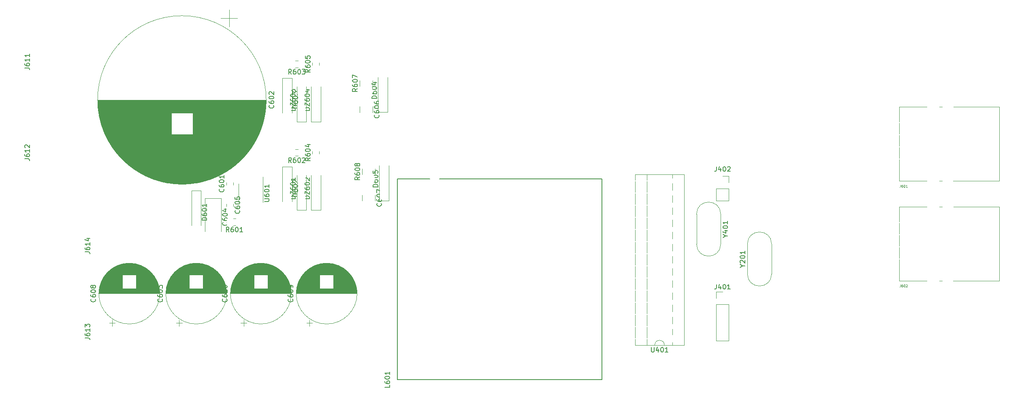
<source format=gbr>
G04 #@! TF.GenerationSoftware,KiCad,Pcbnew,5.1.4*
G04 #@! TF.CreationDate,2019-10-26T00:18:29-03:00*
G04 #@! TF.ProjectId,MCB19,4d434231-392e-46b6-9963-61645f706362,rev?*
G04 #@! TF.SameCoordinates,Original*
G04 #@! TF.FileFunction,Legend,Top*
G04 #@! TF.FilePolarity,Positive*
%FSLAX46Y46*%
G04 Gerber Fmt 4.6, Leading zero omitted, Abs format (unit mm)*
G04 Created by KiCad (PCBNEW 5.1.4) date 2019-10-26 00:18:29*
%MOMM*%
%LPD*%
G04 APERTURE LIST*
%ADD10C,0.150000*%
%ADD11C,0.120000*%
%ADD12C,0.100000*%
%ADD13C,5.000000*%
%ADD14C,1.425000*%
%ADD15C,2.400000*%
%ADD16R,2.400000X2.400000*%
%ADD17C,0.900000*%
%ADD18C,10.600000*%
%ADD19R,1.700000X3.300000*%
%ADD20C,0.600000*%
%ADD21O,3.600000X3.600000*%
%ADD22R,4.500000X2.500000*%
%ADD23O,4.500000X2.500000*%
%ADD24C,1.150000*%
%ADD25C,2.250000*%
%ADD26C,4.000000*%
%ADD27R,4.000000X4.000000*%
%ADD28R,1.700000X1.700000*%
%ADD29O,1.700000X1.700000*%
%ADD30R,2.500000X1.600000*%
%ADD31O,2.500000X1.600000*%
%ADD32C,3.650000*%
%ADD33C,2.500000*%
G04 APERTURE END LIST*
D10*
X128000000Y-129500000D02*
X170800000Y-129500000D01*
X128000000Y-129500000D02*
X128000000Y-87500000D01*
X170800000Y-129500000D02*
X170800000Y-87500000D01*
X128000000Y-87500000D02*
X170800000Y-87500000D01*
D11*
X120140000Y-72397936D02*
X120140000Y-73602064D01*
X122860000Y-72397936D02*
X122860000Y-73602064D01*
X120640000Y-90897936D02*
X120640000Y-92102064D01*
X123360000Y-90897936D02*
X123360000Y-92102064D01*
X67800000Y-117692082D02*
X69050000Y-117692082D01*
X68425000Y-118317082D02*
X68425000Y-117067082D01*
X71683000Y-105139000D02*
X72317000Y-105139000D01*
X71243000Y-105179000D02*
X72757000Y-105179000D01*
X70972000Y-105219000D02*
X73028000Y-105219000D01*
X70759000Y-105259000D02*
X73241000Y-105259000D01*
X70578000Y-105299000D02*
X73422000Y-105299000D01*
X70417000Y-105339000D02*
X73583000Y-105339000D01*
X70272000Y-105379000D02*
X73728000Y-105379000D01*
X70139000Y-105419000D02*
X73861000Y-105419000D01*
X70016000Y-105459000D02*
X73984000Y-105459000D01*
X69900000Y-105499000D02*
X74100000Y-105499000D01*
X69791000Y-105539000D02*
X74209000Y-105539000D01*
X69688000Y-105579000D02*
X74312000Y-105579000D01*
X69590000Y-105619000D02*
X74410000Y-105619000D01*
X69496000Y-105659000D02*
X74504000Y-105659000D01*
X69406000Y-105699000D02*
X74594000Y-105699000D01*
X69319000Y-105739000D02*
X74681000Y-105739000D01*
X69236000Y-105779000D02*
X74764000Y-105779000D01*
X69156000Y-105819000D02*
X74844000Y-105819000D01*
X69079000Y-105859000D02*
X74921000Y-105859000D01*
X69004000Y-105899000D02*
X74996000Y-105899000D01*
X68931000Y-105939000D02*
X75069000Y-105939000D01*
X68860000Y-105979000D02*
X75140000Y-105979000D01*
X68792000Y-106019000D02*
X75208000Y-106019000D01*
X68725000Y-106059000D02*
X75275000Y-106059000D01*
X68661000Y-106099000D02*
X75339000Y-106099000D01*
X68598000Y-106139000D02*
X75402000Y-106139000D01*
X68536000Y-106179000D02*
X75464000Y-106179000D01*
X68476000Y-106219000D02*
X75524000Y-106219000D01*
X68417000Y-106259000D02*
X75583000Y-106259000D01*
X68360000Y-106299000D02*
X75640000Y-106299000D01*
X68304000Y-106339000D02*
X75696000Y-106339000D01*
X68250000Y-106379000D02*
X75750000Y-106379000D01*
X68196000Y-106419000D02*
X75804000Y-106419000D01*
X68144000Y-106459000D02*
X75856000Y-106459000D01*
X68093000Y-106499000D02*
X75907000Y-106499000D01*
X68043000Y-106539000D02*
X75957000Y-106539000D01*
X67993000Y-106579000D02*
X76007000Y-106579000D01*
X67945000Y-106619000D02*
X76055000Y-106619000D01*
X67898000Y-106659000D02*
X76102000Y-106659000D01*
X67852000Y-106699000D02*
X76148000Y-106699000D01*
X67806000Y-106739000D02*
X76194000Y-106739000D01*
X67762000Y-106779000D02*
X76238000Y-106779000D01*
X67718000Y-106819000D02*
X76282000Y-106819000D01*
X67675000Y-106859000D02*
X76325000Y-106859000D01*
X67633000Y-106899000D02*
X76367000Y-106899000D01*
X67592000Y-106939000D02*
X76408000Y-106939000D01*
X67551000Y-106979000D02*
X76449000Y-106979000D01*
X67511000Y-107019000D02*
X76489000Y-107019000D01*
X67472000Y-107059000D02*
X76528000Y-107059000D01*
X67433000Y-107099000D02*
X76567000Y-107099000D01*
X67395000Y-107139000D02*
X76605000Y-107139000D01*
X67358000Y-107179000D02*
X76642000Y-107179000D01*
X67322000Y-107219000D02*
X76678000Y-107219000D01*
X67286000Y-107259000D02*
X76714000Y-107259000D01*
X67250000Y-107299000D02*
X76750000Y-107299000D01*
X67215000Y-107339000D02*
X76785000Y-107339000D01*
X67181000Y-107379000D02*
X76819000Y-107379000D01*
X67148000Y-107419000D02*
X76852000Y-107419000D01*
X67115000Y-107459000D02*
X76885000Y-107459000D01*
X67082000Y-107499000D02*
X76918000Y-107499000D01*
X67050000Y-107539000D02*
X76950000Y-107539000D01*
X73440000Y-107579000D02*
X76982000Y-107579000D01*
X67018000Y-107579000D02*
X70560000Y-107579000D01*
X73440000Y-107619000D02*
X77012000Y-107619000D01*
X66988000Y-107619000D02*
X70560000Y-107619000D01*
X73440000Y-107659000D02*
X77043000Y-107659000D01*
X66957000Y-107659000D02*
X70560000Y-107659000D01*
X73440000Y-107699000D02*
X77073000Y-107699000D01*
X66927000Y-107699000D02*
X70560000Y-107699000D01*
X73440000Y-107739000D02*
X77102000Y-107739000D01*
X66898000Y-107739000D02*
X70560000Y-107739000D01*
X73440000Y-107779000D02*
X77131000Y-107779000D01*
X66869000Y-107779000D02*
X70560000Y-107779000D01*
X73440000Y-107819000D02*
X77160000Y-107819000D01*
X66840000Y-107819000D02*
X70560000Y-107819000D01*
X73440000Y-107859000D02*
X77188000Y-107859000D01*
X66812000Y-107859000D02*
X70560000Y-107859000D01*
X73440000Y-107899000D02*
X77216000Y-107899000D01*
X66784000Y-107899000D02*
X70560000Y-107899000D01*
X73440000Y-107939000D02*
X77243000Y-107939000D01*
X66757000Y-107939000D02*
X70560000Y-107939000D01*
X73440000Y-107979000D02*
X77270000Y-107979000D01*
X66730000Y-107979000D02*
X70560000Y-107979000D01*
X73440000Y-108019000D02*
X77296000Y-108019000D01*
X66704000Y-108019000D02*
X70560000Y-108019000D01*
X73440000Y-108059000D02*
X77322000Y-108059000D01*
X66678000Y-108059000D02*
X70560000Y-108059000D01*
X73440000Y-108099000D02*
X77347000Y-108099000D01*
X66653000Y-108099000D02*
X70560000Y-108099000D01*
X73440000Y-108139000D02*
X77372000Y-108139000D01*
X66628000Y-108139000D02*
X70560000Y-108139000D01*
X73440000Y-108179000D02*
X77397000Y-108179000D01*
X66603000Y-108179000D02*
X70560000Y-108179000D01*
X73440000Y-108219000D02*
X77421000Y-108219000D01*
X66579000Y-108219000D02*
X70560000Y-108219000D01*
X73440000Y-108259000D02*
X77445000Y-108259000D01*
X66555000Y-108259000D02*
X70560000Y-108259000D01*
X73440000Y-108299000D02*
X77468000Y-108299000D01*
X66532000Y-108299000D02*
X70560000Y-108299000D01*
X73440000Y-108339000D02*
X77491000Y-108339000D01*
X66509000Y-108339000D02*
X70560000Y-108339000D01*
X73440000Y-108379000D02*
X77514000Y-108379000D01*
X66486000Y-108379000D02*
X70560000Y-108379000D01*
X73440000Y-108419000D02*
X77536000Y-108419000D01*
X66464000Y-108419000D02*
X70560000Y-108419000D01*
X73440000Y-108459000D02*
X77558000Y-108459000D01*
X66442000Y-108459000D02*
X70560000Y-108459000D01*
X73440000Y-108499000D02*
X77580000Y-108499000D01*
X66420000Y-108499000D02*
X70560000Y-108499000D01*
X73440000Y-108539000D02*
X77601000Y-108539000D01*
X66399000Y-108539000D02*
X70560000Y-108539000D01*
X73440000Y-108579000D02*
X77622000Y-108579000D01*
X66378000Y-108579000D02*
X70560000Y-108579000D01*
X73440000Y-108619000D02*
X77642000Y-108619000D01*
X66358000Y-108619000D02*
X70560000Y-108619000D01*
X73440000Y-108659000D02*
X77662000Y-108659000D01*
X66338000Y-108659000D02*
X70560000Y-108659000D01*
X73440000Y-108699000D02*
X77682000Y-108699000D01*
X66318000Y-108699000D02*
X70560000Y-108699000D01*
X73440000Y-108739000D02*
X77702000Y-108739000D01*
X66298000Y-108739000D02*
X70560000Y-108739000D01*
X73440000Y-108779000D02*
X77721000Y-108779000D01*
X66279000Y-108779000D02*
X70560000Y-108779000D01*
X73440000Y-108819000D02*
X77739000Y-108819000D01*
X66261000Y-108819000D02*
X70560000Y-108819000D01*
X73440000Y-108859000D02*
X77758000Y-108859000D01*
X66242000Y-108859000D02*
X70560000Y-108859000D01*
X73440000Y-108899000D02*
X77776000Y-108899000D01*
X66224000Y-108899000D02*
X70560000Y-108899000D01*
X73440000Y-108939000D02*
X77793000Y-108939000D01*
X66207000Y-108939000D02*
X70560000Y-108939000D01*
X73440000Y-108979000D02*
X77811000Y-108979000D01*
X66189000Y-108979000D02*
X70560000Y-108979000D01*
X73440000Y-109019000D02*
X77828000Y-109019000D01*
X66172000Y-109019000D02*
X70560000Y-109019000D01*
X73440000Y-109059000D02*
X77845000Y-109059000D01*
X66155000Y-109059000D02*
X70560000Y-109059000D01*
X73440000Y-109099000D02*
X77861000Y-109099000D01*
X66139000Y-109099000D02*
X70560000Y-109099000D01*
X73440000Y-109139000D02*
X77877000Y-109139000D01*
X66123000Y-109139000D02*
X70560000Y-109139000D01*
X73440000Y-109179000D02*
X77893000Y-109179000D01*
X66107000Y-109179000D02*
X70560000Y-109179000D01*
X73440000Y-109219000D02*
X77908000Y-109219000D01*
X66092000Y-109219000D02*
X70560000Y-109219000D01*
X73440000Y-109259000D02*
X77924000Y-109259000D01*
X66076000Y-109259000D02*
X70560000Y-109259000D01*
X73440000Y-109299000D02*
X77939000Y-109299000D01*
X66061000Y-109299000D02*
X70560000Y-109299000D01*
X73440000Y-109339000D02*
X77953000Y-109339000D01*
X66047000Y-109339000D02*
X70560000Y-109339000D01*
X73440000Y-109379000D02*
X77967000Y-109379000D01*
X66033000Y-109379000D02*
X70560000Y-109379000D01*
X73440000Y-109419000D02*
X77981000Y-109419000D01*
X66019000Y-109419000D02*
X70560000Y-109419000D01*
X73440000Y-109459000D02*
X77995000Y-109459000D01*
X66005000Y-109459000D02*
X70560000Y-109459000D01*
X73440000Y-109499000D02*
X78008000Y-109499000D01*
X65992000Y-109499000D02*
X70560000Y-109499000D01*
X73440000Y-109539000D02*
X78021000Y-109539000D01*
X65979000Y-109539000D02*
X70560000Y-109539000D01*
X73440000Y-109579000D02*
X78034000Y-109579000D01*
X65966000Y-109579000D02*
X70560000Y-109579000D01*
X73440000Y-109619000D02*
X78047000Y-109619000D01*
X65953000Y-109619000D02*
X70560000Y-109619000D01*
X73440000Y-109659000D02*
X78059000Y-109659000D01*
X65941000Y-109659000D02*
X70560000Y-109659000D01*
X73440000Y-109699000D02*
X78071000Y-109699000D01*
X65929000Y-109699000D02*
X70560000Y-109699000D01*
X73440000Y-109739000D02*
X78083000Y-109739000D01*
X65917000Y-109739000D02*
X70560000Y-109739000D01*
X73440000Y-109779000D02*
X78094000Y-109779000D01*
X65906000Y-109779000D02*
X70560000Y-109779000D01*
X73440000Y-109819000D02*
X78105000Y-109819000D01*
X65895000Y-109819000D02*
X70560000Y-109819000D01*
X73440000Y-109859000D02*
X78116000Y-109859000D01*
X65884000Y-109859000D02*
X70560000Y-109859000D01*
X73440000Y-109899000D02*
X78126000Y-109899000D01*
X65874000Y-109899000D02*
X70560000Y-109899000D01*
X73440000Y-109939000D02*
X78137000Y-109939000D01*
X65863000Y-109939000D02*
X70560000Y-109939000D01*
X73440000Y-109979000D02*
X78146000Y-109979000D01*
X65854000Y-109979000D02*
X70560000Y-109979000D01*
X73440000Y-110019000D02*
X78156000Y-110019000D01*
X65844000Y-110019000D02*
X70560000Y-110019000D01*
X73440000Y-110059000D02*
X78166000Y-110059000D01*
X65834000Y-110059000D02*
X70560000Y-110059000D01*
X73440000Y-110099000D02*
X78175000Y-110099000D01*
X65825000Y-110099000D02*
X70560000Y-110099000D01*
X73440000Y-110139000D02*
X78184000Y-110139000D01*
X65816000Y-110139000D02*
X70560000Y-110139000D01*
X73440000Y-110179000D02*
X78192000Y-110179000D01*
X65808000Y-110179000D02*
X70560000Y-110179000D01*
X73440000Y-110219000D02*
X78201000Y-110219000D01*
X65799000Y-110219000D02*
X70560000Y-110219000D01*
X73440000Y-110259000D02*
X78209000Y-110259000D01*
X65791000Y-110259000D02*
X70560000Y-110259000D01*
X73440000Y-110299000D02*
X78216000Y-110299000D01*
X65784000Y-110299000D02*
X70560000Y-110299000D01*
X73440000Y-110339000D02*
X78224000Y-110339000D01*
X65776000Y-110339000D02*
X70560000Y-110339000D01*
X73440000Y-110379000D02*
X78231000Y-110379000D01*
X65769000Y-110379000D02*
X70560000Y-110379000D01*
X73440000Y-110419000D02*
X78238000Y-110419000D01*
X65762000Y-110419000D02*
X70560000Y-110419000D01*
X65755000Y-110459000D02*
X78245000Y-110459000D01*
X65748000Y-110499000D02*
X78252000Y-110499000D01*
X65742000Y-110539000D02*
X78258000Y-110539000D01*
X65736000Y-110579000D02*
X78264000Y-110579000D01*
X65731000Y-110619000D02*
X78269000Y-110619000D01*
X65725000Y-110659000D02*
X78275000Y-110659000D01*
X65720000Y-110699000D02*
X78280000Y-110699000D01*
X65715000Y-110739000D02*
X78285000Y-110739000D01*
X65710000Y-110779000D02*
X78290000Y-110779000D01*
X65706000Y-110820000D02*
X78294000Y-110820000D01*
X65702000Y-110860000D02*
X78298000Y-110860000D01*
X65698000Y-110900000D02*
X78302000Y-110900000D01*
X65694000Y-110940000D02*
X78306000Y-110940000D01*
X65691000Y-110980000D02*
X78309000Y-110980000D01*
X65688000Y-111020000D02*
X78312000Y-111020000D01*
X65685000Y-111060000D02*
X78315000Y-111060000D01*
X65682000Y-111100000D02*
X78318000Y-111100000D01*
X65680000Y-111140000D02*
X78320000Y-111140000D01*
X65678000Y-111180000D02*
X78322000Y-111180000D01*
X65676000Y-111220000D02*
X78324000Y-111220000D01*
X65674000Y-111260000D02*
X78326000Y-111260000D01*
X65673000Y-111300000D02*
X78327000Y-111300000D01*
X65672000Y-111340000D02*
X78328000Y-111340000D01*
X65671000Y-111380000D02*
X78329000Y-111380000D01*
X65670000Y-111420000D02*
X78330000Y-111420000D01*
X65670000Y-111460000D02*
X78330000Y-111460000D01*
X65670000Y-111500000D02*
X78330000Y-111500000D01*
X78370000Y-111500000D02*
G75*
G03X78370000Y-111500000I-6370000J0D01*
G01*
X123360000Y-86602064D02*
X123360000Y-85397936D01*
X120640000Y-86602064D02*
X120640000Y-85397936D01*
X122860000Y-68102064D02*
X122860000Y-66897936D01*
X120140000Y-68102064D02*
X120140000Y-66897936D01*
X104000000Y-84950000D02*
X104000000Y-92250000D01*
X106000000Y-84950000D02*
X104000000Y-84950000D01*
X106000000Y-92250000D02*
X106000000Y-84950000D01*
X95300000Y-117692082D02*
X96550000Y-117692082D01*
X95925000Y-118317082D02*
X95925000Y-117067082D01*
X99183000Y-105139000D02*
X99817000Y-105139000D01*
X98743000Y-105179000D02*
X100257000Y-105179000D01*
X98472000Y-105219000D02*
X100528000Y-105219000D01*
X98259000Y-105259000D02*
X100741000Y-105259000D01*
X98078000Y-105299000D02*
X100922000Y-105299000D01*
X97917000Y-105339000D02*
X101083000Y-105339000D01*
X97772000Y-105379000D02*
X101228000Y-105379000D01*
X97639000Y-105419000D02*
X101361000Y-105419000D01*
X97516000Y-105459000D02*
X101484000Y-105459000D01*
X97400000Y-105499000D02*
X101600000Y-105499000D01*
X97291000Y-105539000D02*
X101709000Y-105539000D01*
X97188000Y-105579000D02*
X101812000Y-105579000D01*
X97090000Y-105619000D02*
X101910000Y-105619000D01*
X96996000Y-105659000D02*
X102004000Y-105659000D01*
X96906000Y-105699000D02*
X102094000Y-105699000D01*
X96819000Y-105739000D02*
X102181000Y-105739000D01*
X96736000Y-105779000D02*
X102264000Y-105779000D01*
X96656000Y-105819000D02*
X102344000Y-105819000D01*
X96579000Y-105859000D02*
X102421000Y-105859000D01*
X96504000Y-105899000D02*
X102496000Y-105899000D01*
X96431000Y-105939000D02*
X102569000Y-105939000D01*
X96360000Y-105979000D02*
X102640000Y-105979000D01*
X96292000Y-106019000D02*
X102708000Y-106019000D01*
X96225000Y-106059000D02*
X102775000Y-106059000D01*
X96161000Y-106099000D02*
X102839000Y-106099000D01*
X96098000Y-106139000D02*
X102902000Y-106139000D01*
X96036000Y-106179000D02*
X102964000Y-106179000D01*
X95976000Y-106219000D02*
X103024000Y-106219000D01*
X95917000Y-106259000D02*
X103083000Y-106259000D01*
X95860000Y-106299000D02*
X103140000Y-106299000D01*
X95804000Y-106339000D02*
X103196000Y-106339000D01*
X95750000Y-106379000D02*
X103250000Y-106379000D01*
X95696000Y-106419000D02*
X103304000Y-106419000D01*
X95644000Y-106459000D02*
X103356000Y-106459000D01*
X95593000Y-106499000D02*
X103407000Y-106499000D01*
X95543000Y-106539000D02*
X103457000Y-106539000D01*
X95493000Y-106579000D02*
X103507000Y-106579000D01*
X95445000Y-106619000D02*
X103555000Y-106619000D01*
X95398000Y-106659000D02*
X103602000Y-106659000D01*
X95352000Y-106699000D02*
X103648000Y-106699000D01*
X95306000Y-106739000D02*
X103694000Y-106739000D01*
X95262000Y-106779000D02*
X103738000Y-106779000D01*
X95218000Y-106819000D02*
X103782000Y-106819000D01*
X95175000Y-106859000D02*
X103825000Y-106859000D01*
X95133000Y-106899000D02*
X103867000Y-106899000D01*
X95092000Y-106939000D02*
X103908000Y-106939000D01*
X95051000Y-106979000D02*
X103949000Y-106979000D01*
X95011000Y-107019000D02*
X103989000Y-107019000D01*
X94972000Y-107059000D02*
X104028000Y-107059000D01*
X94933000Y-107099000D02*
X104067000Y-107099000D01*
X94895000Y-107139000D02*
X104105000Y-107139000D01*
X94858000Y-107179000D02*
X104142000Y-107179000D01*
X94822000Y-107219000D02*
X104178000Y-107219000D01*
X94786000Y-107259000D02*
X104214000Y-107259000D01*
X94750000Y-107299000D02*
X104250000Y-107299000D01*
X94715000Y-107339000D02*
X104285000Y-107339000D01*
X94681000Y-107379000D02*
X104319000Y-107379000D01*
X94648000Y-107419000D02*
X104352000Y-107419000D01*
X94615000Y-107459000D02*
X104385000Y-107459000D01*
X94582000Y-107499000D02*
X104418000Y-107499000D01*
X94550000Y-107539000D02*
X104450000Y-107539000D01*
X100940000Y-107579000D02*
X104482000Y-107579000D01*
X94518000Y-107579000D02*
X98060000Y-107579000D01*
X100940000Y-107619000D02*
X104512000Y-107619000D01*
X94488000Y-107619000D02*
X98060000Y-107619000D01*
X100940000Y-107659000D02*
X104543000Y-107659000D01*
X94457000Y-107659000D02*
X98060000Y-107659000D01*
X100940000Y-107699000D02*
X104573000Y-107699000D01*
X94427000Y-107699000D02*
X98060000Y-107699000D01*
X100940000Y-107739000D02*
X104602000Y-107739000D01*
X94398000Y-107739000D02*
X98060000Y-107739000D01*
X100940000Y-107779000D02*
X104631000Y-107779000D01*
X94369000Y-107779000D02*
X98060000Y-107779000D01*
X100940000Y-107819000D02*
X104660000Y-107819000D01*
X94340000Y-107819000D02*
X98060000Y-107819000D01*
X100940000Y-107859000D02*
X104688000Y-107859000D01*
X94312000Y-107859000D02*
X98060000Y-107859000D01*
X100940000Y-107899000D02*
X104716000Y-107899000D01*
X94284000Y-107899000D02*
X98060000Y-107899000D01*
X100940000Y-107939000D02*
X104743000Y-107939000D01*
X94257000Y-107939000D02*
X98060000Y-107939000D01*
X100940000Y-107979000D02*
X104770000Y-107979000D01*
X94230000Y-107979000D02*
X98060000Y-107979000D01*
X100940000Y-108019000D02*
X104796000Y-108019000D01*
X94204000Y-108019000D02*
X98060000Y-108019000D01*
X100940000Y-108059000D02*
X104822000Y-108059000D01*
X94178000Y-108059000D02*
X98060000Y-108059000D01*
X100940000Y-108099000D02*
X104847000Y-108099000D01*
X94153000Y-108099000D02*
X98060000Y-108099000D01*
X100940000Y-108139000D02*
X104872000Y-108139000D01*
X94128000Y-108139000D02*
X98060000Y-108139000D01*
X100940000Y-108179000D02*
X104897000Y-108179000D01*
X94103000Y-108179000D02*
X98060000Y-108179000D01*
X100940000Y-108219000D02*
X104921000Y-108219000D01*
X94079000Y-108219000D02*
X98060000Y-108219000D01*
X100940000Y-108259000D02*
X104945000Y-108259000D01*
X94055000Y-108259000D02*
X98060000Y-108259000D01*
X100940000Y-108299000D02*
X104968000Y-108299000D01*
X94032000Y-108299000D02*
X98060000Y-108299000D01*
X100940000Y-108339000D02*
X104991000Y-108339000D01*
X94009000Y-108339000D02*
X98060000Y-108339000D01*
X100940000Y-108379000D02*
X105014000Y-108379000D01*
X93986000Y-108379000D02*
X98060000Y-108379000D01*
X100940000Y-108419000D02*
X105036000Y-108419000D01*
X93964000Y-108419000D02*
X98060000Y-108419000D01*
X100940000Y-108459000D02*
X105058000Y-108459000D01*
X93942000Y-108459000D02*
X98060000Y-108459000D01*
X100940000Y-108499000D02*
X105080000Y-108499000D01*
X93920000Y-108499000D02*
X98060000Y-108499000D01*
X100940000Y-108539000D02*
X105101000Y-108539000D01*
X93899000Y-108539000D02*
X98060000Y-108539000D01*
X100940000Y-108579000D02*
X105122000Y-108579000D01*
X93878000Y-108579000D02*
X98060000Y-108579000D01*
X100940000Y-108619000D02*
X105142000Y-108619000D01*
X93858000Y-108619000D02*
X98060000Y-108619000D01*
X100940000Y-108659000D02*
X105162000Y-108659000D01*
X93838000Y-108659000D02*
X98060000Y-108659000D01*
X100940000Y-108699000D02*
X105182000Y-108699000D01*
X93818000Y-108699000D02*
X98060000Y-108699000D01*
X100940000Y-108739000D02*
X105202000Y-108739000D01*
X93798000Y-108739000D02*
X98060000Y-108739000D01*
X100940000Y-108779000D02*
X105221000Y-108779000D01*
X93779000Y-108779000D02*
X98060000Y-108779000D01*
X100940000Y-108819000D02*
X105239000Y-108819000D01*
X93761000Y-108819000D02*
X98060000Y-108819000D01*
X100940000Y-108859000D02*
X105258000Y-108859000D01*
X93742000Y-108859000D02*
X98060000Y-108859000D01*
X100940000Y-108899000D02*
X105276000Y-108899000D01*
X93724000Y-108899000D02*
X98060000Y-108899000D01*
X100940000Y-108939000D02*
X105293000Y-108939000D01*
X93707000Y-108939000D02*
X98060000Y-108939000D01*
X100940000Y-108979000D02*
X105311000Y-108979000D01*
X93689000Y-108979000D02*
X98060000Y-108979000D01*
X100940000Y-109019000D02*
X105328000Y-109019000D01*
X93672000Y-109019000D02*
X98060000Y-109019000D01*
X100940000Y-109059000D02*
X105345000Y-109059000D01*
X93655000Y-109059000D02*
X98060000Y-109059000D01*
X100940000Y-109099000D02*
X105361000Y-109099000D01*
X93639000Y-109099000D02*
X98060000Y-109099000D01*
X100940000Y-109139000D02*
X105377000Y-109139000D01*
X93623000Y-109139000D02*
X98060000Y-109139000D01*
X100940000Y-109179000D02*
X105393000Y-109179000D01*
X93607000Y-109179000D02*
X98060000Y-109179000D01*
X100940000Y-109219000D02*
X105408000Y-109219000D01*
X93592000Y-109219000D02*
X98060000Y-109219000D01*
X100940000Y-109259000D02*
X105424000Y-109259000D01*
X93576000Y-109259000D02*
X98060000Y-109259000D01*
X100940000Y-109299000D02*
X105439000Y-109299000D01*
X93561000Y-109299000D02*
X98060000Y-109299000D01*
X100940000Y-109339000D02*
X105453000Y-109339000D01*
X93547000Y-109339000D02*
X98060000Y-109339000D01*
X100940000Y-109379000D02*
X105467000Y-109379000D01*
X93533000Y-109379000D02*
X98060000Y-109379000D01*
X100940000Y-109419000D02*
X105481000Y-109419000D01*
X93519000Y-109419000D02*
X98060000Y-109419000D01*
X100940000Y-109459000D02*
X105495000Y-109459000D01*
X93505000Y-109459000D02*
X98060000Y-109459000D01*
X100940000Y-109499000D02*
X105508000Y-109499000D01*
X93492000Y-109499000D02*
X98060000Y-109499000D01*
X100940000Y-109539000D02*
X105521000Y-109539000D01*
X93479000Y-109539000D02*
X98060000Y-109539000D01*
X100940000Y-109579000D02*
X105534000Y-109579000D01*
X93466000Y-109579000D02*
X98060000Y-109579000D01*
X100940000Y-109619000D02*
X105547000Y-109619000D01*
X93453000Y-109619000D02*
X98060000Y-109619000D01*
X100940000Y-109659000D02*
X105559000Y-109659000D01*
X93441000Y-109659000D02*
X98060000Y-109659000D01*
X100940000Y-109699000D02*
X105571000Y-109699000D01*
X93429000Y-109699000D02*
X98060000Y-109699000D01*
X100940000Y-109739000D02*
X105583000Y-109739000D01*
X93417000Y-109739000D02*
X98060000Y-109739000D01*
X100940000Y-109779000D02*
X105594000Y-109779000D01*
X93406000Y-109779000D02*
X98060000Y-109779000D01*
X100940000Y-109819000D02*
X105605000Y-109819000D01*
X93395000Y-109819000D02*
X98060000Y-109819000D01*
X100940000Y-109859000D02*
X105616000Y-109859000D01*
X93384000Y-109859000D02*
X98060000Y-109859000D01*
X100940000Y-109899000D02*
X105626000Y-109899000D01*
X93374000Y-109899000D02*
X98060000Y-109899000D01*
X100940000Y-109939000D02*
X105637000Y-109939000D01*
X93363000Y-109939000D02*
X98060000Y-109939000D01*
X100940000Y-109979000D02*
X105646000Y-109979000D01*
X93354000Y-109979000D02*
X98060000Y-109979000D01*
X100940000Y-110019000D02*
X105656000Y-110019000D01*
X93344000Y-110019000D02*
X98060000Y-110019000D01*
X100940000Y-110059000D02*
X105666000Y-110059000D01*
X93334000Y-110059000D02*
X98060000Y-110059000D01*
X100940000Y-110099000D02*
X105675000Y-110099000D01*
X93325000Y-110099000D02*
X98060000Y-110099000D01*
X100940000Y-110139000D02*
X105684000Y-110139000D01*
X93316000Y-110139000D02*
X98060000Y-110139000D01*
X100940000Y-110179000D02*
X105692000Y-110179000D01*
X93308000Y-110179000D02*
X98060000Y-110179000D01*
X100940000Y-110219000D02*
X105701000Y-110219000D01*
X93299000Y-110219000D02*
X98060000Y-110219000D01*
X100940000Y-110259000D02*
X105709000Y-110259000D01*
X93291000Y-110259000D02*
X98060000Y-110259000D01*
X100940000Y-110299000D02*
X105716000Y-110299000D01*
X93284000Y-110299000D02*
X98060000Y-110299000D01*
X100940000Y-110339000D02*
X105724000Y-110339000D01*
X93276000Y-110339000D02*
X98060000Y-110339000D01*
X100940000Y-110379000D02*
X105731000Y-110379000D01*
X93269000Y-110379000D02*
X98060000Y-110379000D01*
X100940000Y-110419000D02*
X105738000Y-110419000D01*
X93262000Y-110419000D02*
X98060000Y-110419000D01*
X93255000Y-110459000D02*
X105745000Y-110459000D01*
X93248000Y-110499000D02*
X105752000Y-110499000D01*
X93242000Y-110539000D02*
X105758000Y-110539000D01*
X93236000Y-110579000D02*
X105764000Y-110579000D01*
X93231000Y-110619000D02*
X105769000Y-110619000D01*
X93225000Y-110659000D02*
X105775000Y-110659000D01*
X93220000Y-110699000D02*
X105780000Y-110699000D01*
X93215000Y-110739000D02*
X105785000Y-110739000D01*
X93210000Y-110779000D02*
X105790000Y-110779000D01*
X93206000Y-110820000D02*
X105794000Y-110820000D01*
X93202000Y-110860000D02*
X105798000Y-110860000D01*
X93198000Y-110900000D02*
X105802000Y-110900000D01*
X93194000Y-110940000D02*
X105806000Y-110940000D01*
X93191000Y-110980000D02*
X105809000Y-110980000D01*
X93188000Y-111020000D02*
X105812000Y-111020000D01*
X93185000Y-111060000D02*
X105815000Y-111060000D01*
X93182000Y-111100000D02*
X105818000Y-111100000D01*
X93180000Y-111140000D02*
X105820000Y-111140000D01*
X93178000Y-111180000D02*
X105822000Y-111180000D01*
X93176000Y-111220000D02*
X105824000Y-111220000D01*
X93174000Y-111260000D02*
X105826000Y-111260000D01*
X93173000Y-111300000D02*
X105827000Y-111300000D01*
X93172000Y-111340000D02*
X105828000Y-111340000D01*
X93171000Y-111380000D02*
X105829000Y-111380000D01*
X93170000Y-111420000D02*
X105830000Y-111420000D01*
X93170000Y-111460000D02*
X105830000Y-111460000D01*
X93170000Y-111500000D02*
X105830000Y-111500000D01*
X105870000Y-111500000D02*
G75*
G03X105870000Y-111500000I-6370000J0D01*
G01*
X109050000Y-117692082D02*
X110300000Y-117692082D01*
X109675000Y-118317082D02*
X109675000Y-117067082D01*
X112933000Y-105139000D02*
X113567000Y-105139000D01*
X112493000Y-105179000D02*
X114007000Y-105179000D01*
X112222000Y-105219000D02*
X114278000Y-105219000D01*
X112009000Y-105259000D02*
X114491000Y-105259000D01*
X111828000Y-105299000D02*
X114672000Y-105299000D01*
X111667000Y-105339000D02*
X114833000Y-105339000D01*
X111522000Y-105379000D02*
X114978000Y-105379000D01*
X111389000Y-105419000D02*
X115111000Y-105419000D01*
X111266000Y-105459000D02*
X115234000Y-105459000D01*
X111150000Y-105499000D02*
X115350000Y-105499000D01*
X111041000Y-105539000D02*
X115459000Y-105539000D01*
X110938000Y-105579000D02*
X115562000Y-105579000D01*
X110840000Y-105619000D02*
X115660000Y-105619000D01*
X110746000Y-105659000D02*
X115754000Y-105659000D01*
X110656000Y-105699000D02*
X115844000Y-105699000D01*
X110569000Y-105739000D02*
X115931000Y-105739000D01*
X110486000Y-105779000D02*
X116014000Y-105779000D01*
X110406000Y-105819000D02*
X116094000Y-105819000D01*
X110329000Y-105859000D02*
X116171000Y-105859000D01*
X110254000Y-105899000D02*
X116246000Y-105899000D01*
X110181000Y-105939000D02*
X116319000Y-105939000D01*
X110110000Y-105979000D02*
X116390000Y-105979000D01*
X110042000Y-106019000D02*
X116458000Y-106019000D01*
X109975000Y-106059000D02*
X116525000Y-106059000D01*
X109911000Y-106099000D02*
X116589000Y-106099000D01*
X109848000Y-106139000D02*
X116652000Y-106139000D01*
X109786000Y-106179000D02*
X116714000Y-106179000D01*
X109726000Y-106219000D02*
X116774000Y-106219000D01*
X109667000Y-106259000D02*
X116833000Y-106259000D01*
X109610000Y-106299000D02*
X116890000Y-106299000D01*
X109554000Y-106339000D02*
X116946000Y-106339000D01*
X109500000Y-106379000D02*
X117000000Y-106379000D01*
X109446000Y-106419000D02*
X117054000Y-106419000D01*
X109394000Y-106459000D02*
X117106000Y-106459000D01*
X109343000Y-106499000D02*
X117157000Y-106499000D01*
X109293000Y-106539000D02*
X117207000Y-106539000D01*
X109243000Y-106579000D02*
X117257000Y-106579000D01*
X109195000Y-106619000D02*
X117305000Y-106619000D01*
X109148000Y-106659000D02*
X117352000Y-106659000D01*
X109102000Y-106699000D02*
X117398000Y-106699000D01*
X109056000Y-106739000D02*
X117444000Y-106739000D01*
X109012000Y-106779000D02*
X117488000Y-106779000D01*
X108968000Y-106819000D02*
X117532000Y-106819000D01*
X108925000Y-106859000D02*
X117575000Y-106859000D01*
X108883000Y-106899000D02*
X117617000Y-106899000D01*
X108842000Y-106939000D02*
X117658000Y-106939000D01*
X108801000Y-106979000D02*
X117699000Y-106979000D01*
X108761000Y-107019000D02*
X117739000Y-107019000D01*
X108722000Y-107059000D02*
X117778000Y-107059000D01*
X108683000Y-107099000D02*
X117817000Y-107099000D01*
X108645000Y-107139000D02*
X117855000Y-107139000D01*
X108608000Y-107179000D02*
X117892000Y-107179000D01*
X108572000Y-107219000D02*
X117928000Y-107219000D01*
X108536000Y-107259000D02*
X117964000Y-107259000D01*
X108500000Y-107299000D02*
X118000000Y-107299000D01*
X108465000Y-107339000D02*
X118035000Y-107339000D01*
X108431000Y-107379000D02*
X118069000Y-107379000D01*
X108398000Y-107419000D02*
X118102000Y-107419000D01*
X108365000Y-107459000D02*
X118135000Y-107459000D01*
X108332000Y-107499000D02*
X118168000Y-107499000D01*
X108300000Y-107539000D02*
X118200000Y-107539000D01*
X114690000Y-107579000D02*
X118232000Y-107579000D01*
X108268000Y-107579000D02*
X111810000Y-107579000D01*
X114690000Y-107619000D02*
X118262000Y-107619000D01*
X108238000Y-107619000D02*
X111810000Y-107619000D01*
X114690000Y-107659000D02*
X118293000Y-107659000D01*
X108207000Y-107659000D02*
X111810000Y-107659000D01*
X114690000Y-107699000D02*
X118323000Y-107699000D01*
X108177000Y-107699000D02*
X111810000Y-107699000D01*
X114690000Y-107739000D02*
X118352000Y-107739000D01*
X108148000Y-107739000D02*
X111810000Y-107739000D01*
X114690000Y-107779000D02*
X118381000Y-107779000D01*
X108119000Y-107779000D02*
X111810000Y-107779000D01*
X114690000Y-107819000D02*
X118410000Y-107819000D01*
X108090000Y-107819000D02*
X111810000Y-107819000D01*
X114690000Y-107859000D02*
X118438000Y-107859000D01*
X108062000Y-107859000D02*
X111810000Y-107859000D01*
X114690000Y-107899000D02*
X118466000Y-107899000D01*
X108034000Y-107899000D02*
X111810000Y-107899000D01*
X114690000Y-107939000D02*
X118493000Y-107939000D01*
X108007000Y-107939000D02*
X111810000Y-107939000D01*
X114690000Y-107979000D02*
X118520000Y-107979000D01*
X107980000Y-107979000D02*
X111810000Y-107979000D01*
X114690000Y-108019000D02*
X118546000Y-108019000D01*
X107954000Y-108019000D02*
X111810000Y-108019000D01*
X114690000Y-108059000D02*
X118572000Y-108059000D01*
X107928000Y-108059000D02*
X111810000Y-108059000D01*
X114690000Y-108099000D02*
X118597000Y-108099000D01*
X107903000Y-108099000D02*
X111810000Y-108099000D01*
X114690000Y-108139000D02*
X118622000Y-108139000D01*
X107878000Y-108139000D02*
X111810000Y-108139000D01*
X114690000Y-108179000D02*
X118647000Y-108179000D01*
X107853000Y-108179000D02*
X111810000Y-108179000D01*
X114690000Y-108219000D02*
X118671000Y-108219000D01*
X107829000Y-108219000D02*
X111810000Y-108219000D01*
X114690000Y-108259000D02*
X118695000Y-108259000D01*
X107805000Y-108259000D02*
X111810000Y-108259000D01*
X114690000Y-108299000D02*
X118718000Y-108299000D01*
X107782000Y-108299000D02*
X111810000Y-108299000D01*
X114690000Y-108339000D02*
X118741000Y-108339000D01*
X107759000Y-108339000D02*
X111810000Y-108339000D01*
X114690000Y-108379000D02*
X118764000Y-108379000D01*
X107736000Y-108379000D02*
X111810000Y-108379000D01*
X114690000Y-108419000D02*
X118786000Y-108419000D01*
X107714000Y-108419000D02*
X111810000Y-108419000D01*
X114690000Y-108459000D02*
X118808000Y-108459000D01*
X107692000Y-108459000D02*
X111810000Y-108459000D01*
X114690000Y-108499000D02*
X118830000Y-108499000D01*
X107670000Y-108499000D02*
X111810000Y-108499000D01*
X114690000Y-108539000D02*
X118851000Y-108539000D01*
X107649000Y-108539000D02*
X111810000Y-108539000D01*
X114690000Y-108579000D02*
X118872000Y-108579000D01*
X107628000Y-108579000D02*
X111810000Y-108579000D01*
X114690000Y-108619000D02*
X118892000Y-108619000D01*
X107608000Y-108619000D02*
X111810000Y-108619000D01*
X114690000Y-108659000D02*
X118912000Y-108659000D01*
X107588000Y-108659000D02*
X111810000Y-108659000D01*
X114690000Y-108699000D02*
X118932000Y-108699000D01*
X107568000Y-108699000D02*
X111810000Y-108699000D01*
X114690000Y-108739000D02*
X118952000Y-108739000D01*
X107548000Y-108739000D02*
X111810000Y-108739000D01*
X114690000Y-108779000D02*
X118971000Y-108779000D01*
X107529000Y-108779000D02*
X111810000Y-108779000D01*
X114690000Y-108819000D02*
X118989000Y-108819000D01*
X107511000Y-108819000D02*
X111810000Y-108819000D01*
X114690000Y-108859000D02*
X119008000Y-108859000D01*
X107492000Y-108859000D02*
X111810000Y-108859000D01*
X114690000Y-108899000D02*
X119026000Y-108899000D01*
X107474000Y-108899000D02*
X111810000Y-108899000D01*
X114690000Y-108939000D02*
X119043000Y-108939000D01*
X107457000Y-108939000D02*
X111810000Y-108939000D01*
X114690000Y-108979000D02*
X119061000Y-108979000D01*
X107439000Y-108979000D02*
X111810000Y-108979000D01*
X114690000Y-109019000D02*
X119078000Y-109019000D01*
X107422000Y-109019000D02*
X111810000Y-109019000D01*
X114690000Y-109059000D02*
X119095000Y-109059000D01*
X107405000Y-109059000D02*
X111810000Y-109059000D01*
X114690000Y-109099000D02*
X119111000Y-109099000D01*
X107389000Y-109099000D02*
X111810000Y-109099000D01*
X114690000Y-109139000D02*
X119127000Y-109139000D01*
X107373000Y-109139000D02*
X111810000Y-109139000D01*
X114690000Y-109179000D02*
X119143000Y-109179000D01*
X107357000Y-109179000D02*
X111810000Y-109179000D01*
X114690000Y-109219000D02*
X119158000Y-109219000D01*
X107342000Y-109219000D02*
X111810000Y-109219000D01*
X114690000Y-109259000D02*
X119174000Y-109259000D01*
X107326000Y-109259000D02*
X111810000Y-109259000D01*
X114690000Y-109299000D02*
X119189000Y-109299000D01*
X107311000Y-109299000D02*
X111810000Y-109299000D01*
X114690000Y-109339000D02*
X119203000Y-109339000D01*
X107297000Y-109339000D02*
X111810000Y-109339000D01*
X114690000Y-109379000D02*
X119217000Y-109379000D01*
X107283000Y-109379000D02*
X111810000Y-109379000D01*
X114690000Y-109419000D02*
X119231000Y-109419000D01*
X107269000Y-109419000D02*
X111810000Y-109419000D01*
X114690000Y-109459000D02*
X119245000Y-109459000D01*
X107255000Y-109459000D02*
X111810000Y-109459000D01*
X114690000Y-109499000D02*
X119258000Y-109499000D01*
X107242000Y-109499000D02*
X111810000Y-109499000D01*
X114690000Y-109539000D02*
X119271000Y-109539000D01*
X107229000Y-109539000D02*
X111810000Y-109539000D01*
X114690000Y-109579000D02*
X119284000Y-109579000D01*
X107216000Y-109579000D02*
X111810000Y-109579000D01*
X114690000Y-109619000D02*
X119297000Y-109619000D01*
X107203000Y-109619000D02*
X111810000Y-109619000D01*
X114690000Y-109659000D02*
X119309000Y-109659000D01*
X107191000Y-109659000D02*
X111810000Y-109659000D01*
X114690000Y-109699000D02*
X119321000Y-109699000D01*
X107179000Y-109699000D02*
X111810000Y-109699000D01*
X114690000Y-109739000D02*
X119333000Y-109739000D01*
X107167000Y-109739000D02*
X111810000Y-109739000D01*
X114690000Y-109779000D02*
X119344000Y-109779000D01*
X107156000Y-109779000D02*
X111810000Y-109779000D01*
X114690000Y-109819000D02*
X119355000Y-109819000D01*
X107145000Y-109819000D02*
X111810000Y-109819000D01*
X114690000Y-109859000D02*
X119366000Y-109859000D01*
X107134000Y-109859000D02*
X111810000Y-109859000D01*
X114690000Y-109899000D02*
X119376000Y-109899000D01*
X107124000Y-109899000D02*
X111810000Y-109899000D01*
X114690000Y-109939000D02*
X119387000Y-109939000D01*
X107113000Y-109939000D02*
X111810000Y-109939000D01*
X114690000Y-109979000D02*
X119396000Y-109979000D01*
X107104000Y-109979000D02*
X111810000Y-109979000D01*
X114690000Y-110019000D02*
X119406000Y-110019000D01*
X107094000Y-110019000D02*
X111810000Y-110019000D01*
X114690000Y-110059000D02*
X119416000Y-110059000D01*
X107084000Y-110059000D02*
X111810000Y-110059000D01*
X114690000Y-110099000D02*
X119425000Y-110099000D01*
X107075000Y-110099000D02*
X111810000Y-110099000D01*
X114690000Y-110139000D02*
X119434000Y-110139000D01*
X107066000Y-110139000D02*
X111810000Y-110139000D01*
X114690000Y-110179000D02*
X119442000Y-110179000D01*
X107058000Y-110179000D02*
X111810000Y-110179000D01*
X114690000Y-110219000D02*
X119451000Y-110219000D01*
X107049000Y-110219000D02*
X111810000Y-110219000D01*
X114690000Y-110259000D02*
X119459000Y-110259000D01*
X107041000Y-110259000D02*
X111810000Y-110259000D01*
X114690000Y-110299000D02*
X119466000Y-110299000D01*
X107034000Y-110299000D02*
X111810000Y-110299000D01*
X114690000Y-110339000D02*
X119474000Y-110339000D01*
X107026000Y-110339000D02*
X111810000Y-110339000D01*
X114690000Y-110379000D02*
X119481000Y-110379000D01*
X107019000Y-110379000D02*
X111810000Y-110379000D01*
X114690000Y-110419000D02*
X119488000Y-110419000D01*
X107012000Y-110419000D02*
X111810000Y-110419000D01*
X107005000Y-110459000D02*
X119495000Y-110459000D01*
X106998000Y-110499000D02*
X119502000Y-110499000D01*
X106992000Y-110539000D02*
X119508000Y-110539000D01*
X106986000Y-110579000D02*
X119514000Y-110579000D01*
X106981000Y-110619000D02*
X119519000Y-110619000D01*
X106975000Y-110659000D02*
X119525000Y-110659000D01*
X106970000Y-110699000D02*
X119530000Y-110699000D01*
X106965000Y-110739000D02*
X119535000Y-110739000D01*
X106960000Y-110779000D02*
X119540000Y-110779000D01*
X106956000Y-110820000D02*
X119544000Y-110820000D01*
X106952000Y-110860000D02*
X119548000Y-110860000D01*
X106948000Y-110900000D02*
X119552000Y-110900000D01*
X106944000Y-110940000D02*
X119556000Y-110940000D01*
X106941000Y-110980000D02*
X119559000Y-110980000D01*
X106938000Y-111020000D02*
X119562000Y-111020000D01*
X106935000Y-111060000D02*
X119565000Y-111060000D01*
X106932000Y-111100000D02*
X119568000Y-111100000D01*
X106930000Y-111140000D02*
X119570000Y-111140000D01*
X106928000Y-111180000D02*
X119572000Y-111180000D01*
X106926000Y-111220000D02*
X119574000Y-111220000D01*
X106924000Y-111260000D02*
X119576000Y-111260000D01*
X106923000Y-111300000D02*
X119577000Y-111300000D01*
X106922000Y-111340000D02*
X119578000Y-111340000D01*
X106921000Y-111380000D02*
X119579000Y-111380000D01*
X106920000Y-111420000D02*
X119580000Y-111420000D01*
X106920000Y-111460000D02*
X119580000Y-111460000D01*
X106920000Y-111500000D02*
X119580000Y-111500000D01*
X119620000Y-111500000D02*
G75*
G03X119620000Y-111500000I-6370000J0D01*
G01*
X99945000Y-90500000D02*
X99945000Y-87050000D01*
X99945000Y-90500000D02*
X99945000Y-92450000D01*
X94825000Y-90500000D02*
X94825000Y-88550000D01*
X94825000Y-90500000D02*
X94825000Y-92450000D01*
X111710000Y-63761252D02*
X111710000Y-63238748D01*
X110290000Y-63761252D02*
X110290000Y-63238748D01*
X111710000Y-82261252D02*
X111710000Y-81738748D01*
X110290000Y-82261252D02*
X110290000Y-81738748D01*
X107261252Y-62790000D02*
X106738748Y-62790000D01*
X107261252Y-64210000D02*
X106738748Y-64210000D01*
X107261252Y-81290000D02*
X106738748Y-81290000D01*
X107261252Y-82710000D02*
X106738748Y-82710000D01*
X94236252Y-95790000D02*
X93713748Y-95790000D01*
X94236252Y-97210000D02*
X93713748Y-97210000D01*
X112000000Y-75550000D02*
X112000000Y-68250000D01*
X110000000Y-75550000D02*
X112000000Y-75550000D01*
X110000000Y-68250000D02*
X110000000Y-75550000D01*
X109000000Y-75550000D02*
X109000000Y-68250000D01*
X107000000Y-75550000D02*
X109000000Y-75550000D01*
X107000000Y-68250000D02*
X107000000Y-75550000D01*
X110000000Y-86750000D02*
X110000000Y-94050000D01*
X110000000Y-94050000D02*
X112000000Y-94050000D01*
X112000000Y-94050000D02*
X112000000Y-86750000D01*
X109000000Y-94050000D02*
X109000000Y-86750000D01*
X107000000Y-94050000D02*
X109000000Y-94050000D01*
X107000000Y-86750000D02*
X107000000Y-94050000D01*
X124250000Y-84750000D02*
X124250000Y-92050000D01*
X124250000Y-92050000D02*
X126250000Y-92050000D01*
X126250000Y-92050000D02*
X126250000Y-84750000D01*
X126000000Y-73550000D02*
X126000000Y-66250000D01*
X124000000Y-73550000D02*
X126000000Y-73550000D01*
X124000000Y-66250000D02*
X124000000Y-73550000D01*
X104000000Y-66450000D02*
X104000000Y-73750000D01*
X106000000Y-66450000D02*
X104000000Y-66450000D01*
X106000000Y-73750000D02*
X106000000Y-66450000D01*
X85000000Y-89950000D02*
X85000000Y-97250000D01*
X87000000Y-89950000D02*
X85000000Y-89950000D01*
X87000000Y-97250000D02*
X87000000Y-89950000D01*
X92290000Y-92738748D02*
X92290000Y-93261252D01*
X93710000Y-92738748D02*
X93710000Y-93261252D01*
X87790000Y-91565000D02*
X87790000Y-98500000D01*
X91210000Y-91565000D02*
X87790000Y-91565000D01*
X91210000Y-98500000D02*
X91210000Y-91565000D01*
X81800000Y-117692082D02*
X83050000Y-117692082D01*
X82425000Y-118317082D02*
X82425000Y-117067082D01*
X85683000Y-105139000D02*
X86317000Y-105139000D01*
X85243000Y-105179000D02*
X86757000Y-105179000D01*
X84972000Y-105219000D02*
X87028000Y-105219000D01*
X84759000Y-105259000D02*
X87241000Y-105259000D01*
X84578000Y-105299000D02*
X87422000Y-105299000D01*
X84417000Y-105339000D02*
X87583000Y-105339000D01*
X84272000Y-105379000D02*
X87728000Y-105379000D01*
X84139000Y-105419000D02*
X87861000Y-105419000D01*
X84016000Y-105459000D02*
X87984000Y-105459000D01*
X83900000Y-105499000D02*
X88100000Y-105499000D01*
X83791000Y-105539000D02*
X88209000Y-105539000D01*
X83688000Y-105579000D02*
X88312000Y-105579000D01*
X83590000Y-105619000D02*
X88410000Y-105619000D01*
X83496000Y-105659000D02*
X88504000Y-105659000D01*
X83406000Y-105699000D02*
X88594000Y-105699000D01*
X83319000Y-105739000D02*
X88681000Y-105739000D01*
X83236000Y-105779000D02*
X88764000Y-105779000D01*
X83156000Y-105819000D02*
X88844000Y-105819000D01*
X83079000Y-105859000D02*
X88921000Y-105859000D01*
X83004000Y-105899000D02*
X88996000Y-105899000D01*
X82931000Y-105939000D02*
X89069000Y-105939000D01*
X82860000Y-105979000D02*
X89140000Y-105979000D01*
X82792000Y-106019000D02*
X89208000Y-106019000D01*
X82725000Y-106059000D02*
X89275000Y-106059000D01*
X82661000Y-106099000D02*
X89339000Y-106099000D01*
X82598000Y-106139000D02*
X89402000Y-106139000D01*
X82536000Y-106179000D02*
X89464000Y-106179000D01*
X82476000Y-106219000D02*
X89524000Y-106219000D01*
X82417000Y-106259000D02*
X89583000Y-106259000D01*
X82360000Y-106299000D02*
X89640000Y-106299000D01*
X82304000Y-106339000D02*
X89696000Y-106339000D01*
X82250000Y-106379000D02*
X89750000Y-106379000D01*
X82196000Y-106419000D02*
X89804000Y-106419000D01*
X82144000Y-106459000D02*
X89856000Y-106459000D01*
X82093000Y-106499000D02*
X89907000Y-106499000D01*
X82043000Y-106539000D02*
X89957000Y-106539000D01*
X81993000Y-106579000D02*
X90007000Y-106579000D01*
X81945000Y-106619000D02*
X90055000Y-106619000D01*
X81898000Y-106659000D02*
X90102000Y-106659000D01*
X81852000Y-106699000D02*
X90148000Y-106699000D01*
X81806000Y-106739000D02*
X90194000Y-106739000D01*
X81762000Y-106779000D02*
X90238000Y-106779000D01*
X81718000Y-106819000D02*
X90282000Y-106819000D01*
X81675000Y-106859000D02*
X90325000Y-106859000D01*
X81633000Y-106899000D02*
X90367000Y-106899000D01*
X81592000Y-106939000D02*
X90408000Y-106939000D01*
X81551000Y-106979000D02*
X90449000Y-106979000D01*
X81511000Y-107019000D02*
X90489000Y-107019000D01*
X81472000Y-107059000D02*
X90528000Y-107059000D01*
X81433000Y-107099000D02*
X90567000Y-107099000D01*
X81395000Y-107139000D02*
X90605000Y-107139000D01*
X81358000Y-107179000D02*
X90642000Y-107179000D01*
X81322000Y-107219000D02*
X90678000Y-107219000D01*
X81286000Y-107259000D02*
X90714000Y-107259000D01*
X81250000Y-107299000D02*
X90750000Y-107299000D01*
X81215000Y-107339000D02*
X90785000Y-107339000D01*
X81181000Y-107379000D02*
X90819000Y-107379000D01*
X81148000Y-107419000D02*
X90852000Y-107419000D01*
X81115000Y-107459000D02*
X90885000Y-107459000D01*
X81082000Y-107499000D02*
X90918000Y-107499000D01*
X81050000Y-107539000D02*
X90950000Y-107539000D01*
X87440000Y-107579000D02*
X90982000Y-107579000D01*
X81018000Y-107579000D02*
X84560000Y-107579000D01*
X87440000Y-107619000D02*
X91012000Y-107619000D01*
X80988000Y-107619000D02*
X84560000Y-107619000D01*
X87440000Y-107659000D02*
X91043000Y-107659000D01*
X80957000Y-107659000D02*
X84560000Y-107659000D01*
X87440000Y-107699000D02*
X91073000Y-107699000D01*
X80927000Y-107699000D02*
X84560000Y-107699000D01*
X87440000Y-107739000D02*
X91102000Y-107739000D01*
X80898000Y-107739000D02*
X84560000Y-107739000D01*
X87440000Y-107779000D02*
X91131000Y-107779000D01*
X80869000Y-107779000D02*
X84560000Y-107779000D01*
X87440000Y-107819000D02*
X91160000Y-107819000D01*
X80840000Y-107819000D02*
X84560000Y-107819000D01*
X87440000Y-107859000D02*
X91188000Y-107859000D01*
X80812000Y-107859000D02*
X84560000Y-107859000D01*
X87440000Y-107899000D02*
X91216000Y-107899000D01*
X80784000Y-107899000D02*
X84560000Y-107899000D01*
X87440000Y-107939000D02*
X91243000Y-107939000D01*
X80757000Y-107939000D02*
X84560000Y-107939000D01*
X87440000Y-107979000D02*
X91270000Y-107979000D01*
X80730000Y-107979000D02*
X84560000Y-107979000D01*
X87440000Y-108019000D02*
X91296000Y-108019000D01*
X80704000Y-108019000D02*
X84560000Y-108019000D01*
X87440000Y-108059000D02*
X91322000Y-108059000D01*
X80678000Y-108059000D02*
X84560000Y-108059000D01*
X87440000Y-108099000D02*
X91347000Y-108099000D01*
X80653000Y-108099000D02*
X84560000Y-108099000D01*
X87440000Y-108139000D02*
X91372000Y-108139000D01*
X80628000Y-108139000D02*
X84560000Y-108139000D01*
X87440000Y-108179000D02*
X91397000Y-108179000D01*
X80603000Y-108179000D02*
X84560000Y-108179000D01*
X87440000Y-108219000D02*
X91421000Y-108219000D01*
X80579000Y-108219000D02*
X84560000Y-108219000D01*
X87440000Y-108259000D02*
X91445000Y-108259000D01*
X80555000Y-108259000D02*
X84560000Y-108259000D01*
X87440000Y-108299000D02*
X91468000Y-108299000D01*
X80532000Y-108299000D02*
X84560000Y-108299000D01*
X87440000Y-108339000D02*
X91491000Y-108339000D01*
X80509000Y-108339000D02*
X84560000Y-108339000D01*
X87440000Y-108379000D02*
X91514000Y-108379000D01*
X80486000Y-108379000D02*
X84560000Y-108379000D01*
X87440000Y-108419000D02*
X91536000Y-108419000D01*
X80464000Y-108419000D02*
X84560000Y-108419000D01*
X87440000Y-108459000D02*
X91558000Y-108459000D01*
X80442000Y-108459000D02*
X84560000Y-108459000D01*
X87440000Y-108499000D02*
X91580000Y-108499000D01*
X80420000Y-108499000D02*
X84560000Y-108499000D01*
X87440000Y-108539000D02*
X91601000Y-108539000D01*
X80399000Y-108539000D02*
X84560000Y-108539000D01*
X87440000Y-108579000D02*
X91622000Y-108579000D01*
X80378000Y-108579000D02*
X84560000Y-108579000D01*
X87440000Y-108619000D02*
X91642000Y-108619000D01*
X80358000Y-108619000D02*
X84560000Y-108619000D01*
X87440000Y-108659000D02*
X91662000Y-108659000D01*
X80338000Y-108659000D02*
X84560000Y-108659000D01*
X87440000Y-108699000D02*
X91682000Y-108699000D01*
X80318000Y-108699000D02*
X84560000Y-108699000D01*
X87440000Y-108739000D02*
X91702000Y-108739000D01*
X80298000Y-108739000D02*
X84560000Y-108739000D01*
X87440000Y-108779000D02*
X91721000Y-108779000D01*
X80279000Y-108779000D02*
X84560000Y-108779000D01*
X87440000Y-108819000D02*
X91739000Y-108819000D01*
X80261000Y-108819000D02*
X84560000Y-108819000D01*
X87440000Y-108859000D02*
X91758000Y-108859000D01*
X80242000Y-108859000D02*
X84560000Y-108859000D01*
X87440000Y-108899000D02*
X91776000Y-108899000D01*
X80224000Y-108899000D02*
X84560000Y-108899000D01*
X87440000Y-108939000D02*
X91793000Y-108939000D01*
X80207000Y-108939000D02*
X84560000Y-108939000D01*
X87440000Y-108979000D02*
X91811000Y-108979000D01*
X80189000Y-108979000D02*
X84560000Y-108979000D01*
X87440000Y-109019000D02*
X91828000Y-109019000D01*
X80172000Y-109019000D02*
X84560000Y-109019000D01*
X87440000Y-109059000D02*
X91845000Y-109059000D01*
X80155000Y-109059000D02*
X84560000Y-109059000D01*
X87440000Y-109099000D02*
X91861000Y-109099000D01*
X80139000Y-109099000D02*
X84560000Y-109099000D01*
X87440000Y-109139000D02*
X91877000Y-109139000D01*
X80123000Y-109139000D02*
X84560000Y-109139000D01*
X87440000Y-109179000D02*
X91893000Y-109179000D01*
X80107000Y-109179000D02*
X84560000Y-109179000D01*
X87440000Y-109219000D02*
X91908000Y-109219000D01*
X80092000Y-109219000D02*
X84560000Y-109219000D01*
X87440000Y-109259000D02*
X91924000Y-109259000D01*
X80076000Y-109259000D02*
X84560000Y-109259000D01*
X87440000Y-109299000D02*
X91939000Y-109299000D01*
X80061000Y-109299000D02*
X84560000Y-109299000D01*
X87440000Y-109339000D02*
X91953000Y-109339000D01*
X80047000Y-109339000D02*
X84560000Y-109339000D01*
X87440000Y-109379000D02*
X91967000Y-109379000D01*
X80033000Y-109379000D02*
X84560000Y-109379000D01*
X87440000Y-109419000D02*
X91981000Y-109419000D01*
X80019000Y-109419000D02*
X84560000Y-109419000D01*
X87440000Y-109459000D02*
X91995000Y-109459000D01*
X80005000Y-109459000D02*
X84560000Y-109459000D01*
X87440000Y-109499000D02*
X92008000Y-109499000D01*
X79992000Y-109499000D02*
X84560000Y-109499000D01*
X87440000Y-109539000D02*
X92021000Y-109539000D01*
X79979000Y-109539000D02*
X84560000Y-109539000D01*
X87440000Y-109579000D02*
X92034000Y-109579000D01*
X79966000Y-109579000D02*
X84560000Y-109579000D01*
X87440000Y-109619000D02*
X92047000Y-109619000D01*
X79953000Y-109619000D02*
X84560000Y-109619000D01*
X87440000Y-109659000D02*
X92059000Y-109659000D01*
X79941000Y-109659000D02*
X84560000Y-109659000D01*
X87440000Y-109699000D02*
X92071000Y-109699000D01*
X79929000Y-109699000D02*
X84560000Y-109699000D01*
X87440000Y-109739000D02*
X92083000Y-109739000D01*
X79917000Y-109739000D02*
X84560000Y-109739000D01*
X87440000Y-109779000D02*
X92094000Y-109779000D01*
X79906000Y-109779000D02*
X84560000Y-109779000D01*
X87440000Y-109819000D02*
X92105000Y-109819000D01*
X79895000Y-109819000D02*
X84560000Y-109819000D01*
X87440000Y-109859000D02*
X92116000Y-109859000D01*
X79884000Y-109859000D02*
X84560000Y-109859000D01*
X87440000Y-109899000D02*
X92126000Y-109899000D01*
X79874000Y-109899000D02*
X84560000Y-109899000D01*
X87440000Y-109939000D02*
X92137000Y-109939000D01*
X79863000Y-109939000D02*
X84560000Y-109939000D01*
X87440000Y-109979000D02*
X92146000Y-109979000D01*
X79854000Y-109979000D02*
X84560000Y-109979000D01*
X87440000Y-110019000D02*
X92156000Y-110019000D01*
X79844000Y-110019000D02*
X84560000Y-110019000D01*
X87440000Y-110059000D02*
X92166000Y-110059000D01*
X79834000Y-110059000D02*
X84560000Y-110059000D01*
X87440000Y-110099000D02*
X92175000Y-110099000D01*
X79825000Y-110099000D02*
X84560000Y-110099000D01*
X87440000Y-110139000D02*
X92184000Y-110139000D01*
X79816000Y-110139000D02*
X84560000Y-110139000D01*
X87440000Y-110179000D02*
X92192000Y-110179000D01*
X79808000Y-110179000D02*
X84560000Y-110179000D01*
X87440000Y-110219000D02*
X92201000Y-110219000D01*
X79799000Y-110219000D02*
X84560000Y-110219000D01*
X87440000Y-110259000D02*
X92209000Y-110259000D01*
X79791000Y-110259000D02*
X84560000Y-110259000D01*
X87440000Y-110299000D02*
X92216000Y-110299000D01*
X79784000Y-110299000D02*
X84560000Y-110299000D01*
X87440000Y-110339000D02*
X92224000Y-110339000D01*
X79776000Y-110339000D02*
X84560000Y-110339000D01*
X87440000Y-110379000D02*
X92231000Y-110379000D01*
X79769000Y-110379000D02*
X84560000Y-110379000D01*
X87440000Y-110419000D02*
X92238000Y-110419000D01*
X79762000Y-110419000D02*
X84560000Y-110419000D01*
X79755000Y-110459000D02*
X92245000Y-110459000D01*
X79748000Y-110499000D02*
X92252000Y-110499000D01*
X79742000Y-110539000D02*
X92258000Y-110539000D01*
X79736000Y-110579000D02*
X92264000Y-110579000D01*
X79731000Y-110619000D02*
X92269000Y-110619000D01*
X79725000Y-110659000D02*
X92275000Y-110659000D01*
X79720000Y-110699000D02*
X92280000Y-110699000D01*
X79715000Y-110739000D02*
X92285000Y-110739000D01*
X79710000Y-110779000D02*
X92290000Y-110779000D01*
X79706000Y-110820000D02*
X92294000Y-110820000D01*
X79702000Y-110860000D02*
X92298000Y-110860000D01*
X79698000Y-110900000D02*
X92302000Y-110900000D01*
X79694000Y-110940000D02*
X92306000Y-110940000D01*
X79691000Y-110980000D02*
X92309000Y-110980000D01*
X79688000Y-111020000D02*
X92312000Y-111020000D01*
X79685000Y-111060000D02*
X92315000Y-111060000D01*
X79682000Y-111100000D02*
X92318000Y-111100000D01*
X79680000Y-111140000D02*
X92320000Y-111140000D01*
X79678000Y-111180000D02*
X92322000Y-111180000D01*
X79676000Y-111220000D02*
X92324000Y-111220000D01*
X79674000Y-111260000D02*
X92326000Y-111260000D01*
X79673000Y-111300000D02*
X92327000Y-111300000D01*
X79672000Y-111340000D02*
X92328000Y-111340000D01*
X79671000Y-111380000D02*
X92329000Y-111380000D01*
X79670000Y-111420000D02*
X92330000Y-111420000D01*
X79670000Y-111460000D02*
X92330000Y-111460000D01*
X79670000Y-111500000D02*
X92330000Y-111500000D01*
X92370000Y-111500000D02*
G75*
G03X92370000Y-111500000I-6370000J0D01*
G01*
X94625000Y-53895998D02*
X91125000Y-53895998D01*
X92875000Y-52145998D02*
X92875000Y-55645998D01*
X83800000Y-88600000D02*
X82200000Y-88600000D01*
X84413000Y-88560000D02*
X81587000Y-88560000D01*
X84835000Y-88520000D02*
X81165000Y-88520000D01*
X85177000Y-88480000D02*
X80823000Y-88480000D01*
X85473000Y-88440000D02*
X80527000Y-88440000D01*
X85736000Y-88400000D02*
X80264000Y-88400000D01*
X85976000Y-88360000D02*
X80024000Y-88360000D01*
X86198000Y-88320000D02*
X79802000Y-88320000D01*
X86405000Y-88280000D02*
X79595000Y-88280000D01*
X86600000Y-88240000D02*
X79400000Y-88240000D01*
X86785000Y-88200000D02*
X79215000Y-88200000D01*
X86960000Y-88160000D02*
X79040000Y-88160000D01*
X87128000Y-88120000D02*
X78872000Y-88120000D01*
X87289000Y-88080000D02*
X78711000Y-88080000D01*
X87444000Y-88040000D02*
X78556000Y-88040000D01*
X87593000Y-88000000D02*
X78407000Y-88000000D01*
X87738000Y-87960000D02*
X78262000Y-87960000D01*
X87878000Y-87920000D02*
X78122000Y-87920000D01*
X88013000Y-87880000D02*
X77987000Y-87880000D01*
X88145000Y-87840000D02*
X77855000Y-87840000D01*
X88273000Y-87800000D02*
X77727000Y-87800000D01*
X88398000Y-87760000D02*
X77602000Y-87760000D01*
X88520000Y-87720000D02*
X77480000Y-87720000D01*
X88639000Y-87680000D02*
X77361000Y-87680000D01*
X88755000Y-87640000D02*
X77245000Y-87640000D01*
X88868000Y-87600000D02*
X77132000Y-87600000D01*
X88980000Y-87560000D02*
X77020000Y-87560000D01*
X89089000Y-87520000D02*
X76911000Y-87520000D01*
X89195000Y-87480000D02*
X76805000Y-87480000D01*
X89300000Y-87440000D02*
X76700000Y-87440000D01*
X89403000Y-87400000D02*
X76597000Y-87400000D01*
X89504000Y-87360000D02*
X76496000Y-87360000D01*
X89603000Y-87320000D02*
X76397000Y-87320000D01*
X89700000Y-87280000D02*
X76300000Y-87280000D01*
X89796000Y-87240000D02*
X76204000Y-87240000D01*
X89890000Y-87200000D02*
X76110000Y-87200000D01*
X89983000Y-87160000D02*
X76017000Y-87160000D01*
X90075000Y-87120000D02*
X75925000Y-87120000D01*
X90165000Y-87080000D02*
X75835000Y-87080000D01*
X90253000Y-87040000D02*
X75747000Y-87040000D01*
X90341000Y-87000000D02*
X75659000Y-87000000D01*
X90427000Y-86960000D02*
X75573000Y-86960000D01*
X90512000Y-86920000D02*
X75488000Y-86920000D01*
X90595000Y-86880000D02*
X75405000Y-86880000D01*
X90678000Y-86840000D02*
X75322000Y-86840000D01*
X90759000Y-86800000D02*
X75241000Y-86800000D01*
X90840000Y-86760000D02*
X75160000Y-86760000D01*
X90920000Y-86720000D02*
X75080000Y-86720000D01*
X90998000Y-86680000D02*
X75002000Y-86680000D01*
X91076000Y-86640000D02*
X74924000Y-86640000D01*
X91152000Y-86600000D02*
X74848000Y-86600000D01*
X91228000Y-86560000D02*
X74772000Y-86560000D01*
X91303000Y-86520000D02*
X74697000Y-86520000D01*
X91377000Y-86480000D02*
X74623000Y-86480000D01*
X91450000Y-86440000D02*
X74550000Y-86440000D01*
X91522000Y-86400000D02*
X74478000Y-86400000D01*
X91594000Y-86360000D02*
X74406000Y-86360000D01*
X91665000Y-86320000D02*
X74335000Y-86320000D01*
X91735000Y-86280000D02*
X74265000Y-86280000D01*
X91804000Y-86240000D02*
X74196000Y-86240000D01*
X91873000Y-86200000D02*
X74127000Y-86200000D01*
X91940000Y-86160000D02*
X74060000Y-86160000D01*
X92008000Y-86120000D02*
X73992000Y-86120000D01*
X92074000Y-86080000D02*
X73926000Y-86080000D01*
X92140000Y-86040000D02*
X73860000Y-86040000D01*
X92205000Y-86000000D02*
X73795000Y-86000000D01*
X92270000Y-85960000D02*
X73730000Y-85960000D01*
X92334000Y-85920000D02*
X73666000Y-85920000D01*
X92397000Y-85880000D02*
X73603000Y-85880000D01*
X92460000Y-85840000D02*
X73540000Y-85840000D01*
X92522000Y-85800000D02*
X73478000Y-85800000D01*
X92584000Y-85760000D02*
X73416000Y-85760000D01*
X92645000Y-85720000D02*
X73355000Y-85720000D01*
X92705000Y-85680000D02*
X73295000Y-85680000D01*
X92765000Y-85640000D02*
X73235000Y-85640000D01*
X92825000Y-85600000D02*
X73175000Y-85600000D01*
X92884000Y-85560000D02*
X73116000Y-85560000D01*
X92942000Y-85520000D02*
X73058000Y-85520000D01*
X93000000Y-85480000D02*
X73000000Y-85480000D01*
X93058000Y-85440000D02*
X72942000Y-85440000D01*
X93115000Y-85400000D02*
X72885000Y-85400000D01*
X93171000Y-85360000D02*
X72829000Y-85360000D01*
X93227000Y-85320000D02*
X72773000Y-85320000D01*
X93283000Y-85280000D02*
X72717000Y-85280000D01*
X93338000Y-85240000D02*
X72662000Y-85240000D01*
X93392000Y-85200000D02*
X72608000Y-85200000D01*
X93447000Y-85160000D02*
X72553000Y-85160000D01*
X93500000Y-85120000D02*
X72500000Y-85120000D01*
X93554000Y-85080000D02*
X72446000Y-85080000D01*
X93607000Y-85040000D02*
X72393000Y-85040000D01*
X93659000Y-85000000D02*
X72341000Y-85000000D01*
X93711000Y-84960000D02*
X72289000Y-84960000D01*
X93763000Y-84920000D02*
X72237000Y-84920000D01*
X93815000Y-84880000D02*
X72185000Y-84880000D01*
X93865000Y-84840000D02*
X72135000Y-84840000D01*
X93916000Y-84800000D02*
X72084000Y-84800000D01*
X93966000Y-84760000D02*
X72034000Y-84760000D01*
X94016000Y-84720000D02*
X71984000Y-84720000D01*
X94066000Y-84680000D02*
X71934000Y-84680000D01*
X94115000Y-84640000D02*
X71885000Y-84640000D01*
X94163000Y-84600000D02*
X71837000Y-84600000D01*
X94212000Y-84560000D02*
X71788000Y-84560000D01*
X94260000Y-84520000D02*
X71740000Y-84520000D01*
X94307000Y-84480000D02*
X71693000Y-84480000D01*
X94355000Y-84440000D02*
X71645000Y-84440000D01*
X94402000Y-84400000D02*
X71598000Y-84400000D01*
X94449000Y-84360000D02*
X71551000Y-84360000D01*
X94495000Y-84320000D02*
X71505000Y-84320000D01*
X94541000Y-84280000D02*
X71459000Y-84280000D01*
X94587000Y-84240000D02*
X71413000Y-84240000D01*
X94632000Y-84200000D02*
X71368000Y-84200000D01*
X94677000Y-84160000D02*
X71323000Y-84160000D01*
X94722000Y-84120000D02*
X71278000Y-84120000D01*
X94766000Y-84080000D02*
X71234000Y-84080000D01*
X94811000Y-84040000D02*
X71189000Y-84040000D01*
X94854000Y-84000000D02*
X71146000Y-84000000D01*
X94898000Y-83960000D02*
X71102000Y-83960000D01*
X94941000Y-83920000D02*
X71059000Y-83920000D01*
X94984000Y-83880000D02*
X71016000Y-83880000D01*
X95027000Y-83840000D02*
X70973000Y-83840000D01*
X95069000Y-83800000D02*
X70931000Y-83800000D01*
X95111000Y-83760000D02*
X70889000Y-83760000D01*
X95153000Y-83720000D02*
X70847000Y-83720000D01*
X95195000Y-83680000D02*
X70805000Y-83680000D01*
X95236000Y-83640000D02*
X70764000Y-83640000D01*
X95277000Y-83600000D02*
X70723000Y-83600000D01*
X95318000Y-83560000D02*
X70682000Y-83560000D01*
X95359000Y-83520000D02*
X70641000Y-83520000D01*
X95399000Y-83480000D02*
X70601000Y-83480000D01*
X95439000Y-83440000D02*
X70561000Y-83440000D01*
X95479000Y-83400000D02*
X70521000Y-83400000D01*
X95518000Y-83360000D02*
X70482000Y-83360000D01*
X95557000Y-83320000D02*
X70443000Y-83320000D01*
X95596000Y-83280000D02*
X70404000Y-83280000D01*
X95635000Y-83240000D02*
X70365000Y-83240000D01*
X95674000Y-83200000D02*
X70326000Y-83200000D01*
X95712000Y-83160000D02*
X70288000Y-83160000D01*
X95750000Y-83120000D02*
X70250000Y-83120000D01*
X95788000Y-83080000D02*
X70212000Y-83080000D01*
X95825000Y-83040000D02*
X70175000Y-83040000D01*
X95863000Y-83000000D02*
X70137000Y-83000000D01*
X95900000Y-82960000D02*
X70100000Y-82960000D01*
X95937000Y-82920000D02*
X70063000Y-82920000D01*
X95973000Y-82880000D02*
X70027000Y-82880000D01*
X96010000Y-82840000D02*
X69990000Y-82840000D01*
X96046000Y-82800000D02*
X69954000Y-82800000D01*
X96082000Y-82760000D02*
X69918000Y-82760000D01*
X96117000Y-82720000D02*
X69883000Y-82720000D01*
X96153000Y-82680000D02*
X69847000Y-82680000D01*
X96188000Y-82640000D02*
X69812000Y-82640000D01*
X96223000Y-82600000D02*
X69777000Y-82600000D01*
X96258000Y-82560000D02*
X69742000Y-82560000D01*
X96293000Y-82520000D02*
X69707000Y-82520000D01*
X96327000Y-82480000D02*
X69673000Y-82480000D01*
X96362000Y-82440000D02*
X69638000Y-82440000D01*
X96396000Y-82400000D02*
X69604000Y-82400000D01*
X96430000Y-82360000D02*
X69570000Y-82360000D01*
X96463000Y-82320000D02*
X69537000Y-82320000D01*
X96497000Y-82280000D02*
X69503000Y-82280000D01*
X96530000Y-82240000D02*
X69470000Y-82240000D01*
X96563000Y-82200000D02*
X69437000Y-82200000D01*
X96596000Y-82160000D02*
X69404000Y-82160000D01*
X96628000Y-82120000D02*
X69372000Y-82120000D01*
X96661000Y-82080000D02*
X69339000Y-82080000D01*
X96693000Y-82040000D02*
X69307000Y-82040000D01*
X96725000Y-82000000D02*
X69275000Y-82000000D01*
X96757000Y-81960000D02*
X69243000Y-81960000D01*
X96789000Y-81920000D02*
X69211000Y-81920000D01*
X96820000Y-81880000D02*
X69180000Y-81880000D01*
X96851000Y-81840000D02*
X69149000Y-81840000D01*
X96883000Y-81800000D02*
X69117000Y-81800000D01*
X96914000Y-81760000D02*
X69086000Y-81760000D01*
X96944000Y-81720000D02*
X69056000Y-81720000D01*
X96975000Y-81680000D02*
X69025000Y-81680000D01*
X97005000Y-81640000D02*
X68995000Y-81640000D01*
X97035000Y-81600000D02*
X68965000Y-81600000D01*
X97065000Y-81560000D02*
X68935000Y-81560000D01*
X97095000Y-81520000D02*
X68905000Y-81520000D01*
X97125000Y-81480000D02*
X68875000Y-81480000D01*
X97155000Y-81440000D02*
X68845000Y-81440000D01*
X97184000Y-81400000D02*
X68816000Y-81400000D01*
X97213000Y-81360000D02*
X68787000Y-81360000D01*
X97242000Y-81320000D02*
X68758000Y-81320000D01*
X97271000Y-81280000D02*
X68729000Y-81280000D01*
X97299000Y-81240000D02*
X68701000Y-81240000D01*
X97328000Y-81200000D02*
X68672000Y-81200000D01*
X97356000Y-81160000D02*
X68644000Y-81160000D01*
X97384000Y-81120000D02*
X68616000Y-81120000D01*
X97412000Y-81080000D02*
X68588000Y-81080000D01*
X97440000Y-81040000D02*
X68560000Y-81040000D01*
X97468000Y-81000000D02*
X68532000Y-81000000D01*
X97495000Y-80960000D02*
X68505000Y-80960000D01*
X97523000Y-80920000D02*
X68477000Y-80920000D01*
X97550000Y-80880000D02*
X68450000Y-80880000D01*
X97577000Y-80840000D02*
X68423000Y-80840000D01*
X97604000Y-80800000D02*
X68396000Y-80800000D01*
X97630000Y-80760000D02*
X68370000Y-80760000D01*
X97657000Y-80720000D02*
X68343000Y-80720000D01*
X97683000Y-80680000D02*
X68317000Y-80680000D01*
X97710000Y-80640000D02*
X68290000Y-80640000D01*
X97736000Y-80600000D02*
X68264000Y-80600000D01*
X97762000Y-80560000D02*
X68238000Y-80560000D01*
X97787000Y-80520000D02*
X68213000Y-80520000D01*
X97813000Y-80480000D02*
X68187000Y-80480000D01*
X97838000Y-80440000D02*
X68162000Y-80440000D01*
X97864000Y-80400000D02*
X68136000Y-80400000D01*
X97889000Y-80360000D02*
X68111000Y-80360000D01*
X97914000Y-80320000D02*
X68086000Y-80320000D01*
X97939000Y-80280000D02*
X68061000Y-80280000D01*
X97963000Y-80240000D02*
X68037000Y-80240000D01*
X97988000Y-80200000D02*
X68012000Y-80200000D01*
X98012000Y-80160000D02*
X67988000Y-80160000D01*
X98037000Y-80120000D02*
X67963000Y-80120000D01*
X98061000Y-80080000D02*
X67939000Y-80080000D01*
X98085000Y-80040000D02*
X67915000Y-80040000D01*
X98109000Y-80000000D02*
X67891000Y-80000000D01*
X98132000Y-79960000D02*
X67868000Y-79960000D01*
X98156000Y-79920000D02*
X67844000Y-79920000D01*
X98179000Y-79880000D02*
X67821000Y-79880000D01*
X98203000Y-79840000D02*
X67797000Y-79840000D01*
X98226000Y-79800000D02*
X67774000Y-79800000D01*
X98249000Y-79760000D02*
X67751000Y-79760000D01*
X98271000Y-79720000D02*
X67729000Y-79720000D01*
X98294000Y-79680000D02*
X67706000Y-79680000D01*
X98317000Y-79640000D02*
X67683000Y-79640000D01*
X98339000Y-79600000D02*
X67661000Y-79600000D01*
X98361000Y-79560000D02*
X67639000Y-79560000D01*
X98384000Y-79520000D02*
X67616000Y-79520000D01*
X98406000Y-79480000D02*
X67594000Y-79480000D01*
X98428000Y-79440000D02*
X67572000Y-79440000D01*
X98449000Y-79400000D02*
X67551000Y-79400000D01*
X98471000Y-79360000D02*
X67529000Y-79360000D01*
X98492000Y-79320000D02*
X67508000Y-79320000D01*
X98514000Y-79280000D02*
X67486000Y-79280000D01*
X98535000Y-79240000D02*
X67465000Y-79240000D01*
X98556000Y-79200000D02*
X67444000Y-79200000D01*
X98577000Y-79161000D02*
X67423000Y-79161000D01*
X98598000Y-79121000D02*
X67402000Y-79121000D01*
X98619000Y-79081000D02*
X67381000Y-79081000D01*
X98639000Y-79041000D02*
X67361000Y-79041000D01*
X98660000Y-79001000D02*
X67340000Y-79001000D01*
X98680000Y-78961000D02*
X67320000Y-78961000D01*
X98700000Y-78921000D02*
X67300000Y-78921000D01*
X98720000Y-78881000D02*
X67280000Y-78881000D01*
X98740000Y-78841000D02*
X67260000Y-78841000D01*
X98760000Y-78801000D02*
X67240000Y-78801000D01*
X98780000Y-78761000D02*
X67220000Y-78761000D01*
X98799000Y-78721000D02*
X67201000Y-78721000D01*
X98819000Y-78681000D02*
X67181000Y-78681000D01*
X98838000Y-78641000D02*
X67162000Y-78641000D01*
X98857000Y-78601000D02*
X67143000Y-78601000D01*
X98876000Y-78561000D02*
X67124000Y-78561000D01*
X98895000Y-78521000D02*
X67105000Y-78521000D01*
X98914000Y-78481000D02*
X67086000Y-78481000D01*
X98933000Y-78441000D02*
X67067000Y-78441000D01*
X98951000Y-78401000D02*
X67049000Y-78401000D01*
X98970000Y-78361000D02*
X67030000Y-78361000D01*
X98988000Y-78321000D02*
X67012000Y-78321000D01*
X99006000Y-78281000D02*
X66994000Y-78281000D01*
X99024000Y-78241000D02*
X66976000Y-78241000D01*
X80760000Y-78201000D02*
X66958000Y-78201000D01*
X99042000Y-78201000D02*
X85240000Y-78201000D01*
X80760000Y-78161000D02*
X66940000Y-78161000D01*
X99060000Y-78161000D02*
X85240000Y-78161000D01*
X80760000Y-78121000D02*
X66922000Y-78121000D01*
X99078000Y-78121000D02*
X85240000Y-78121000D01*
X80760000Y-78081000D02*
X66905000Y-78081000D01*
X99095000Y-78081000D02*
X85240000Y-78081000D01*
X80760000Y-78041000D02*
X66887000Y-78041000D01*
X99113000Y-78041000D02*
X85240000Y-78041000D01*
X80760000Y-78001000D02*
X66870000Y-78001000D01*
X99130000Y-78001000D02*
X85240000Y-78001000D01*
X80760000Y-77961000D02*
X66852000Y-77961000D01*
X99148000Y-77961000D02*
X85240000Y-77961000D01*
X80760000Y-77921000D02*
X66835000Y-77921000D01*
X99165000Y-77921000D02*
X85240000Y-77921000D01*
X80760000Y-77881000D02*
X66818000Y-77881000D01*
X99182000Y-77881000D02*
X85240000Y-77881000D01*
X80760000Y-77841000D02*
X66801000Y-77841000D01*
X99199000Y-77841000D02*
X85240000Y-77841000D01*
X80760000Y-77801000D02*
X66785000Y-77801000D01*
X99215000Y-77801000D02*
X85240000Y-77801000D01*
X80760000Y-77761000D02*
X66768000Y-77761000D01*
X99232000Y-77761000D02*
X85240000Y-77761000D01*
X80760000Y-77721000D02*
X66751000Y-77721000D01*
X99249000Y-77721000D02*
X85240000Y-77721000D01*
X80760000Y-77681000D02*
X66735000Y-77681000D01*
X99265000Y-77681000D02*
X85240000Y-77681000D01*
X80760000Y-77641000D02*
X66719000Y-77641000D01*
X99281000Y-77641000D02*
X85240000Y-77641000D01*
X80760000Y-77601000D02*
X66702000Y-77601000D01*
X99298000Y-77601000D02*
X85240000Y-77601000D01*
X80760000Y-77561000D02*
X66686000Y-77561000D01*
X99314000Y-77561000D02*
X85240000Y-77561000D01*
X80760000Y-77521000D02*
X66670000Y-77521000D01*
X99330000Y-77521000D02*
X85240000Y-77521000D01*
X80760000Y-77481000D02*
X66654000Y-77481000D01*
X99346000Y-77481000D02*
X85240000Y-77481000D01*
X80760000Y-77441000D02*
X66639000Y-77441000D01*
X99361000Y-77441000D02*
X85240000Y-77441000D01*
X80760000Y-77401000D02*
X66623000Y-77401000D01*
X99377000Y-77401000D02*
X85240000Y-77401000D01*
X80760000Y-77361000D02*
X66607000Y-77361000D01*
X99393000Y-77361000D02*
X85240000Y-77361000D01*
X80760000Y-77321000D02*
X66592000Y-77321000D01*
X99408000Y-77321000D02*
X85240000Y-77321000D01*
X80760000Y-77281000D02*
X66577000Y-77281000D01*
X99423000Y-77281000D02*
X85240000Y-77281000D01*
X80760000Y-77241000D02*
X66561000Y-77241000D01*
X99439000Y-77241000D02*
X85240000Y-77241000D01*
X80760000Y-77201000D02*
X66546000Y-77201000D01*
X99454000Y-77201000D02*
X85240000Y-77201000D01*
X80760000Y-77161000D02*
X66531000Y-77161000D01*
X99469000Y-77161000D02*
X85240000Y-77161000D01*
X80760000Y-77121000D02*
X66516000Y-77121000D01*
X99484000Y-77121000D02*
X85240000Y-77121000D01*
X80760000Y-77081000D02*
X66502000Y-77081000D01*
X99498000Y-77081000D02*
X85240000Y-77081000D01*
X80760000Y-77041000D02*
X66487000Y-77041000D01*
X99513000Y-77041000D02*
X85240000Y-77041000D01*
X80760000Y-77001000D02*
X66473000Y-77001000D01*
X99527000Y-77001000D02*
X85240000Y-77001000D01*
X80760000Y-76961000D02*
X66458000Y-76961000D01*
X99542000Y-76961000D02*
X85240000Y-76961000D01*
X80760000Y-76921000D02*
X66444000Y-76921000D01*
X99556000Y-76921000D02*
X85240000Y-76921000D01*
X80760000Y-76881000D02*
X66430000Y-76881000D01*
X99570000Y-76881000D02*
X85240000Y-76881000D01*
X80760000Y-76841000D02*
X66415000Y-76841000D01*
X99585000Y-76841000D02*
X85240000Y-76841000D01*
X80760000Y-76801000D02*
X66401000Y-76801000D01*
X99599000Y-76801000D02*
X85240000Y-76801000D01*
X80760000Y-76761000D02*
X66388000Y-76761000D01*
X99612000Y-76761000D02*
X85240000Y-76761000D01*
X80760000Y-76721000D02*
X66374000Y-76721000D01*
X99626000Y-76721000D02*
X85240000Y-76721000D01*
X80760000Y-76681000D02*
X66360000Y-76681000D01*
X99640000Y-76681000D02*
X85240000Y-76681000D01*
X80760000Y-76641000D02*
X66347000Y-76641000D01*
X99653000Y-76641000D02*
X85240000Y-76641000D01*
X80760000Y-76601000D02*
X66333000Y-76601000D01*
X99667000Y-76601000D02*
X85240000Y-76601000D01*
X80760000Y-76561000D02*
X66320000Y-76561000D01*
X99680000Y-76561000D02*
X85240000Y-76561000D01*
X80760000Y-76521000D02*
X66306000Y-76521000D01*
X99694000Y-76521000D02*
X85240000Y-76521000D01*
X80760000Y-76481000D02*
X66293000Y-76481000D01*
X99707000Y-76481000D02*
X85240000Y-76481000D01*
X80760000Y-76441000D02*
X66280000Y-76441000D01*
X99720000Y-76441000D02*
X85240000Y-76441000D01*
X80760000Y-76401000D02*
X66267000Y-76401000D01*
X99733000Y-76401000D02*
X85240000Y-76401000D01*
X80760000Y-76361000D02*
X66255000Y-76361000D01*
X99745000Y-76361000D02*
X85240000Y-76361000D01*
X80760000Y-76321000D02*
X66242000Y-76321000D01*
X99758000Y-76321000D02*
X85240000Y-76321000D01*
X80760000Y-76281000D02*
X66229000Y-76281000D01*
X99771000Y-76281000D02*
X85240000Y-76281000D01*
X80760000Y-76241000D02*
X66217000Y-76241000D01*
X99783000Y-76241000D02*
X85240000Y-76241000D01*
X80760000Y-76201000D02*
X66204000Y-76201000D01*
X99796000Y-76201000D02*
X85240000Y-76201000D01*
X80760000Y-76161000D02*
X66192000Y-76161000D01*
X99808000Y-76161000D02*
X85240000Y-76161000D01*
X80760000Y-76121000D02*
X66180000Y-76121000D01*
X99820000Y-76121000D02*
X85240000Y-76121000D01*
X80760000Y-76081000D02*
X66168000Y-76081000D01*
X99832000Y-76081000D02*
X85240000Y-76081000D01*
X80760000Y-76041000D02*
X66156000Y-76041000D01*
X99844000Y-76041000D02*
X85240000Y-76041000D01*
X80760000Y-76001000D02*
X66144000Y-76001000D01*
X99856000Y-76001000D02*
X85240000Y-76001000D01*
X80760000Y-75961000D02*
X66132000Y-75961000D01*
X99868000Y-75961000D02*
X85240000Y-75961000D01*
X80760000Y-75921000D02*
X66120000Y-75921000D01*
X99880000Y-75921000D02*
X85240000Y-75921000D01*
X80760000Y-75881000D02*
X66109000Y-75881000D01*
X99891000Y-75881000D02*
X85240000Y-75881000D01*
X80760000Y-75841000D02*
X66097000Y-75841000D01*
X99903000Y-75841000D02*
X85240000Y-75841000D01*
X80760000Y-75801000D02*
X66086000Y-75801000D01*
X99914000Y-75801000D02*
X85240000Y-75801000D01*
X80760000Y-75761000D02*
X66075000Y-75761000D01*
X99925000Y-75761000D02*
X85240000Y-75761000D01*
X80760000Y-75721000D02*
X66063000Y-75721000D01*
X99937000Y-75721000D02*
X85240000Y-75721000D01*
X80760000Y-75681000D02*
X66052000Y-75681000D01*
X99948000Y-75681000D02*
X85240000Y-75681000D01*
X80760000Y-75641000D02*
X66041000Y-75641000D01*
X99959000Y-75641000D02*
X85240000Y-75641000D01*
X80760000Y-75601000D02*
X66031000Y-75601000D01*
X99969000Y-75601000D02*
X85240000Y-75601000D01*
X80760000Y-75561000D02*
X66020000Y-75561000D01*
X99980000Y-75561000D02*
X85240000Y-75561000D01*
X80760000Y-75521000D02*
X66009000Y-75521000D01*
X99991000Y-75521000D02*
X85240000Y-75521000D01*
X80760000Y-75481000D02*
X65999000Y-75481000D01*
X100001000Y-75481000D02*
X85240000Y-75481000D01*
X80760000Y-75441000D02*
X65988000Y-75441000D01*
X100012000Y-75441000D02*
X85240000Y-75441000D01*
X80760000Y-75401000D02*
X65978000Y-75401000D01*
X100022000Y-75401000D02*
X85240000Y-75401000D01*
X80760000Y-75361000D02*
X65967000Y-75361000D01*
X100033000Y-75361000D02*
X85240000Y-75361000D01*
X80760000Y-75321000D02*
X65957000Y-75321000D01*
X100043000Y-75321000D02*
X85240000Y-75321000D01*
X80760000Y-75281000D02*
X65947000Y-75281000D01*
X100053000Y-75281000D02*
X85240000Y-75281000D01*
X80760000Y-75241000D02*
X65937000Y-75241000D01*
X100063000Y-75241000D02*
X85240000Y-75241000D01*
X80760000Y-75201000D02*
X65927000Y-75201000D01*
X100073000Y-75201000D02*
X85240000Y-75201000D01*
X80760000Y-75161000D02*
X65918000Y-75161000D01*
X100082000Y-75161000D02*
X85240000Y-75161000D01*
X80760000Y-75121000D02*
X65908000Y-75121000D01*
X100092000Y-75121000D02*
X85240000Y-75121000D01*
X80760000Y-75081000D02*
X65898000Y-75081000D01*
X100102000Y-75081000D02*
X85240000Y-75081000D01*
X80760000Y-75041000D02*
X65889000Y-75041000D01*
X100111000Y-75041000D02*
X85240000Y-75041000D01*
X80760000Y-75001000D02*
X65880000Y-75001000D01*
X100120000Y-75001000D02*
X85240000Y-75001000D01*
X80760000Y-74961000D02*
X65870000Y-74961000D01*
X100130000Y-74961000D02*
X85240000Y-74961000D01*
X80760000Y-74921000D02*
X65861000Y-74921000D01*
X100139000Y-74921000D02*
X85240000Y-74921000D01*
X80760000Y-74881000D02*
X65852000Y-74881000D01*
X100148000Y-74881000D02*
X85240000Y-74881000D01*
X80760000Y-74841000D02*
X65843000Y-74841000D01*
X100157000Y-74841000D02*
X85240000Y-74841000D01*
X80760000Y-74801000D02*
X65834000Y-74801000D01*
X100166000Y-74801000D02*
X85240000Y-74801000D01*
X80760000Y-74761000D02*
X65825000Y-74761000D01*
X100175000Y-74761000D02*
X85240000Y-74761000D01*
X80760000Y-74721000D02*
X65817000Y-74721000D01*
X100183000Y-74721000D02*
X85240000Y-74721000D01*
X80760000Y-74681000D02*
X65808000Y-74681000D01*
X100192000Y-74681000D02*
X85240000Y-74681000D01*
X80760000Y-74641000D02*
X65800000Y-74641000D01*
X100200000Y-74641000D02*
X85240000Y-74641000D01*
X80760000Y-74601000D02*
X65791000Y-74601000D01*
X100209000Y-74601000D02*
X85240000Y-74601000D01*
X80760000Y-74561000D02*
X65783000Y-74561000D01*
X100217000Y-74561000D02*
X85240000Y-74561000D01*
X80760000Y-74521000D02*
X65775000Y-74521000D01*
X100225000Y-74521000D02*
X85240000Y-74521000D01*
X80760000Y-74481000D02*
X65767000Y-74481000D01*
X100233000Y-74481000D02*
X85240000Y-74481000D01*
X80760000Y-74441000D02*
X65759000Y-74441000D01*
X100241000Y-74441000D02*
X85240000Y-74441000D01*
X80760000Y-74401000D02*
X65751000Y-74401000D01*
X100249000Y-74401000D02*
X85240000Y-74401000D01*
X80760000Y-74361000D02*
X65743000Y-74361000D01*
X100257000Y-74361000D02*
X85240000Y-74361000D01*
X80760000Y-74321000D02*
X65735000Y-74321000D01*
X100265000Y-74321000D02*
X85240000Y-74321000D01*
X80760000Y-74281000D02*
X65727000Y-74281000D01*
X100273000Y-74281000D02*
X85240000Y-74281000D01*
X80760000Y-74241000D02*
X65720000Y-74241000D01*
X100280000Y-74241000D02*
X85240000Y-74241000D01*
X80760000Y-74201000D02*
X65713000Y-74201000D01*
X100287000Y-74201000D02*
X85240000Y-74201000D01*
X80760000Y-74161000D02*
X65705000Y-74161000D01*
X100295000Y-74161000D02*
X85240000Y-74161000D01*
X80760000Y-74121000D02*
X65698000Y-74121000D01*
X100302000Y-74121000D02*
X85240000Y-74121000D01*
X80760000Y-74081000D02*
X65691000Y-74081000D01*
X100309000Y-74081000D02*
X85240000Y-74081000D01*
X80760000Y-74041000D02*
X65684000Y-74041000D01*
X100316000Y-74041000D02*
X85240000Y-74041000D01*
X80760000Y-74001000D02*
X65677000Y-74001000D01*
X100323000Y-74001000D02*
X85240000Y-74001000D01*
X80760000Y-73961000D02*
X65670000Y-73961000D01*
X100330000Y-73961000D02*
X85240000Y-73961000D01*
X80760000Y-73921000D02*
X65663000Y-73921000D01*
X100337000Y-73921000D02*
X85240000Y-73921000D01*
X80760000Y-73881000D02*
X65656000Y-73881000D01*
X100344000Y-73881000D02*
X85240000Y-73881000D01*
X80760000Y-73841000D02*
X65650000Y-73841000D01*
X100350000Y-73841000D02*
X85240000Y-73841000D01*
X80760000Y-73801000D02*
X65643000Y-73801000D01*
X100357000Y-73801000D02*
X85240000Y-73801000D01*
X80760000Y-73761000D02*
X65637000Y-73761000D01*
X100363000Y-73761000D02*
X85240000Y-73761000D01*
X100369000Y-73721000D02*
X65631000Y-73721000D01*
X100375000Y-73681000D02*
X65625000Y-73681000D01*
X100382000Y-73641000D02*
X65618000Y-73641000D01*
X100388000Y-73601000D02*
X65612000Y-73601000D01*
X100394000Y-73561000D02*
X65606000Y-73561000D01*
X100399000Y-73521000D02*
X65601000Y-73521000D01*
X100405000Y-73481000D02*
X65595000Y-73481000D01*
X100411000Y-73441000D02*
X65589000Y-73441000D01*
X100416000Y-73401000D02*
X65584000Y-73401000D01*
X100422000Y-73361000D02*
X65578000Y-73361000D01*
X100427000Y-73321000D02*
X65573000Y-73321000D01*
X100432000Y-73281000D02*
X65568000Y-73281000D01*
X100438000Y-73241000D02*
X65562000Y-73241000D01*
X100443000Y-73201000D02*
X65557000Y-73201000D01*
X100448000Y-73161000D02*
X65552000Y-73161000D01*
X100452000Y-73121000D02*
X65548000Y-73121000D01*
X100457000Y-73081000D02*
X65543000Y-73081000D01*
X100462000Y-73041000D02*
X65538000Y-73041000D01*
X100467000Y-73001000D02*
X65533000Y-73001000D01*
X100471000Y-72961000D02*
X65529000Y-72961000D01*
X100476000Y-72921000D02*
X65524000Y-72921000D01*
X100480000Y-72881000D02*
X65520000Y-72881000D01*
X100484000Y-72841000D02*
X65516000Y-72841000D01*
X100488000Y-72801000D02*
X65512000Y-72801000D01*
X100492000Y-72761000D02*
X65508000Y-72761000D01*
X100496000Y-72721000D02*
X65504000Y-72721000D01*
X100500000Y-72681000D02*
X65500000Y-72681000D01*
X100504000Y-72641000D02*
X65496000Y-72641000D01*
X100508000Y-72601000D02*
X65492000Y-72601000D01*
X100511000Y-72561000D02*
X65489000Y-72561000D01*
X100515000Y-72521000D02*
X65485000Y-72521000D01*
X100518000Y-72481000D02*
X65482000Y-72481000D01*
X100522000Y-72441000D02*
X65478000Y-72441000D01*
X100525000Y-72401000D02*
X65475000Y-72401000D01*
X100528000Y-72361000D02*
X65472000Y-72361000D01*
X100531000Y-72321000D02*
X65469000Y-72321000D01*
X100534000Y-72281000D02*
X65466000Y-72281000D01*
X100537000Y-72241000D02*
X65463000Y-72241000D01*
X100540000Y-72201000D02*
X65460000Y-72201000D01*
X100542000Y-72161000D02*
X65458000Y-72161000D01*
X100545000Y-72121000D02*
X65455000Y-72121000D01*
X100547000Y-72081000D02*
X65453000Y-72081000D01*
X100550000Y-72041000D02*
X65450000Y-72041000D01*
X100552000Y-72001000D02*
X65448000Y-72001000D01*
X100554000Y-71961000D02*
X65446000Y-71961000D01*
X100556000Y-71921000D02*
X65444000Y-71921000D01*
X100559000Y-71881000D02*
X65441000Y-71881000D01*
X100560000Y-71841000D02*
X65440000Y-71841000D01*
X100562000Y-71801000D02*
X65438000Y-71801000D01*
X100564000Y-71761000D02*
X65436000Y-71761000D01*
X100566000Y-71721000D02*
X65434000Y-71721000D01*
X100567000Y-71680000D02*
X65433000Y-71680000D01*
X100569000Y-71640000D02*
X65431000Y-71640000D01*
X100570000Y-71600000D02*
X65430000Y-71600000D01*
X100572000Y-71560000D02*
X65428000Y-71560000D01*
X100573000Y-71520000D02*
X65427000Y-71520000D01*
X100574000Y-71480000D02*
X65426000Y-71480000D01*
X100575000Y-71440000D02*
X65425000Y-71440000D01*
X100576000Y-71400000D02*
X65424000Y-71400000D01*
X100577000Y-71360000D02*
X65423000Y-71360000D01*
X100578000Y-71320000D02*
X65422000Y-71320000D01*
X100578000Y-71280000D02*
X65422000Y-71280000D01*
X100579000Y-71240000D02*
X65421000Y-71240000D01*
X100579000Y-71200000D02*
X65421000Y-71200000D01*
X100580000Y-71160000D02*
X65420000Y-71160000D01*
X100580000Y-71120000D02*
X65420000Y-71120000D01*
X100580000Y-71080000D02*
X65420000Y-71080000D01*
X100580000Y-71040000D02*
X65420000Y-71040000D01*
X100580000Y-71000000D02*
X65420000Y-71000000D01*
X100620000Y-71000000D02*
G75*
G03X100620000Y-71000000I-17620000J0D01*
G01*
X93710000Y-88761252D02*
X93710000Y-88238748D01*
X92290000Y-88761252D02*
X92290000Y-88238748D01*
X194670000Y-89520000D02*
X197330000Y-89520000D01*
X194670000Y-89520000D02*
X194670000Y-92120000D01*
X194670000Y-92120000D02*
X197330000Y-92120000D01*
X197330000Y-89520000D02*
X197330000Y-92120000D01*
X197330000Y-86920000D02*
X197330000Y-88250000D01*
X196000000Y-86920000D02*
X197330000Y-86920000D01*
X181840000Y-122280000D02*
G75*
G02X183840000Y-122280000I1000000J0D01*
G01*
X183840000Y-122280000D02*
X185490000Y-122280000D01*
X185490000Y-122280000D02*
X185490000Y-86600000D01*
X185490000Y-86600000D02*
X180190000Y-86600000D01*
X180190000Y-86600000D02*
X180190000Y-122280000D01*
X180190000Y-122280000D02*
X181840000Y-122280000D01*
X187980000Y-122340000D02*
X187980000Y-86540000D01*
X187980000Y-86540000D02*
X177700000Y-86540000D01*
X177700000Y-86540000D02*
X177700000Y-122340000D01*
X177700000Y-122340000D02*
X187980000Y-122340000D01*
X253864000Y-87966000D02*
X253864000Y-72466000D01*
X232914000Y-72466000D02*
X241904000Y-72466000D01*
X232914000Y-72466000D02*
X232914000Y-87966000D01*
X232914000Y-87966000D02*
X241914000Y-87966000D01*
X244244000Y-72466000D02*
X253873000Y-72466000D01*
X244234000Y-87966000D02*
X253873000Y-87968000D01*
X253868000Y-108821000D02*
X253868000Y-93321000D01*
X232918000Y-93321000D02*
X241908000Y-93321000D01*
X232918000Y-93321000D02*
X232918000Y-108821000D01*
X232918000Y-108821000D02*
X241918000Y-108821000D01*
X244248000Y-93321000D02*
X253877000Y-93321000D01*
X244238000Y-108821000D02*
X253877000Y-108823000D01*
X194670000Y-121410000D02*
X197330000Y-121410000D01*
X194670000Y-113730000D02*
X194670000Y-121410000D01*
X197330000Y-113730000D02*
X197330000Y-121410000D01*
X194670000Y-113730000D02*
X197330000Y-113730000D01*
X194670000Y-112460000D02*
X194670000Y-111130000D01*
X194670000Y-111130000D02*
X196000000Y-111130000D01*
X201209000Y-107401000D02*
X201209000Y-101151000D01*
X206259000Y-107401000D02*
X206259000Y-101151000D01*
X206259000Y-107401000D02*
G75*
G02X201209000Y-107401000I-2525000J0D01*
G01*
X206259000Y-101151000D02*
G75*
G03X201209000Y-101151000I-2525000J0D01*
G01*
X195621000Y-94899000D02*
X195621000Y-101149000D01*
X190571000Y-94899000D02*
X190571000Y-101149000D01*
X190571000Y-94899000D02*
G75*
G02X195621000Y-94899000I2525000J0D01*
G01*
X190571000Y-101149000D02*
G75*
G03X195621000Y-101149000I2525000J0D01*
G01*
D10*
X126420380Y-130619047D02*
X126420380Y-131095238D01*
X125420380Y-131095238D01*
X125420380Y-129857142D02*
X125420380Y-130047619D01*
X125468000Y-130142857D01*
X125515619Y-130190476D01*
X125658476Y-130285714D01*
X125848952Y-130333333D01*
X126229904Y-130333333D01*
X126325142Y-130285714D01*
X126372761Y-130238095D01*
X126420380Y-130142857D01*
X126420380Y-129952380D01*
X126372761Y-129857142D01*
X126325142Y-129809523D01*
X126229904Y-129761904D01*
X125991809Y-129761904D01*
X125896571Y-129809523D01*
X125848952Y-129857142D01*
X125801333Y-129952380D01*
X125801333Y-130142857D01*
X125848952Y-130238095D01*
X125896571Y-130285714D01*
X125991809Y-130333333D01*
X125420380Y-129142857D02*
X125420380Y-129047619D01*
X125468000Y-128952380D01*
X125515619Y-128904761D01*
X125610857Y-128857142D01*
X125801333Y-128809523D01*
X126039428Y-128809523D01*
X126229904Y-128857142D01*
X126325142Y-128904761D01*
X126372761Y-128952380D01*
X126420380Y-129047619D01*
X126420380Y-129142857D01*
X126372761Y-129238095D01*
X126325142Y-129285714D01*
X126229904Y-129333333D01*
X126039428Y-129380952D01*
X125801333Y-129380952D01*
X125610857Y-129333333D01*
X125515619Y-129285714D01*
X125468000Y-129238095D01*
X125420380Y-129142857D01*
X126420380Y-127857142D02*
X126420380Y-128428571D01*
X126420380Y-128142857D02*
X125420380Y-128142857D01*
X125563238Y-128238095D01*
X125658476Y-128333333D01*
X125706095Y-128428571D01*
X124137142Y-74119047D02*
X124184761Y-74166666D01*
X124232380Y-74309523D01*
X124232380Y-74404761D01*
X124184761Y-74547619D01*
X124089523Y-74642857D01*
X123994285Y-74690476D01*
X123803809Y-74738095D01*
X123660952Y-74738095D01*
X123470476Y-74690476D01*
X123375238Y-74642857D01*
X123280000Y-74547619D01*
X123232380Y-74404761D01*
X123232380Y-74309523D01*
X123280000Y-74166666D01*
X123327619Y-74119047D01*
X123232380Y-73261904D02*
X123232380Y-73452380D01*
X123280000Y-73547619D01*
X123327619Y-73595238D01*
X123470476Y-73690476D01*
X123660952Y-73738095D01*
X124041904Y-73738095D01*
X124137142Y-73690476D01*
X124184761Y-73642857D01*
X124232380Y-73547619D01*
X124232380Y-73357142D01*
X124184761Y-73261904D01*
X124137142Y-73214285D01*
X124041904Y-73166666D01*
X123803809Y-73166666D01*
X123708571Y-73214285D01*
X123660952Y-73261904D01*
X123613333Y-73357142D01*
X123613333Y-73547619D01*
X123660952Y-73642857D01*
X123708571Y-73690476D01*
X123803809Y-73738095D01*
X123232380Y-72547619D02*
X123232380Y-72452380D01*
X123280000Y-72357142D01*
X123327619Y-72309523D01*
X123422857Y-72261904D01*
X123613333Y-72214285D01*
X123851428Y-72214285D01*
X124041904Y-72261904D01*
X124137142Y-72309523D01*
X124184761Y-72357142D01*
X124232380Y-72452380D01*
X124232380Y-72547619D01*
X124184761Y-72642857D01*
X124137142Y-72690476D01*
X124041904Y-72738095D01*
X123851428Y-72785714D01*
X123613333Y-72785714D01*
X123422857Y-72738095D01*
X123327619Y-72690476D01*
X123280000Y-72642857D01*
X123232380Y-72547619D01*
X123232380Y-71357142D02*
X123232380Y-71547619D01*
X123280000Y-71642857D01*
X123327619Y-71690476D01*
X123470476Y-71785714D01*
X123660952Y-71833333D01*
X124041904Y-71833333D01*
X124137142Y-71785714D01*
X124184761Y-71738095D01*
X124232380Y-71642857D01*
X124232380Y-71452380D01*
X124184761Y-71357142D01*
X124137142Y-71309523D01*
X124041904Y-71261904D01*
X123803809Y-71261904D01*
X123708571Y-71309523D01*
X123660952Y-71357142D01*
X123613333Y-71452380D01*
X123613333Y-71642857D01*
X123660952Y-71738095D01*
X123708571Y-71785714D01*
X123803809Y-71833333D01*
X124637142Y-92619047D02*
X124684761Y-92666666D01*
X124732380Y-92809523D01*
X124732380Y-92904761D01*
X124684761Y-93047619D01*
X124589523Y-93142857D01*
X124494285Y-93190476D01*
X124303809Y-93238095D01*
X124160952Y-93238095D01*
X123970476Y-93190476D01*
X123875238Y-93142857D01*
X123780000Y-93047619D01*
X123732380Y-92904761D01*
X123732380Y-92809523D01*
X123780000Y-92666666D01*
X123827619Y-92619047D01*
X123732380Y-91761904D02*
X123732380Y-91952380D01*
X123780000Y-92047619D01*
X123827619Y-92095238D01*
X123970476Y-92190476D01*
X124160952Y-92238095D01*
X124541904Y-92238095D01*
X124637142Y-92190476D01*
X124684761Y-92142857D01*
X124732380Y-92047619D01*
X124732380Y-91857142D01*
X124684761Y-91761904D01*
X124637142Y-91714285D01*
X124541904Y-91666666D01*
X124303809Y-91666666D01*
X124208571Y-91714285D01*
X124160952Y-91761904D01*
X124113333Y-91857142D01*
X124113333Y-92047619D01*
X124160952Y-92142857D01*
X124208571Y-92190476D01*
X124303809Y-92238095D01*
X123732380Y-91047619D02*
X123732380Y-90952380D01*
X123780000Y-90857142D01*
X123827619Y-90809523D01*
X123922857Y-90761904D01*
X124113333Y-90714285D01*
X124351428Y-90714285D01*
X124541904Y-90761904D01*
X124637142Y-90809523D01*
X124684761Y-90857142D01*
X124732380Y-90952380D01*
X124732380Y-91047619D01*
X124684761Y-91142857D01*
X124637142Y-91190476D01*
X124541904Y-91238095D01*
X124351428Y-91285714D01*
X124113333Y-91285714D01*
X123922857Y-91238095D01*
X123827619Y-91190476D01*
X123780000Y-91142857D01*
X123732380Y-91047619D01*
X123732380Y-90380952D02*
X123732380Y-89714285D01*
X124732380Y-90142857D01*
X64857142Y-112619047D02*
X64904761Y-112666666D01*
X64952380Y-112809523D01*
X64952380Y-112904761D01*
X64904761Y-113047619D01*
X64809523Y-113142857D01*
X64714285Y-113190476D01*
X64523809Y-113238095D01*
X64380952Y-113238095D01*
X64190476Y-113190476D01*
X64095238Y-113142857D01*
X64000000Y-113047619D01*
X63952380Y-112904761D01*
X63952380Y-112809523D01*
X64000000Y-112666666D01*
X64047619Y-112619047D01*
X63952380Y-111761904D02*
X63952380Y-111952380D01*
X64000000Y-112047619D01*
X64047619Y-112095238D01*
X64190476Y-112190476D01*
X64380952Y-112238095D01*
X64761904Y-112238095D01*
X64857142Y-112190476D01*
X64904761Y-112142857D01*
X64952380Y-112047619D01*
X64952380Y-111857142D01*
X64904761Y-111761904D01*
X64857142Y-111714285D01*
X64761904Y-111666666D01*
X64523809Y-111666666D01*
X64428571Y-111714285D01*
X64380952Y-111761904D01*
X64333333Y-111857142D01*
X64333333Y-112047619D01*
X64380952Y-112142857D01*
X64428571Y-112190476D01*
X64523809Y-112238095D01*
X63952380Y-111047619D02*
X63952380Y-110952380D01*
X64000000Y-110857142D01*
X64047619Y-110809523D01*
X64142857Y-110761904D01*
X64333333Y-110714285D01*
X64571428Y-110714285D01*
X64761904Y-110761904D01*
X64857142Y-110809523D01*
X64904761Y-110857142D01*
X64952380Y-110952380D01*
X64952380Y-111047619D01*
X64904761Y-111142857D01*
X64857142Y-111190476D01*
X64761904Y-111238095D01*
X64571428Y-111285714D01*
X64333333Y-111285714D01*
X64142857Y-111238095D01*
X64047619Y-111190476D01*
X64000000Y-111142857D01*
X63952380Y-111047619D01*
X64380952Y-110142857D02*
X64333333Y-110238095D01*
X64285714Y-110285714D01*
X64190476Y-110333333D01*
X64142857Y-110333333D01*
X64047619Y-110285714D01*
X64000000Y-110238095D01*
X63952380Y-110142857D01*
X63952380Y-109952380D01*
X64000000Y-109857142D01*
X64047619Y-109809523D01*
X64142857Y-109761904D01*
X64190476Y-109761904D01*
X64285714Y-109809523D01*
X64333333Y-109857142D01*
X64380952Y-109952380D01*
X64380952Y-110142857D01*
X64428571Y-110238095D01*
X64476190Y-110285714D01*
X64571428Y-110333333D01*
X64761904Y-110333333D01*
X64857142Y-110285714D01*
X64904761Y-110238095D01*
X64952380Y-110142857D01*
X64952380Y-109952380D01*
X64904761Y-109857142D01*
X64857142Y-109809523D01*
X64761904Y-109761904D01*
X64571428Y-109761904D01*
X64476190Y-109809523D01*
X64428571Y-109857142D01*
X64380952Y-109952380D01*
X62752380Y-120785714D02*
X63466666Y-120785714D01*
X63609523Y-120833333D01*
X63704761Y-120928571D01*
X63752380Y-121071428D01*
X63752380Y-121166666D01*
X62752380Y-119880952D02*
X62752380Y-120071428D01*
X62800000Y-120166666D01*
X62847619Y-120214285D01*
X62990476Y-120309523D01*
X63180952Y-120357142D01*
X63561904Y-120357142D01*
X63657142Y-120309523D01*
X63704761Y-120261904D01*
X63752380Y-120166666D01*
X63752380Y-119976190D01*
X63704761Y-119880952D01*
X63657142Y-119833333D01*
X63561904Y-119785714D01*
X63323809Y-119785714D01*
X63228571Y-119833333D01*
X63180952Y-119880952D01*
X63133333Y-119976190D01*
X63133333Y-120166666D01*
X63180952Y-120261904D01*
X63228571Y-120309523D01*
X63323809Y-120357142D01*
X63752380Y-118833333D02*
X63752380Y-119404761D01*
X63752380Y-119119047D02*
X62752380Y-119119047D01*
X62895238Y-119214285D01*
X62990476Y-119309523D01*
X63038095Y-119404761D01*
X62752380Y-118500000D02*
X62752380Y-117880952D01*
X63133333Y-118214285D01*
X63133333Y-118071428D01*
X63180952Y-117976190D01*
X63228571Y-117928571D01*
X63323809Y-117880952D01*
X63561904Y-117880952D01*
X63657142Y-117928571D01*
X63704761Y-117976190D01*
X63752380Y-118071428D01*
X63752380Y-118357142D01*
X63704761Y-118452380D01*
X63657142Y-118500000D01*
X120172380Y-87119047D02*
X119696190Y-87452380D01*
X120172380Y-87690476D02*
X119172380Y-87690476D01*
X119172380Y-87309523D01*
X119220000Y-87214285D01*
X119267619Y-87166666D01*
X119362857Y-87119047D01*
X119505714Y-87119047D01*
X119600952Y-87166666D01*
X119648571Y-87214285D01*
X119696190Y-87309523D01*
X119696190Y-87690476D01*
X119172380Y-86261904D02*
X119172380Y-86452380D01*
X119220000Y-86547619D01*
X119267619Y-86595238D01*
X119410476Y-86690476D01*
X119600952Y-86738095D01*
X119981904Y-86738095D01*
X120077142Y-86690476D01*
X120124761Y-86642857D01*
X120172380Y-86547619D01*
X120172380Y-86357142D01*
X120124761Y-86261904D01*
X120077142Y-86214285D01*
X119981904Y-86166666D01*
X119743809Y-86166666D01*
X119648571Y-86214285D01*
X119600952Y-86261904D01*
X119553333Y-86357142D01*
X119553333Y-86547619D01*
X119600952Y-86642857D01*
X119648571Y-86690476D01*
X119743809Y-86738095D01*
X119172380Y-85547619D02*
X119172380Y-85452380D01*
X119220000Y-85357142D01*
X119267619Y-85309523D01*
X119362857Y-85261904D01*
X119553333Y-85214285D01*
X119791428Y-85214285D01*
X119981904Y-85261904D01*
X120077142Y-85309523D01*
X120124761Y-85357142D01*
X120172380Y-85452380D01*
X120172380Y-85547619D01*
X120124761Y-85642857D01*
X120077142Y-85690476D01*
X119981904Y-85738095D01*
X119791428Y-85785714D01*
X119553333Y-85785714D01*
X119362857Y-85738095D01*
X119267619Y-85690476D01*
X119220000Y-85642857D01*
X119172380Y-85547619D01*
X119600952Y-84642857D02*
X119553333Y-84738095D01*
X119505714Y-84785714D01*
X119410476Y-84833333D01*
X119362857Y-84833333D01*
X119267619Y-84785714D01*
X119220000Y-84738095D01*
X119172380Y-84642857D01*
X119172380Y-84452380D01*
X119220000Y-84357142D01*
X119267619Y-84309523D01*
X119362857Y-84261904D01*
X119410476Y-84261904D01*
X119505714Y-84309523D01*
X119553333Y-84357142D01*
X119600952Y-84452380D01*
X119600952Y-84642857D01*
X119648571Y-84738095D01*
X119696190Y-84785714D01*
X119791428Y-84833333D01*
X119981904Y-84833333D01*
X120077142Y-84785714D01*
X120124761Y-84738095D01*
X120172380Y-84642857D01*
X120172380Y-84452380D01*
X120124761Y-84357142D01*
X120077142Y-84309523D01*
X119981904Y-84261904D01*
X119791428Y-84261904D01*
X119696190Y-84309523D01*
X119648571Y-84357142D01*
X119600952Y-84452380D01*
X119672380Y-68619047D02*
X119196190Y-68952380D01*
X119672380Y-69190476D02*
X118672380Y-69190476D01*
X118672380Y-68809523D01*
X118720000Y-68714285D01*
X118767619Y-68666666D01*
X118862857Y-68619047D01*
X119005714Y-68619047D01*
X119100952Y-68666666D01*
X119148571Y-68714285D01*
X119196190Y-68809523D01*
X119196190Y-69190476D01*
X118672380Y-67761904D02*
X118672380Y-67952380D01*
X118720000Y-68047619D01*
X118767619Y-68095238D01*
X118910476Y-68190476D01*
X119100952Y-68238095D01*
X119481904Y-68238095D01*
X119577142Y-68190476D01*
X119624761Y-68142857D01*
X119672380Y-68047619D01*
X119672380Y-67857142D01*
X119624761Y-67761904D01*
X119577142Y-67714285D01*
X119481904Y-67666666D01*
X119243809Y-67666666D01*
X119148571Y-67714285D01*
X119100952Y-67761904D01*
X119053333Y-67857142D01*
X119053333Y-68047619D01*
X119100952Y-68142857D01*
X119148571Y-68190476D01*
X119243809Y-68238095D01*
X118672380Y-67047619D02*
X118672380Y-66952380D01*
X118720000Y-66857142D01*
X118767619Y-66809523D01*
X118862857Y-66761904D01*
X119053333Y-66714285D01*
X119291428Y-66714285D01*
X119481904Y-66761904D01*
X119577142Y-66809523D01*
X119624761Y-66857142D01*
X119672380Y-66952380D01*
X119672380Y-67047619D01*
X119624761Y-67142857D01*
X119577142Y-67190476D01*
X119481904Y-67238095D01*
X119291428Y-67285714D01*
X119053333Y-67285714D01*
X118862857Y-67238095D01*
X118767619Y-67190476D01*
X118720000Y-67142857D01*
X118672380Y-67047619D01*
X118672380Y-66380952D02*
X118672380Y-65714285D01*
X119672380Y-66142857D01*
X107202380Y-91190476D02*
X106202380Y-91190476D01*
X106202380Y-90952380D01*
X106250000Y-90809523D01*
X106345238Y-90714285D01*
X106440476Y-90666666D01*
X106630952Y-90619047D01*
X106773809Y-90619047D01*
X106964285Y-90666666D01*
X107059523Y-90714285D01*
X107154761Y-90809523D01*
X107202380Y-90952380D01*
X107202380Y-91190476D01*
X106202380Y-89761904D02*
X106202380Y-89952380D01*
X106250000Y-90047619D01*
X106297619Y-90095238D01*
X106440476Y-90190476D01*
X106630952Y-90238095D01*
X107011904Y-90238095D01*
X107107142Y-90190476D01*
X107154761Y-90142857D01*
X107202380Y-90047619D01*
X107202380Y-89857142D01*
X107154761Y-89761904D01*
X107107142Y-89714285D01*
X107011904Y-89666666D01*
X106773809Y-89666666D01*
X106678571Y-89714285D01*
X106630952Y-89761904D01*
X106583333Y-89857142D01*
X106583333Y-90047619D01*
X106630952Y-90142857D01*
X106678571Y-90190476D01*
X106773809Y-90238095D01*
X106202380Y-89047619D02*
X106202380Y-88952380D01*
X106250000Y-88857142D01*
X106297619Y-88809523D01*
X106392857Y-88761904D01*
X106583333Y-88714285D01*
X106821428Y-88714285D01*
X107011904Y-88761904D01*
X107107142Y-88809523D01*
X107154761Y-88857142D01*
X107202380Y-88952380D01*
X107202380Y-89047619D01*
X107154761Y-89142857D01*
X107107142Y-89190476D01*
X107011904Y-89238095D01*
X106821428Y-89285714D01*
X106583333Y-89285714D01*
X106392857Y-89238095D01*
X106297619Y-89190476D01*
X106250000Y-89142857D01*
X106202380Y-89047619D01*
X106297619Y-88333333D02*
X106250000Y-88285714D01*
X106202380Y-88190476D01*
X106202380Y-87952380D01*
X106250000Y-87857142D01*
X106297619Y-87809523D01*
X106392857Y-87761904D01*
X106488095Y-87761904D01*
X106630952Y-87809523D01*
X107202380Y-88380952D01*
X107202380Y-87761904D01*
X92357142Y-112619047D02*
X92404761Y-112666666D01*
X92452380Y-112809523D01*
X92452380Y-112904761D01*
X92404761Y-113047619D01*
X92309523Y-113142857D01*
X92214285Y-113190476D01*
X92023809Y-113238095D01*
X91880952Y-113238095D01*
X91690476Y-113190476D01*
X91595238Y-113142857D01*
X91500000Y-113047619D01*
X91452380Y-112904761D01*
X91452380Y-112809523D01*
X91500000Y-112666666D01*
X91547619Y-112619047D01*
X91452380Y-111761904D02*
X91452380Y-111952380D01*
X91500000Y-112047619D01*
X91547619Y-112095238D01*
X91690476Y-112190476D01*
X91880952Y-112238095D01*
X92261904Y-112238095D01*
X92357142Y-112190476D01*
X92404761Y-112142857D01*
X92452380Y-112047619D01*
X92452380Y-111857142D01*
X92404761Y-111761904D01*
X92357142Y-111714285D01*
X92261904Y-111666666D01*
X92023809Y-111666666D01*
X91928571Y-111714285D01*
X91880952Y-111761904D01*
X91833333Y-111857142D01*
X91833333Y-112047619D01*
X91880952Y-112142857D01*
X91928571Y-112190476D01*
X92023809Y-112238095D01*
X92452380Y-110714285D02*
X92452380Y-111285714D01*
X92452380Y-111000000D02*
X91452380Y-111000000D01*
X91595238Y-111095238D01*
X91690476Y-111190476D01*
X91738095Y-111285714D01*
X91452380Y-110095238D02*
X91452380Y-110000000D01*
X91500000Y-109904761D01*
X91547619Y-109857142D01*
X91642857Y-109809523D01*
X91833333Y-109761904D01*
X92071428Y-109761904D01*
X92261904Y-109809523D01*
X92357142Y-109857142D01*
X92404761Y-109904761D01*
X92452380Y-110000000D01*
X92452380Y-110095238D01*
X92404761Y-110190476D01*
X92357142Y-110238095D01*
X92261904Y-110285714D01*
X92071428Y-110333333D01*
X91833333Y-110333333D01*
X91642857Y-110285714D01*
X91547619Y-110238095D01*
X91500000Y-110190476D01*
X91452380Y-110095238D01*
X106107142Y-112619047D02*
X106154761Y-112666666D01*
X106202380Y-112809523D01*
X106202380Y-112904761D01*
X106154761Y-113047619D01*
X106059523Y-113142857D01*
X105964285Y-113190476D01*
X105773809Y-113238095D01*
X105630952Y-113238095D01*
X105440476Y-113190476D01*
X105345238Y-113142857D01*
X105250000Y-113047619D01*
X105202380Y-112904761D01*
X105202380Y-112809523D01*
X105250000Y-112666666D01*
X105297619Y-112619047D01*
X105202380Y-111761904D02*
X105202380Y-111952380D01*
X105250000Y-112047619D01*
X105297619Y-112095238D01*
X105440476Y-112190476D01*
X105630952Y-112238095D01*
X106011904Y-112238095D01*
X106107142Y-112190476D01*
X106154761Y-112142857D01*
X106202380Y-112047619D01*
X106202380Y-111857142D01*
X106154761Y-111761904D01*
X106107142Y-111714285D01*
X106011904Y-111666666D01*
X105773809Y-111666666D01*
X105678571Y-111714285D01*
X105630952Y-111761904D01*
X105583333Y-111857142D01*
X105583333Y-112047619D01*
X105630952Y-112142857D01*
X105678571Y-112190476D01*
X105773809Y-112238095D01*
X105202380Y-111047619D02*
X105202380Y-110952380D01*
X105250000Y-110857142D01*
X105297619Y-110809523D01*
X105392857Y-110761904D01*
X105583333Y-110714285D01*
X105821428Y-110714285D01*
X106011904Y-110761904D01*
X106107142Y-110809523D01*
X106154761Y-110857142D01*
X106202380Y-110952380D01*
X106202380Y-111047619D01*
X106154761Y-111142857D01*
X106107142Y-111190476D01*
X106011904Y-111238095D01*
X105821428Y-111285714D01*
X105583333Y-111285714D01*
X105392857Y-111238095D01*
X105297619Y-111190476D01*
X105250000Y-111142857D01*
X105202380Y-111047619D01*
X106202380Y-110238095D02*
X106202380Y-110047619D01*
X106154761Y-109952380D01*
X106107142Y-109904761D01*
X105964285Y-109809523D01*
X105773809Y-109761904D01*
X105392857Y-109761904D01*
X105297619Y-109809523D01*
X105250000Y-109857142D01*
X105202380Y-109952380D01*
X105202380Y-110142857D01*
X105250000Y-110238095D01*
X105297619Y-110285714D01*
X105392857Y-110333333D01*
X105630952Y-110333333D01*
X105726190Y-110285714D01*
X105773809Y-110238095D01*
X105821428Y-110142857D01*
X105821428Y-109952380D01*
X105773809Y-109857142D01*
X105726190Y-109809523D01*
X105630952Y-109761904D01*
X100237380Y-92214285D02*
X101046904Y-92214285D01*
X101142142Y-92166666D01*
X101189761Y-92119047D01*
X101237380Y-92023809D01*
X101237380Y-91833333D01*
X101189761Y-91738095D01*
X101142142Y-91690476D01*
X101046904Y-91642857D01*
X100237380Y-91642857D01*
X100237380Y-90738095D02*
X100237380Y-90928571D01*
X100285000Y-91023809D01*
X100332619Y-91071428D01*
X100475476Y-91166666D01*
X100665952Y-91214285D01*
X101046904Y-91214285D01*
X101142142Y-91166666D01*
X101189761Y-91119047D01*
X101237380Y-91023809D01*
X101237380Y-90833333D01*
X101189761Y-90738095D01*
X101142142Y-90690476D01*
X101046904Y-90642857D01*
X100808809Y-90642857D01*
X100713571Y-90690476D01*
X100665952Y-90738095D01*
X100618333Y-90833333D01*
X100618333Y-91023809D01*
X100665952Y-91119047D01*
X100713571Y-91166666D01*
X100808809Y-91214285D01*
X100237380Y-90023809D02*
X100237380Y-89928571D01*
X100285000Y-89833333D01*
X100332619Y-89785714D01*
X100427857Y-89738095D01*
X100618333Y-89690476D01*
X100856428Y-89690476D01*
X101046904Y-89738095D01*
X101142142Y-89785714D01*
X101189761Y-89833333D01*
X101237380Y-89928571D01*
X101237380Y-90023809D01*
X101189761Y-90119047D01*
X101142142Y-90166666D01*
X101046904Y-90214285D01*
X100856428Y-90261904D01*
X100618333Y-90261904D01*
X100427857Y-90214285D01*
X100332619Y-90166666D01*
X100285000Y-90119047D01*
X100237380Y-90023809D01*
X101237380Y-88738095D02*
X101237380Y-89309523D01*
X101237380Y-89023809D02*
X100237380Y-89023809D01*
X100380238Y-89119047D01*
X100475476Y-89214285D01*
X100523095Y-89309523D01*
X109802380Y-64619047D02*
X109326190Y-64952380D01*
X109802380Y-65190476D02*
X108802380Y-65190476D01*
X108802380Y-64809523D01*
X108850000Y-64714285D01*
X108897619Y-64666666D01*
X108992857Y-64619047D01*
X109135714Y-64619047D01*
X109230952Y-64666666D01*
X109278571Y-64714285D01*
X109326190Y-64809523D01*
X109326190Y-65190476D01*
X108802380Y-63761904D02*
X108802380Y-63952380D01*
X108850000Y-64047619D01*
X108897619Y-64095238D01*
X109040476Y-64190476D01*
X109230952Y-64238095D01*
X109611904Y-64238095D01*
X109707142Y-64190476D01*
X109754761Y-64142857D01*
X109802380Y-64047619D01*
X109802380Y-63857142D01*
X109754761Y-63761904D01*
X109707142Y-63714285D01*
X109611904Y-63666666D01*
X109373809Y-63666666D01*
X109278571Y-63714285D01*
X109230952Y-63761904D01*
X109183333Y-63857142D01*
X109183333Y-64047619D01*
X109230952Y-64142857D01*
X109278571Y-64190476D01*
X109373809Y-64238095D01*
X108802380Y-63047619D02*
X108802380Y-62952380D01*
X108850000Y-62857142D01*
X108897619Y-62809523D01*
X108992857Y-62761904D01*
X109183333Y-62714285D01*
X109421428Y-62714285D01*
X109611904Y-62761904D01*
X109707142Y-62809523D01*
X109754761Y-62857142D01*
X109802380Y-62952380D01*
X109802380Y-63047619D01*
X109754761Y-63142857D01*
X109707142Y-63190476D01*
X109611904Y-63238095D01*
X109421428Y-63285714D01*
X109183333Y-63285714D01*
X108992857Y-63238095D01*
X108897619Y-63190476D01*
X108850000Y-63142857D01*
X108802380Y-63047619D01*
X108802380Y-61809523D02*
X108802380Y-62285714D01*
X109278571Y-62333333D01*
X109230952Y-62285714D01*
X109183333Y-62190476D01*
X109183333Y-61952380D01*
X109230952Y-61857142D01*
X109278571Y-61809523D01*
X109373809Y-61761904D01*
X109611904Y-61761904D01*
X109707142Y-61809523D01*
X109754761Y-61857142D01*
X109802380Y-61952380D01*
X109802380Y-62190476D01*
X109754761Y-62285714D01*
X109707142Y-62333333D01*
X109802380Y-83119047D02*
X109326190Y-83452380D01*
X109802380Y-83690476D02*
X108802380Y-83690476D01*
X108802380Y-83309523D01*
X108850000Y-83214285D01*
X108897619Y-83166666D01*
X108992857Y-83119047D01*
X109135714Y-83119047D01*
X109230952Y-83166666D01*
X109278571Y-83214285D01*
X109326190Y-83309523D01*
X109326190Y-83690476D01*
X108802380Y-82261904D02*
X108802380Y-82452380D01*
X108850000Y-82547619D01*
X108897619Y-82595238D01*
X109040476Y-82690476D01*
X109230952Y-82738095D01*
X109611904Y-82738095D01*
X109707142Y-82690476D01*
X109754761Y-82642857D01*
X109802380Y-82547619D01*
X109802380Y-82357142D01*
X109754761Y-82261904D01*
X109707142Y-82214285D01*
X109611904Y-82166666D01*
X109373809Y-82166666D01*
X109278571Y-82214285D01*
X109230952Y-82261904D01*
X109183333Y-82357142D01*
X109183333Y-82547619D01*
X109230952Y-82642857D01*
X109278571Y-82690476D01*
X109373809Y-82738095D01*
X108802380Y-81547619D02*
X108802380Y-81452380D01*
X108850000Y-81357142D01*
X108897619Y-81309523D01*
X108992857Y-81261904D01*
X109183333Y-81214285D01*
X109421428Y-81214285D01*
X109611904Y-81261904D01*
X109707142Y-81309523D01*
X109754761Y-81357142D01*
X109802380Y-81452380D01*
X109802380Y-81547619D01*
X109754761Y-81642857D01*
X109707142Y-81690476D01*
X109611904Y-81738095D01*
X109421428Y-81785714D01*
X109183333Y-81785714D01*
X108992857Y-81738095D01*
X108897619Y-81690476D01*
X108850000Y-81642857D01*
X108802380Y-81547619D01*
X109135714Y-80357142D02*
X109802380Y-80357142D01*
X108754761Y-80595238D02*
X109469047Y-80833333D01*
X109469047Y-80214285D01*
X105880952Y-65602380D02*
X105547619Y-65126190D01*
X105309523Y-65602380D02*
X105309523Y-64602380D01*
X105690476Y-64602380D01*
X105785714Y-64650000D01*
X105833333Y-64697619D01*
X105880952Y-64792857D01*
X105880952Y-64935714D01*
X105833333Y-65030952D01*
X105785714Y-65078571D01*
X105690476Y-65126190D01*
X105309523Y-65126190D01*
X106738095Y-64602380D02*
X106547619Y-64602380D01*
X106452380Y-64650000D01*
X106404761Y-64697619D01*
X106309523Y-64840476D01*
X106261904Y-65030952D01*
X106261904Y-65411904D01*
X106309523Y-65507142D01*
X106357142Y-65554761D01*
X106452380Y-65602380D01*
X106642857Y-65602380D01*
X106738095Y-65554761D01*
X106785714Y-65507142D01*
X106833333Y-65411904D01*
X106833333Y-65173809D01*
X106785714Y-65078571D01*
X106738095Y-65030952D01*
X106642857Y-64983333D01*
X106452380Y-64983333D01*
X106357142Y-65030952D01*
X106309523Y-65078571D01*
X106261904Y-65173809D01*
X107452380Y-64602380D02*
X107547619Y-64602380D01*
X107642857Y-64650000D01*
X107690476Y-64697619D01*
X107738095Y-64792857D01*
X107785714Y-64983333D01*
X107785714Y-65221428D01*
X107738095Y-65411904D01*
X107690476Y-65507142D01*
X107642857Y-65554761D01*
X107547619Y-65602380D01*
X107452380Y-65602380D01*
X107357142Y-65554761D01*
X107309523Y-65507142D01*
X107261904Y-65411904D01*
X107214285Y-65221428D01*
X107214285Y-64983333D01*
X107261904Y-64792857D01*
X107309523Y-64697619D01*
X107357142Y-64650000D01*
X107452380Y-64602380D01*
X108119047Y-64602380D02*
X108738095Y-64602380D01*
X108404761Y-64983333D01*
X108547619Y-64983333D01*
X108642857Y-65030952D01*
X108690476Y-65078571D01*
X108738095Y-65173809D01*
X108738095Y-65411904D01*
X108690476Y-65507142D01*
X108642857Y-65554761D01*
X108547619Y-65602380D01*
X108261904Y-65602380D01*
X108166666Y-65554761D01*
X108119047Y-65507142D01*
X105880952Y-84102380D02*
X105547619Y-83626190D01*
X105309523Y-84102380D02*
X105309523Y-83102380D01*
X105690476Y-83102380D01*
X105785714Y-83150000D01*
X105833333Y-83197619D01*
X105880952Y-83292857D01*
X105880952Y-83435714D01*
X105833333Y-83530952D01*
X105785714Y-83578571D01*
X105690476Y-83626190D01*
X105309523Y-83626190D01*
X106738095Y-83102380D02*
X106547619Y-83102380D01*
X106452380Y-83150000D01*
X106404761Y-83197619D01*
X106309523Y-83340476D01*
X106261904Y-83530952D01*
X106261904Y-83911904D01*
X106309523Y-84007142D01*
X106357142Y-84054761D01*
X106452380Y-84102380D01*
X106642857Y-84102380D01*
X106738095Y-84054761D01*
X106785714Y-84007142D01*
X106833333Y-83911904D01*
X106833333Y-83673809D01*
X106785714Y-83578571D01*
X106738095Y-83530952D01*
X106642857Y-83483333D01*
X106452380Y-83483333D01*
X106357142Y-83530952D01*
X106309523Y-83578571D01*
X106261904Y-83673809D01*
X107452380Y-83102380D02*
X107547619Y-83102380D01*
X107642857Y-83150000D01*
X107690476Y-83197619D01*
X107738095Y-83292857D01*
X107785714Y-83483333D01*
X107785714Y-83721428D01*
X107738095Y-83911904D01*
X107690476Y-84007142D01*
X107642857Y-84054761D01*
X107547619Y-84102380D01*
X107452380Y-84102380D01*
X107357142Y-84054761D01*
X107309523Y-84007142D01*
X107261904Y-83911904D01*
X107214285Y-83721428D01*
X107214285Y-83483333D01*
X107261904Y-83292857D01*
X107309523Y-83197619D01*
X107357142Y-83150000D01*
X107452380Y-83102380D01*
X108166666Y-83197619D02*
X108214285Y-83150000D01*
X108309523Y-83102380D01*
X108547619Y-83102380D01*
X108642857Y-83150000D01*
X108690476Y-83197619D01*
X108738095Y-83292857D01*
X108738095Y-83388095D01*
X108690476Y-83530952D01*
X108119047Y-84102380D01*
X108738095Y-84102380D01*
X92855952Y-98602380D02*
X92522619Y-98126190D01*
X92284523Y-98602380D02*
X92284523Y-97602380D01*
X92665476Y-97602380D01*
X92760714Y-97650000D01*
X92808333Y-97697619D01*
X92855952Y-97792857D01*
X92855952Y-97935714D01*
X92808333Y-98030952D01*
X92760714Y-98078571D01*
X92665476Y-98126190D01*
X92284523Y-98126190D01*
X93713095Y-97602380D02*
X93522619Y-97602380D01*
X93427380Y-97650000D01*
X93379761Y-97697619D01*
X93284523Y-97840476D01*
X93236904Y-98030952D01*
X93236904Y-98411904D01*
X93284523Y-98507142D01*
X93332142Y-98554761D01*
X93427380Y-98602380D01*
X93617857Y-98602380D01*
X93713095Y-98554761D01*
X93760714Y-98507142D01*
X93808333Y-98411904D01*
X93808333Y-98173809D01*
X93760714Y-98078571D01*
X93713095Y-98030952D01*
X93617857Y-97983333D01*
X93427380Y-97983333D01*
X93332142Y-98030952D01*
X93284523Y-98078571D01*
X93236904Y-98173809D01*
X94427380Y-97602380D02*
X94522619Y-97602380D01*
X94617857Y-97650000D01*
X94665476Y-97697619D01*
X94713095Y-97792857D01*
X94760714Y-97983333D01*
X94760714Y-98221428D01*
X94713095Y-98411904D01*
X94665476Y-98507142D01*
X94617857Y-98554761D01*
X94522619Y-98602380D01*
X94427380Y-98602380D01*
X94332142Y-98554761D01*
X94284523Y-98507142D01*
X94236904Y-98411904D01*
X94189285Y-98221428D01*
X94189285Y-97983333D01*
X94236904Y-97792857D01*
X94284523Y-97697619D01*
X94332142Y-97650000D01*
X94427380Y-97602380D01*
X95713095Y-98602380D02*
X95141666Y-98602380D01*
X95427380Y-98602380D02*
X95427380Y-97602380D01*
X95332142Y-97745238D01*
X95236904Y-97840476D01*
X95141666Y-97888095D01*
X62752380Y-102785714D02*
X63466666Y-102785714D01*
X63609523Y-102833333D01*
X63704761Y-102928571D01*
X63752380Y-103071428D01*
X63752380Y-103166666D01*
X62752380Y-101880952D02*
X62752380Y-102071428D01*
X62800000Y-102166666D01*
X62847619Y-102214285D01*
X62990476Y-102309523D01*
X63180952Y-102357142D01*
X63561904Y-102357142D01*
X63657142Y-102309523D01*
X63704761Y-102261904D01*
X63752380Y-102166666D01*
X63752380Y-101976190D01*
X63704761Y-101880952D01*
X63657142Y-101833333D01*
X63561904Y-101785714D01*
X63323809Y-101785714D01*
X63228571Y-101833333D01*
X63180952Y-101880952D01*
X63133333Y-101976190D01*
X63133333Y-102166666D01*
X63180952Y-102261904D01*
X63228571Y-102309523D01*
X63323809Y-102357142D01*
X63752380Y-100833333D02*
X63752380Y-101404761D01*
X63752380Y-101119047D02*
X62752380Y-101119047D01*
X62895238Y-101214285D01*
X62990476Y-101309523D01*
X63038095Y-101404761D01*
X63085714Y-99976190D02*
X63752380Y-99976190D01*
X62704761Y-100214285D02*
X63419047Y-100452380D01*
X63419047Y-99833333D01*
X50152380Y-83285714D02*
X50866666Y-83285714D01*
X51009523Y-83333333D01*
X51104761Y-83428571D01*
X51152380Y-83571428D01*
X51152380Y-83666666D01*
X50152380Y-82380952D02*
X50152380Y-82571428D01*
X50200000Y-82666666D01*
X50247619Y-82714285D01*
X50390476Y-82809523D01*
X50580952Y-82857142D01*
X50961904Y-82857142D01*
X51057142Y-82809523D01*
X51104761Y-82761904D01*
X51152380Y-82666666D01*
X51152380Y-82476190D01*
X51104761Y-82380952D01*
X51057142Y-82333333D01*
X50961904Y-82285714D01*
X50723809Y-82285714D01*
X50628571Y-82333333D01*
X50580952Y-82380952D01*
X50533333Y-82476190D01*
X50533333Y-82666666D01*
X50580952Y-82761904D01*
X50628571Y-82809523D01*
X50723809Y-82857142D01*
X51152380Y-81333333D02*
X51152380Y-81904761D01*
X51152380Y-81619047D02*
X50152380Y-81619047D01*
X50295238Y-81714285D01*
X50390476Y-81809523D01*
X50438095Y-81904761D01*
X50247619Y-80952380D02*
X50200000Y-80904761D01*
X50152380Y-80809523D01*
X50152380Y-80571428D01*
X50200000Y-80476190D01*
X50247619Y-80428571D01*
X50342857Y-80380952D01*
X50438095Y-80380952D01*
X50580952Y-80428571D01*
X51152380Y-81000000D01*
X51152380Y-80380952D01*
X50152380Y-64285714D02*
X50866666Y-64285714D01*
X51009523Y-64333333D01*
X51104761Y-64428571D01*
X51152380Y-64571428D01*
X51152380Y-64666666D01*
X50152380Y-63380952D02*
X50152380Y-63571428D01*
X50200000Y-63666666D01*
X50247619Y-63714285D01*
X50390476Y-63809523D01*
X50580952Y-63857142D01*
X50961904Y-63857142D01*
X51057142Y-63809523D01*
X51104761Y-63761904D01*
X51152380Y-63666666D01*
X51152380Y-63476190D01*
X51104761Y-63380952D01*
X51057142Y-63333333D01*
X50961904Y-63285714D01*
X50723809Y-63285714D01*
X50628571Y-63333333D01*
X50580952Y-63380952D01*
X50533333Y-63476190D01*
X50533333Y-63666666D01*
X50580952Y-63761904D01*
X50628571Y-63809523D01*
X50723809Y-63857142D01*
X51152380Y-62333333D02*
X51152380Y-62904761D01*
X51152380Y-62619047D02*
X50152380Y-62619047D01*
X50295238Y-62714285D01*
X50390476Y-62809523D01*
X50438095Y-62904761D01*
X51152380Y-61380952D02*
X51152380Y-61952380D01*
X51152380Y-61666666D02*
X50152380Y-61666666D01*
X50295238Y-61761904D01*
X50390476Y-61857142D01*
X50438095Y-61952380D01*
X109702380Y-73166666D02*
X108702380Y-73166666D01*
X108702380Y-72928571D01*
X108750000Y-72785714D01*
X108845238Y-72690476D01*
X108940476Y-72642857D01*
X109130952Y-72595238D01*
X109273809Y-72595238D01*
X109464285Y-72642857D01*
X109559523Y-72690476D01*
X109654761Y-72785714D01*
X109702380Y-72928571D01*
X109702380Y-73166666D01*
X108702380Y-72261904D02*
X108702380Y-71595238D01*
X109702380Y-72261904D01*
X109702380Y-71595238D01*
X108702380Y-70785714D02*
X108702380Y-70976190D01*
X108750000Y-71071428D01*
X108797619Y-71119047D01*
X108940476Y-71214285D01*
X109130952Y-71261904D01*
X109511904Y-71261904D01*
X109607142Y-71214285D01*
X109654761Y-71166666D01*
X109702380Y-71071428D01*
X109702380Y-70880952D01*
X109654761Y-70785714D01*
X109607142Y-70738095D01*
X109511904Y-70690476D01*
X109273809Y-70690476D01*
X109178571Y-70738095D01*
X109130952Y-70785714D01*
X109083333Y-70880952D01*
X109083333Y-71071428D01*
X109130952Y-71166666D01*
X109178571Y-71214285D01*
X109273809Y-71261904D01*
X108702380Y-70071428D02*
X108702380Y-69976190D01*
X108750000Y-69880952D01*
X108797619Y-69833333D01*
X108892857Y-69785714D01*
X109083333Y-69738095D01*
X109321428Y-69738095D01*
X109511904Y-69785714D01*
X109607142Y-69833333D01*
X109654761Y-69880952D01*
X109702380Y-69976190D01*
X109702380Y-70071428D01*
X109654761Y-70166666D01*
X109607142Y-70214285D01*
X109511904Y-70261904D01*
X109321428Y-70309523D01*
X109083333Y-70309523D01*
X108892857Y-70261904D01*
X108797619Y-70214285D01*
X108750000Y-70166666D01*
X108702380Y-70071428D01*
X109035714Y-68880952D02*
X109702380Y-68880952D01*
X108654761Y-69119047D02*
X109369047Y-69357142D01*
X109369047Y-68738095D01*
X106702380Y-73166666D02*
X105702380Y-73166666D01*
X105702380Y-72928571D01*
X105750000Y-72785714D01*
X105845238Y-72690476D01*
X105940476Y-72642857D01*
X106130952Y-72595238D01*
X106273809Y-72595238D01*
X106464285Y-72642857D01*
X106559523Y-72690476D01*
X106654761Y-72785714D01*
X106702380Y-72928571D01*
X106702380Y-73166666D01*
X105702380Y-72261904D02*
X105702380Y-71595238D01*
X106702380Y-72261904D01*
X106702380Y-71595238D01*
X105702380Y-70785714D02*
X105702380Y-70976190D01*
X105750000Y-71071428D01*
X105797619Y-71119047D01*
X105940476Y-71214285D01*
X106130952Y-71261904D01*
X106511904Y-71261904D01*
X106607142Y-71214285D01*
X106654761Y-71166666D01*
X106702380Y-71071428D01*
X106702380Y-70880952D01*
X106654761Y-70785714D01*
X106607142Y-70738095D01*
X106511904Y-70690476D01*
X106273809Y-70690476D01*
X106178571Y-70738095D01*
X106130952Y-70785714D01*
X106083333Y-70880952D01*
X106083333Y-71071428D01*
X106130952Y-71166666D01*
X106178571Y-71214285D01*
X106273809Y-71261904D01*
X105702380Y-70071428D02*
X105702380Y-69976190D01*
X105750000Y-69880952D01*
X105797619Y-69833333D01*
X105892857Y-69785714D01*
X106083333Y-69738095D01*
X106321428Y-69738095D01*
X106511904Y-69785714D01*
X106607142Y-69833333D01*
X106654761Y-69880952D01*
X106702380Y-69976190D01*
X106702380Y-70071428D01*
X106654761Y-70166666D01*
X106607142Y-70214285D01*
X106511904Y-70261904D01*
X106321428Y-70309523D01*
X106083333Y-70309523D01*
X105892857Y-70261904D01*
X105797619Y-70214285D01*
X105750000Y-70166666D01*
X105702380Y-70071428D01*
X105702380Y-69404761D02*
X105702380Y-68785714D01*
X106083333Y-69119047D01*
X106083333Y-68976190D01*
X106130952Y-68880952D01*
X106178571Y-68833333D01*
X106273809Y-68785714D01*
X106511904Y-68785714D01*
X106607142Y-68833333D01*
X106654761Y-68880952D01*
X106702380Y-68976190D01*
X106702380Y-69261904D01*
X106654761Y-69357142D01*
X106607142Y-69404761D01*
X109702380Y-91666666D02*
X108702380Y-91666666D01*
X108702380Y-91428571D01*
X108750000Y-91285714D01*
X108845238Y-91190476D01*
X108940476Y-91142857D01*
X109130952Y-91095238D01*
X109273809Y-91095238D01*
X109464285Y-91142857D01*
X109559523Y-91190476D01*
X109654761Y-91285714D01*
X109702380Y-91428571D01*
X109702380Y-91666666D01*
X108702380Y-90761904D02*
X108702380Y-90095238D01*
X109702380Y-90761904D01*
X109702380Y-90095238D01*
X108702380Y-89285714D02*
X108702380Y-89476190D01*
X108750000Y-89571428D01*
X108797619Y-89619047D01*
X108940476Y-89714285D01*
X109130952Y-89761904D01*
X109511904Y-89761904D01*
X109607142Y-89714285D01*
X109654761Y-89666666D01*
X109702380Y-89571428D01*
X109702380Y-89380952D01*
X109654761Y-89285714D01*
X109607142Y-89238095D01*
X109511904Y-89190476D01*
X109273809Y-89190476D01*
X109178571Y-89238095D01*
X109130952Y-89285714D01*
X109083333Y-89380952D01*
X109083333Y-89571428D01*
X109130952Y-89666666D01*
X109178571Y-89714285D01*
X109273809Y-89761904D01*
X108702380Y-88571428D02*
X108702380Y-88476190D01*
X108750000Y-88380952D01*
X108797619Y-88333333D01*
X108892857Y-88285714D01*
X109083333Y-88238095D01*
X109321428Y-88238095D01*
X109511904Y-88285714D01*
X109607142Y-88333333D01*
X109654761Y-88380952D01*
X109702380Y-88476190D01*
X109702380Y-88571428D01*
X109654761Y-88666666D01*
X109607142Y-88714285D01*
X109511904Y-88761904D01*
X109321428Y-88809523D01*
X109083333Y-88809523D01*
X108892857Y-88761904D01*
X108797619Y-88714285D01*
X108750000Y-88666666D01*
X108702380Y-88571428D01*
X108797619Y-87857142D02*
X108750000Y-87809523D01*
X108702380Y-87714285D01*
X108702380Y-87476190D01*
X108750000Y-87380952D01*
X108797619Y-87333333D01*
X108892857Y-87285714D01*
X108988095Y-87285714D01*
X109130952Y-87333333D01*
X109702380Y-87904761D01*
X109702380Y-87285714D01*
X106702380Y-91666666D02*
X105702380Y-91666666D01*
X105702380Y-91428571D01*
X105750000Y-91285714D01*
X105845238Y-91190476D01*
X105940476Y-91142857D01*
X106130952Y-91095238D01*
X106273809Y-91095238D01*
X106464285Y-91142857D01*
X106559523Y-91190476D01*
X106654761Y-91285714D01*
X106702380Y-91428571D01*
X106702380Y-91666666D01*
X105702380Y-90761904D02*
X105702380Y-90095238D01*
X106702380Y-90761904D01*
X106702380Y-90095238D01*
X105702380Y-89285714D02*
X105702380Y-89476190D01*
X105750000Y-89571428D01*
X105797619Y-89619047D01*
X105940476Y-89714285D01*
X106130952Y-89761904D01*
X106511904Y-89761904D01*
X106607142Y-89714285D01*
X106654761Y-89666666D01*
X106702380Y-89571428D01*
X106702380Y-89380952D01*
X106654761Y-89285714D01*
X106607142Y-89238095D01*
X106511904Y-89190476D01*
X106273809Y-89190476D01*
X106178571Y-89238095D01*
X106130952Y-89285714D01*
X106083333Y-89380952D01*
X106083333Y-89571428D01*
X106130952Y-89666666D01*
X106178571Y-89714285D01*
X106273809Y-89761904D01*
X105702380Y-88571428D02*
X105702380Y-88476190D01*
X105750000Y-88380952D01*
X105797619Y-88333333D01*
X105892857Y-88285714D01*
X106083333Y-88238095D01*
X106321428Y-88238095D01*
X106511904Y-88285714D01*
X106607142Y-88333333D01*
X106654761Y-88380952D01*
X106702380Y-88476190D01*
X106702380Y-88571428D01*
X106654761Y-88666666D01*
X106607142Y-88714285D01*
X106511904Y-88761904D01*
X106321428Y-88809523D01*
X106083333Y-88809523D01*
X105892857Y-88761904D01*
X105797619Y-88714285D01*
X105750000Y-88666666D01*
X105702380Y-88571428D01*
X106702380Y-87285714D02*
X106702380Y-87857142D01*
X106702380Y-87571428D02*
X105702380Y-87571428D01*
X105845238Y-87666666D01*
X105940476Y-87761904D01*
X105988095Y-87857142D01*
X123952380Y-89190476D02*
X122952380Y-89190476D01*
X122952380Y-88952380D01*
X123000000Y-88809523D01*
X123095238Y-88714285D01*
X123190476Y-88666666D01*
X123380952Y-88619047D01*
X123523809Y-88619047D01*
X123714285Y-88666666D01*
X123809523Y-88714285D01*
X123904761Y-88809523D01*
X123952380Y-88952380D01*
X123952380Y-89190476D01*
X122952380Y-87761904D02*
X122952380Y-87952380D01*
X123000000Y-88047619D01*
X123047619Y-88095238D01*
X123190476Y-88190476D01*
X123380952Y-88238095D01*
X123761904Y-88238095D01*
X123857142Y-88190476D01*
X123904761Y-88142857D01*
X123952380Y-88047619D01*
X123952380Y-87857142D01*
X123904761Y-87761904D01*
X123857142Y-87714285D01*
X123761904Y-87666666D01*
X123523809Y-87666666D01*
X123428571Y-87714285D01*
X123380952Y-87761904D01*
X123333333Y-87857142D01*
X123333333Y-88047619D01*
X123380952Y-88142857D01*
X123428571Y-88190476D01*
X123523809Y-88238095D01*
X122952380Y-87047619D02*
X122952380Y-86952380D01*
X123000000Y-86857142D01*
X123047619Y-86809523D01*
X123142857Y-86761904D01*
X123333333Y-86714285D01*
X123571428Y-86714285D01*
X123761904Y-86761904D01*
X123857142Y-86809523D01*
X123904761Y-86857142D01*
X123952380Y-86952380D01*
X123952380Y-87047619D01*
X123904761Y-87142857D01*
X123857142Y-87190476D01*
X123761904Y-87238095D01*
X123571428Y-87285714D01*
X123333333Y-87285714D01*
X123142857Y-87238095D01*
X123047619Y-87190476D01*
X123000000Y-87142857D01*
X122952380Y-87047619D01*
X122952380Y-85809523D02*
X122952380Y-86285714D01*
X123428571Y-86333333D01*
X123380952Y-86285714D01*
X123333333Y-86190476D01*
X123333333Y-85952380D01*
X123380952Y-85857142D01*
X123428571Y-85809523D01*
X123523809Y-85761904D01*
X123761904Y-85761904D01*
X123857142Y-85809523D01*
X123904761Y-85857142D01*
X123952380Y-85952380D01*
X123952380Y-86190476D01*
X123904761Y-86285714D01*
X123857142Y-86333333D01*
X123702380Y-70690476D02*
X122702380Y-70690476D01*
X122702380Y-70452380D01*
X122750000Y-70309523D01*
X122845238Y-70214285D01*
X122940476Y-70166666D01*
X123130952Y-70119047D01*
X123273809Y-70119047D01*
X123464285Y-70166666D01*
X123559523Y-70214285D01*
X123654761Y-70309523D01*
X123702380Y-70452380D01*
X123702380Y-70690476D01*
X122702380Y-69261904D02*
X122702380Y-69452380D01*
X122750000Y-69547619D01*
X122797619Y-69595238D01*
X122940476Y-69690476D01*
X123130952Y-69738095D01*
X123511904Y-69738095D01*
X123607142Y-69690476D01*
X123654761Y-69642857D01*
X123702380Y-69547619D01*
X123702380Y-69357142D01*
X123654761Y-69261904D01*
X123607142Y-69214285D01*
X123511904Y-69166666D01*
X123273809Y-69166666D01*
X123178571Y-69214285D01*
X123130952Y-69261904D01*
X123083333Y-69357142D01*
X123083333Y-69547619D01*
X123130952Y-69642857D01*
X123178571Y-69690476D01*
X123273809Y-69738095D01*
X122702380Y-68547619D02*
X122702380Y-68452380D01*
X122750000Y-68357142D01*
X122797619Y-68309523D01*
X122892857Y-68261904D01*
X123083333Y-68214285D01*
X123321428Y-68214285D01*
X123511904Y-68261904D01*
X123607142Y-68309523D01*
X123654761Y-68357142D01*
X123702380Y-68452380D01*
X123702380Y-68547619D01*
X123654761Y-68642857D01*
X123607142Y-68690476D01*
X123511904Y-68738095D01*
X123321428Y-68785714D01*
X123083333Y-68785714D01*
X122892857Y-68738095D01*
X122797619Y-68690476D01*
X122750000Y-68642857D01*
X122702380Y-68547619D01*
X123035714Y-67357142D02*
X123702380Y-67357142D01*
X122654761Y-67595238D02*
X123369047Y-67833333D01*
X123369047Y-67214285D01*
X107202380Y-72690476D02*
X106202380Y-72690476D01*
X106202380Y-72452380D01*
X106250000Y-72309523D01*
X106345238Y-72214285D01*
X106440476Y-72166666D01*
X106630952Y-72119047D01*
X106773809Y-72119047D01*
X106964285Y-72166666D01*
X107059523Y-72214285D01*
X107154761Y-72309523D01*
X107202380Y-72452380D01*
X107202380Y-72690476D01*
X106202380Y-71261904D02*
X106202380Y-71452380D01*
X106250000Y-71547619D01*
X106297619Y-71595238D01*
X106440476Y-71690476D01*
X106630952Y-71738095D01*
X107011904Y-71738095D01*
X107107142Y-71690476D01*
X107154761Y-71642857D01*
X107202380Y-71547619D01*
X107202380Y-71357142D01*
X107154761Y-71261904D01*
X107107142Y-71214285D01*
X107011904Y-71166666D01*
X106773809Y-71166666D01*
X106678571Y-71214285D01*
X106630952Y-71261904D01*
X106583333Y-71357142D01*
X106583333Y-71547619D01*
X106630952Y-71642857D01*
X106678571Y-71690476D01*
X106773809Y-71738095D01*
X106202380Y-70547619D02*
X106202380Y-70452380D01*
X106250000Y-70357142D01*
X106297619Y-70309523D01*
X106392857Y-70261904D01*
X106583333Y-70214285D01*
X106821428Y-70214285D01*
X107011904Y-70261904D01*
X107107142Y-70309523D01*
X107154761Y-70357142D01*
X107202380Y-70452380D01*
X107202380Y-70547619D01*
X107154761Y-70642857D01*
X107107142Y-70690476D01*
X107011904Y-70738095D01*
X106821428Y-70785714D01*
X106583333Y-70785714D01*
X106392857Y-70738095D01*
X106297619Y-70690476D01*
X106250000Y-70642857D01*
X106202380Y-70547619D01*
X106202380Y-69880952D02*
X106202380Y-69261904D01*
X106583333Y-69595238D01*
X106583333Y-69452380D01*
X106630952Y-69357142D01*
X106678571Y-69309523D01*
X106773809Y-69261904D01*
X107011904Y-69261904D01*
X107107142Y-69309523D01*
X107154761Y-69357142D01*
X107202380Y-69452380D01*
X107202380Y-69738095D01*
X107154761Y-69833333D01*
X107107142Y-69880952D01*
X88202380Y-96190476D02*
X87202380Y-96190476D01*
X87202380Y-95952380D01*
X87250000Y-95809523D01*
X87345238Y-95714285D01*
X87440476Y-95666666D01*
X87630952Y-95619047D01*
X87773809Y-95619047D01*
X87964285Y-95666666D01*
X88059523Y-95714285D01*
X88154761Y-95809523D01*
X88202380Y-95952380D01*
X88202380Y-96190476D01*
X87202380Y-94761904D02*
X87202380Y-94952380D01*
X87250000Y-95047619D01*
X87297619Y-95095238D01*
X87440476Y-95190476D01*
X87630952Y-95238095D01*
X88011904Y-95238095D01*
X88107142Y-95190476D01*
X88154761Y-95142857D01*
X88202380Y-95047619D01*
X88202380Y-94857142D01*
X88154761Y-94761904D01*
X88107142Y-94714285D01*
X88011904Y-94666666D01*
X87773809Y-94666666D01*
X87678571Y-94714285D01*
X87630952Y-94761904D01*
X87583333Y-94857142D01*
X87583333Y-95047619D01*
X87630952Y-95142857D01*
X87678571Y-95190476D01*
X87773809Y-95238095D01*
X87202380Y-94047619D02*
X87202380Y-93952380D01*
X87250000Y-93857142D01*
X87297619Y-93809523D01*
X87392857Y-93761904D01*
X87583333Y-93714285D01*
X87821428Y-93714285D01*
X88011904Y-93761904D01*
X88107142Y-93809523D01*
X88154761Y-93857142D01*
X88202380Y-93952380D01*
X88202380Y-94047619D01*
X88154761Y-94142857D01*
X88107142Y-94190476D01*
X88011904Y-94238095D01*
X87821428Y-94285714D01*
X87583333Y-94285714D01*
X87392857Y-94238095D01*
X87297619Y-94190476D01*
X87250000Y-94142857D01*
X87202380Y-94047619D01*
X88202380Y-92761904D02*
X88202380Y-93333333D01*
X88202380Y-93047619D02*
X87202380Y-93047619D01*
X87345238Y-93142857D01*
X87440476Y-93238095D01*
X87488095Y-93333333D01*
X95007142Y-94119047D02*
X95054761Y-94166666D01*
X95102380Y-94309523D01*
X95102380Y-94404761D01*
X95054761Y-94547619D01*
X94959523Y-94642857D01*
X94864285Y-94690476D01*
X94673809Y-94738095D01*
X94530952Y-94738095D01*
X94340476Y-94690476D01*
X94245238Y-94642857D01*
X94150000Y-94547619D01*
X94102380Y-94404761D01*
X94102380Y-94309523D01*
X94150000Y-94166666D01*
X94197619Y-94119047D01*
X94102380Y-93261904D02*
X94102380Y-93452380D01*
X94150000Y-93547619D01*
X94197619Y-93595238D01*
X94340476Y-93690476D01*
X94530952Y-93738095D01*
X94911904Y-93738095D01*
X95007142Y-93690476D01*
X95054761Y-93642857D01*
X95102380Y-93547619D01*
X95102380Y-93357142D01*
X95054761Y-93261904D01*
X95007142Y-93214285D01*
X94911904Y-93166666D01*
X94673809Y-93166666D01*
X94578571Y-93214285D01*
X94530952Y-93261904D01*
X94483333Y-93357142D01*
X94483333Y-93547619D01*
X94530952Y-93642857D01*
X94578571Y-93690476D01*
X94673809Y-93738095D01*
X94102380Y-92547619D02*
X94102380Y-92452380D01*
X94150000Y-92357142D01*
X94197619Y-92309523D01*
X94292857Y-92261904D01*
X94483333Y-92214285D01*
X94721428Y-92214285D01*
X94911904Y-92261904D01*
X95007142Y-92309523D01*
X95054761Y-92357142D01*
X95102380Y-92452380D01*
X95102380Y-92547619D01*
X95054761Y-92642857D01*
X95007142Y-92690476D01*
X94911904Y-92738095D01*
X94721428Y-92785714D01*
X94483333Y-92785714D01*
X94292857Y-92738095D01*
X94197619Y-92690476D01*
X94150000Y-92642857D01*
X94102380Y-92547619D01*
X94102380Y-91309523D02*
X94102380Y-91785714D01*
X94578571Y-91833333D01*
X94530952Y-91785714D01*
X94483333Y-91690476D01*
X94483333Y-91452380D01*
X94530952Y-91357142D01*
X94578571Y-91309523D01*
X94673809Y-91261904D01*
X94911904Y-91261904D01*
X95007142Y-91309523D01*
X95054761Y-91357142D01*
X95102380Y-91452380D01*
X95102380Y-91690476D01*
X95054761Y-91785714D01*
X95007142Y-91833333D01*
X92407142Y-96619047D02*
X92454761Y-96666666D01*
X92502380Y-96809523D01*
X92502380Y-96904761D01*
X92454761Y-97047619D01*
X92359523Y-97142857D01*
X92264285Y-97190476D01*
X92073809Y-97238095D01*
X91930952Y-97238095D01*
X91740476Y-97190476D01*
X91645238Y-97142857D01*
X91550000Y-97047619D01*
X91502380Y-96904761D01*
X91502380Y-96809523D01*
X91550000Y-96666666D01*
X91597619Y-96619047D01*
X91502380Y-95761904D02*
X91502380Y-95952380D01*
X91550000Y-96047619D01*
X91597619Y-96095238D01*
X91740476Y-96190476D01*
X91930952Y-96238095D01*
X92311904Y-96238095D01*
X92407142Y-96190476D01*
X92454761Y-96142857D01*
X92502380Y-96047619D01*
X92502380Y-95857142D01*
X92454761Y-95761904D01*
X92407142Y-95714285D01*
X92311904Y-95666666D01*
X92073809Y-95666666D01*
X91978571Y-95714285D01*
X91930952Y-95761904D01*
X91883333Y-95857142D01*
X91883333Y-96047619D01*
X91930952Y-96142857D01*
X91978571Y-96190476D01*
X92073809Y-96238095D01*
X91502380Y-95047619D02*
X91502380Y-94952380D01*
X91550000Y-94857142D01*
X91597619Y-94809523D01*
X91692857Y-94761904D01*
X91883333Y-94714285D01*
X92121428Y-94714285D01*
X92311904Y-94761904D01*
X92407142Y-94809523D01*
X92454761Y-94857142D01*
X92502380Y-94952380D01*
X92502380Y-95047619D01*
X92454761Y-95142857D01*
X92407142Y-95190476D01*
X92311904Y-95238095D01*
X92121428Y-95285714D01*
X91883333Y-95285714D01*
X91692857Y-95238095D01*
X91597619Y-95190476D01*
X91550000Y-95142857D01*
X91502380Y-95047619D01*
X91835714Y-93857142D02*
X92502380Y-93857142D01*
X91454761Y-94095238D02*
X92169047Y-94333333D01*
X92169047Y-93714285D01*
X78857142Y-112619047D02*
X78904761Y-112666666D01*
X78952380Y-112809523D01*
X78952380Y-112904761D01*
X78904761Y-113047619D01*
X78809523Y-113142857D01*
X78714285Y-113190476D01*
X78523809Y-113238095D01*
X78380952Y-113238095D01*
X78190476Y-113190476D01*
X78095238Y-113142857D01*
X78000000Y-113047619D01*
X77952380Y-112904761D01*
X77952380Y-112809523D01*
X78000000Y-112666666D01*
X78047619Y-112619047D01*
X77952380Y-111761904D02*
X77952380Y-111952380D01*
X78000000Y-112047619D01*
X78047619Y-112095238D01*
X78190476Y-112190476D01*
X78380952Y-112238095D01*
X78761904Y-112238095D01*
X78857142Y-112190476D01*
X78904761Y-112142857D01*
X78952380Y-112047619D01*
X78952380Y-111857142D01*
X78904761Y-111761904D01*
X78857142Y-111714285D01*
X78761904Y-111666666D01*
X78523809Y-111666666D01*
X78428571Y-111714285D01*
X78380952Y-111761904D01*
X78333333Y-111857142D01*
X78333333Y-112047619D01*
X78380952Y-112142857D01*
X78428571Y-112190476D01*
X78523809Y-112238095D01*
X77952380Y-111047619D02*
X77952380Y-110952380D01*
X78000000Y-110857142D01*
X78047619Y-110809523D01*
X78142857Y-110761904D01*
X78333333Y-110714285D01*
X78571428Y-110714285D01*
X78761904Y-110761904D01*
X78857142Y-110809523D01*
X78904761Y-110857142D01*
X78952380Y-110952380D01*
X78952380Y-111047619D01*
X78904761Y-111142857D01*
X78857142Y-111190476D01*
X78761904Y-111238095D01*
X78571428Y-111285714D01*
X78333333Y-111285714D01*
X78142857Y-111238095D01*
X78047619Y-111190476D01*
X78000000Y-111142857D01*
X77952380Y-111047619D01*
X77952380Y-110380952D02*
X77952380Y-109761904D01*
X78333333Y-110095238D01*
X78333333Y-109952380D01*
X78380952Y-109857142D01*
X78428571Y-109809523D01*
X78523809Y-109761904D01*
X78761904Y-109761904D01*
X78857142Y-109809523D01*
X78904761Y-109857142D01*
X78952380Y-109952380D01*
X78952380Y-110238095D01*
X78904761Y-110333333D01*
X78857142Y-110380952D01*
X102107142Y-72119047D02*
X102154761Y-72166666D01*
X102202380Y-72309523D01*
X102202380Y-72404761D01*
X102154761Y-72547619D01*
X102059523Y-72642857D01*
X101964285Y-72690476D01*
X101773809Y-72738095D01*
X101630952Y-72738095D01*
X101440476Y-72690476D01*
X101345238Y-72642857D01*
X101250000Y-72547619D01*
X101202380Y-72404761D01*
X101202380Y-72309523D01*
X101250000Y-72166666D01*
X101297619Y-72119047D01*
X101202380Y-71261904D02*
X101202380Y-71452380D01*
X101250000Y-71547619D01*
X101297619Y-71595238D01*
X101440476Y-71690476D01*
X101630952Y-71738095D01*
X102011904Y-71738095D01*
X102107142Y-71690476D01*
X102154761Y-71642857D01*
X102202380Y-71547619D01*
X102202380Y-71357142D01*
X102154761Y-71261904D01*
X102107142Y-71214285D01*
X102011904Y-71166666D01*
X101773809Y-71166666D01*
X101678571Y-71214285D01*
X101630952Y-71261904D01*
X101583333Y-71357142D01*
X101583333Y-71547619D01*
X101630952Y-71642857D01*
X101678571Y-71690476D01*
X101773809Y-71738095D01*
X101202380Y-70547619D02*
X101202380Y-70452380D01*
X101250000Y-70357142D01*
X101297619Y-70309523D01*
X101392857Y-70261904D01*
X101583333Y-70214285D01*
X101821428Y-70214285D01*
X102011904Y-70261904D01*
X102107142Y-70309523D01*
X102154761Y-70357142D01*
X102202380Y-70452380D01*
X102202380Y-70547619D01*
X102154761Y-70642857D01*
X102107142Y-70690476D01*
X102011904Y-70738095D01*
X101821428Y-70785714D01*
X101583333Y-70785714D01*
X101392857Y-70738095D01*
X101297619Y-70690476D01*
X101250000Y-70642857D01*
X101202380Y-70547619D01*
X101297619Y-69833333D02*
X101250000Y-69785714D01*
X101202380Y-69690476D01*
X101202380Y-69452380D01*
X101250000Y-69357142D01*
X101297619Y-69309523D01*
X101392857Y-69261904D01*
X101488095Y-69261904D01*
X101630952Y-69309523D01*
X102202380Y-69880952D01*
X102202380Y-69261904D01*
X91707142Y-89619047D02*
X91754761Y-89666666D01*
X91802380Y-89809523D01*
X91802380Y-89904761D01*
X91754761Y-90047619D01*
X91659523Y-90142857D01*
X91564285Y-90190476D01*
X91373809Y-90238095D01*
X91230952Y-90238095D01*
X91040476Y-90190476D01*
X90945238Y-90142857D01*
X90850000Y-90047619D01*
X90802380Y-89904761D01*
X90802380Y-89809523D01*
X90850000Y-89666666D01*
X90897619Y-89619047D01*
X90802380Y-88761904D02*
X90802380Y-88952380D01*
X90850000Y-89047619D01*
X90897619Y-89095238D01*
X91040476Y-89190476D01*
X91230952Y-89238095D01*
X91611904Y-89238095D01*
X91707142Y-89190476D01*
X91754761Y-89142857D01*
X91802380Y-89047619D01*
X91802380Y-88857142D01*
X91754761Y-88761904D01*
X91707142Y-88714285D01*
X91611904Y-88666666D01*
X91373809Y-88666666D01*
X91278571Y-88714285D01*
X91230952Y-88761904D01*
X91183333Y-88857142D01*
X91183333Y-89047619D01*
X91230952Y-89142857D01*
X91278571Y-89190476D01*
X91373809Y-89238095D01*
X90802380Y-88047619D02*
X90802380Y-87952380D01*
X90850000Y-87857142D01*
X90897619Y-87809523D01*
X90992857Y-87761904D01*
X91183333Y-87714285D01*
X91421428Y-87714285D01*
X91611904Y-87761904D01*
X91707142Y-87809523D01*
X91754761Y-87857142D01*
X91802380Y-87952380D01*
X91802380Y-88047619D01*
X91754761Y-88142857D01*
X91707142Y-88190476D01*
X91611904Y-88238095D01*
X91421428Y-88285714D01*
X91183333Y-88285714D01*
X90992857Y-88238095D01*
X90897619Y-88190476D01*
X90850000Y-88142857D01*
X90802380Y-88047619D01*
X91802380Y-86761904D02*
X91802380Y-87333333D01*
X91802380Y-87047619D02*
X90802380Y-87047619D01*
X90945238Y-87142857D01*
X91040476Y-87238095D01*
X91088095Y-87333333D01*
X194714285Y-84932380D02*
X194714285Y-85646666D01*
X194666666Y-85789523D01*
X194571428Y-85884761D01*
X194428571Y-85932380D01*
X194333333Y-85932380D01*
X195619047Y-85265714D02*
X195619047Y-85932380D01*
X195380952Y-84884761D02*
X195142857Y-85599047D01*
X195761904Y-85599047D01*
X196333333Y-84932380D02*
X196428571Y-84932380D01*
X196523809Y-84980000D01*
X196571428Y-85027619D01*
X196619047Y-85122857D01*
X196666666Y-85313333D01*
X196666666Y-85551428D01*
X196619047Y-85741904D01*
X196571428Y-85837142D01*
X196523809Y-85884761D01*
X196428571Y-85932380D01*
X196333333Y-85932380D01*
X196238095Y-85884761D01*
X196190476Y-85837142D01*
X196142857Y-85741904D01*
X196095238Y-85551428D01*
X196095238Y-85313333D01*
X196142857Y-85122857D01*
X196190476Y-85027619D01*
X196238095Y-84980000D01*
X196333333Y-84932380D01*
X197047619Y-85027619D02*
X197095238Y-84980000D01*
X197190476Y-84932380D01*
X197428571Y-84932380D01*
X197523809Y-84980000D01*
X197571428Y-85027619D01*
X197619047Y-85122857D01*
X197619047Y-85218095D01*
X197571428Y-85360952D01*
X197000000Y-85932380D01*
X197619047Y-85932380D01*
X181125714Y-122732380D02*
X181125714Y-123541904D01*
X181173333Y-123637142D01*
X181220952Y-123684761D01*
X181316190Y-123732380D01*
X181506666Y-123732380D01*
X181601904Y-123684761D01*
X181649523Y-123637142D01*
X181697142Y-123541904D01*
X181697142Y-122732380D01*
X182601904Y-123065714D02*
X182601904Y-123732380D01*
X182363809Y-122684761D02*
X182125714Y-123399047D01*
X182744761Y-123399047D01*
X183316190Y-122732380D02*
X183411428Y-122732380D01*
X183506666Y-122780000D01*
X183554285Y-122827619D01*
X183601904Y-122922857D01*
X183649523Y-123113333D01*
X183649523Y-123351428D01*
X183601904Y-123541904D01*
X183554285Y-123637142D01*
X183506666Y-123684761D01*
X183411428Y-123732380D01*
X183316190Y-123732380D01*
X183220952Y-123684761D01*
X183173333Y-123637142D01*
X183125714Y-123541904D01*
X183078095Y-123351428D01*
X183078095Y-123113333D01*
X183125714Y-122922857D01*
X183173333Y-122827619D01*
X183220952Y-122780000D01*
X183316190Y-122732380D01*
X184601904Y-123732380D02*
X184030476Y-123732380D01*
X184316190Y-123732380D02*
X184316190Y-122732380D01*
X184220952Y-122875238D01*
X184125714Y-122970476D01*
X184030476Y-123018095D01*
D12*
X233175446Y-88756486D02*
X233175446Y-89113629D01*
X233151637Y-89185057D01*
X233104018Y-89232676D01*
X233032589Y-89256486D01*
X232984970Y-89256486D01*
X233627827Y-88756486D02*
X233532589Y-88756486D01*
X233484970Y-88780296D01*
X233461161Y-88804105D01*
X233413542Y-88875534D01*
X233389732Y-88970772D01*
X233389732Y-89161248D01*
X233413542Y-89208867D01*
X233437351Y-89232676D01*
X233484970Y-89256486D01*
X233580208Y-89256486D01*
X233627827Y-89232676D01*
X233651637Y-89208867D01*
X233675446Y-89161248D01*
X233675446Y-89042200D01*
X233651637Y-88994581D01*
X233627827Y-88970772D01*
X233580208Y-88946962D01*
X233484970Y-88946962D01*
X233437351Y-88970772D01*
X233413542Y-88994581D01*
X233389732Y-89042200D01*
X233984970Y-88756486D02*
X234032589Y-88756486D01*
X234080208Y-88780296D01*
X234104018Y-88804105D01*
X234127827Y-88851724D01*
X234151637Y-88946962D01*
X234151637Y-89066010D01*
X234127827Y-89161248D01*
X234104018Y-89208867D01*
X234080208Y-89232676D01*
X234032589Y-89256486D01*
X233984970Y-89256486D01*
X233937351Y-89232676D01*
X233913542Y-89208867D01*
X233889732Y-89161248D01*
X233865923Y-89066010D01*
X233865923Y-88946962D01*
X233889732Y-88851724D01*
X233913542Y-88804105D01*
X233937351Y-88780296D01*
X233984970Y-88756486D01*
X234627827Y-89256486D02*
X234342113Y-89256486D01*
X234484970Y-89256486D02*
X234484970Y-88756486D01*
X234437351Y-88827915D01*
X234389732Y-88875534D01*
X234342113Y-88899343D01*
X233179446Y-109611486D02*
X233179446Y-109968629D01*
X233155637Y-110040057D01*
X233108018Y-110087676D01*
X233036589Y-110111486D01*
X232988970Y-110111486D01*
X233631827Y-109611486D02*
X233536589Y-109611486D01*
X233488970Y-109635296D01*
X233465161Y-109659105D01*
X233417542Y-109730534D01*
X233393732Y-109825772D01*
X233393732Y-110016248D01*
X233417542Y-110063867D01*
X233441351Y-110087676D01*
X233488970Y-110111486D01*
X233584208Y-110111486D01*
X233631827Y-110087676D01*
X233655637Y-110063867D01*
X233679446Y-110016248D01*
X233679446Y-109897200D01*
X233655637Y-109849581D01*
X233631827Y-109825772D01*
X233584208Y-109801962D01*
X233488970Y-109801962D01*
X233441351Y-109825772D01*
X233417542Y-109849581D01*
X233393732Y-109897200D01*
X233988970Y-109611486D02*
X234036589Y-109611486D01*
X234084208Y-109635296D01*
X234108018Y-109659105D01*
X234131827Y-109706724D01*
X234155637Y-109801962D01*
X234155637Y-109921010D01*
X234131827Y-110016248D01*
X234108018Y-110063867D01*
X234084208Y-110087676D01*
X234036589Y-110111486D01*
X233988970Y-110111486D01*
X233941351Y-110087676D01*
X233917542Y-110063867D01*
X233893732Y-110016248D01*
X233869923Y-109921010D01*
X233869923Y-109801962D01*
X233893732Y-109706724D01*
X233917542Y-109659105D01*
X233941351Y-109635296D01*
X233988970Y-109611486D01*
X234346113Y-109659105D02*
X234369923Y-109635296D01*
X234417542Y-109611486D01*
X234536589Y-109611486D01*
X234584208Y-109635296D01*
X234608018Y-109659105D01*
X234631827Y-109706724D01*
X234631827Y-109754343D01*
X234608018Y-109825772D01*
X234322304Y-110111486D01*
X234631827Y-110111486D01*
D10*
X194714285Y-109582380D02*
X194714285Y-110296666D01*
X194666666Y-110439523D01*
X194571428Y-110534761D01*
X194428571Y-110582380D01*
X194333333Y-110582380D01*
X195619047Y-109915714D02*
X195619047Y-110582380D01*
X195380952Y-109534761D02*
X195142857Y-110249047D01*
X195761904Y-110249047D01*
X196333333Y-109582380D02*
X196428571Y-109582380D01*
X196523809Y-109630000D01*
X196571428Y-109677619D01*
X196619047Y-109772857D01*
X196666666Y-109963333D01*
X196666666Y-110201428D01*
X196619047Y-110391904D01*
X196571428Y-110487142D01*
X196523809Y-110534761D01*
X196428571Y-110582380D01*
X196333333Y-110582380D01*
X196238095Y-110534761D01*
X196190476Y-110487142D01*
X196142857Y-110391904D01*
X196095238Y-110201428D01*
X196095238Y-109963333D01*
X196142857Y-109772857D01*
X196190476Y-109677619D01*
X196238095Y-109630000D01*
X196333333Y-109582380D01*
X197619047Y-110582380D02*
X197047619Y-110582380D01*
X197333333Y-110582380D02*
X197333333Y-109582380D01*
X197238095Y-109725238D01*
X197142857Y-109820476D01*
X197047619Y-109868095D01*
X200185190Y-105704571D02*
X200661380Y-105704571D01*
X199661380Y-106037904D02*
X200185190Y-105704571D01*
X199661380Y-105371238D01*
X199756619Y-105085523D02*
X199709000Y-105037904D01*
X199661380Y-104942666D01*
X199661380Y-104704571D01*
X199709000Y-104609333D01*
X199756619Y-104561714D01*
X199851857Y-104514095D01*
X199947095Y-104514095D01*
X200089952Y-104561714D01*
X200661380Y-105133142D01*
X200661380Y-104514095D01*
X199661380Y-103895047D02*
X199661380Y-103799809D01*
X199709000Y-103704571D01*
X199756619Y-103656952D01*
X199851857Y-103609333D01*
X200042333Y-103561714D01*
X200280428Y-103561714D01*
X200470904Y-103609333D01*
X200566142Y-103656952D01*
X200613761Y-103704571D01*
X200661380Y-103799809D01*
X200661380Y-103895047D01*
X200613761Y-103990285D01*
X200566142Y-104037904D01*
X200470904Y-104085523D01*
X200280428Y-104133142D01*
X200042333Y-104133142D01*
X199851857Y-104085523D01*
X199756619Y-104037904D01*
X199709000Y-103990285D01*
X199661380Y-103895047D01*
X200661380Y-102609333D02*
X200661380Y-103180761D01*
X200661380Y-102895047D02*
X199661380Y-102895047D01*
X199804238Y-102990285D01*
X199899476Y-103085523D01*
X199947095Y-103180761D01*
X196597190Y-99452571D02*
X197073380Y-99452571D01*
X196073380Y-99785904D02*
X196597190Y-99452571D01*
X196073380Y-99119238D01*
X196406714Y-98357333D02*
X197073380Y-98357333D01*
X196025761Y-98595428D02*
X196740047Y-98833523D01*
X196740047Y-98214476D01*
X196073380Y-97643047D02*
X196073380Y-97547809D01*
X196121000Y-97452571D01*
X196168619Y-97404952D01*
X196263857Y-97357333D01*
X196454333Y-97309714D01*
X196692428Y-97309714D01*
X196882904Y-97357333D01*
X196978142Y-97404952D01*
X197025761Y-97452571D01*
X197073380Y-97547809D01*
X197073380Y-97643047D01*
X197025761Y-97738285D01*
X196978142Y-97785904D01*
X196882904Y-97833523D01*
X196692428Y-97881142D01*
X196454333Y-97881142D01*
X196263857Y-97833523D01*
X196168619Y-97785904D01*
X196121000Y-97738285D01*
X196073380Y-97643047D01*
X197073380Y-96357333D02*
X197073380Y-96928761D01*
X197073380Y-96643047D02*
X196073380Y-96643047D01*
X196216238Y-96738285D01*
X196311476Y-96833523D01*
X196359095Y-96928761D01*
%LPC*%
D13*
X135000000Y-118500000D03*
X163672000Y-118656000D03*
D12*
G36*
X122599504Y-73776204D02*
G01*
X122623773Y-73779804D01*
X122647571Y-73785765D01*
X122670671Y-73794030D01*
X122692849Y-73804520D01*
X122713893Y-73817133D01*
X122733598Y-73831747D01*
X122751777Y-73848223D01*
X122768253Y-73866402D01*
X122782867Y-73886107D01*
X122795480Y-73907151D01*
X122805970Y-73929329D01*
X122814235Y-73952429D01*
X122820196Y-73976227D01*
X122823796Y-74000496D01*
X122825000Y-74025000D01*
X122825000Y-74950000D01*
X122823796Y-74974504D01*
X122820196Y-74998773D01*
X122814235Y-75022571D01*
X122805970Y-75045671D01*
X122795480Y-75067849D01*
X122782867Y-75088893D01*
X122768253Y-75108598D01*
X122751777Y-75126777D01*
X122733598Y-75143253D01*
X122713893Y-75157867D01*
X122692849Y-75170480D01*
X122670671Y-75180970D01*
X122647571Y-75189235D01*
X122623773Y-75195196D01*
X122599504Y-75198796D01*
X122575000Y-75200000D01*
X120425000Y-75200000D01*
X120400496Y-75198796D01*
X120376227Y-75195196D01*
X120352429Y-75189235D01*
X120329329Y-75180970D01*
X120307151Y-75170480D01*
X120286107Y-75157867D01*
X120266402Y-75143253D01*
X120248223Y-75126777D01*
X120231747Y-75108598D01*
X120217133Y-75088893D01*
X120204520Y-75067849D01*
X120194030Y-75045671D01*
X120185765Y-75022571D01*
X120179804Y-74998773D01*
X120176204Y-74974504D01*
X120175000Y-74950000D01*
X120175000Y-74025000D01*
X120176204Y-74000496D01*
X120179804Y-73976227D01*
X120185765Y-73952429D01*
X120194030Y-73929329D01*
X120204520Y-73907151D01*
X120217133Y-73886107D01*
X120231747Y-73866402D01*
X120248223Y-73848223D01*
X120266402Y-73831747D01*
X120286107Y-73817133D01*
X120307151Y-73804520D01*
X120329329Y-73794030D01*
X120352429Y-73785765D01*
X120376227Y-73779804D01*
X120400496Y-73776204D01*
X120425000Y-73775000D01*
X122575000Y-73775000D01*
X122599504Y-73776204D01*
X122599504Y-73776204D01*
G37*
D14*
X121500000Y-74487500D03*
D12*
G36*
X122599504Y-70801204D02*
G01*
X122623773Y-70804804D01*
X122647571Y-70810765D01*
X122670671Y-70819030D01*
X122692849Y-70829520D01*
X122713893Y-70842133D01*
X122733598Y-70856747D01*
X122751777Y-70873223D01*
X122768253Y-70891402D01*
X122782867Y-70911107D01*
X122795480Y-70932151D01*
X122805970Y-70954329D01*
X122814235Y-70977429D01*
X122820196Y-71001227D01*
X122823796Y-71025496D01*
X122825000Y-71050000D01*
X122825000Y-71975000D01*
X122823796Y-71999504D01*
X122820196Y-72023773D01*
X122814235Y-72047571D01*
X122805970Y-72070671D01*
X122795480Y-72092849D01*
X122782867Y-72113893D01*
X122768253Y-72133598D01*
X122751777Y-72151777D01*
X122733598Y-72168253D01*
X122713893Y-72182867D01*
X122692849Y-72195480D01*
X122670671Y-72205970D01*
X122647571Y-72214235D01*
X122623773Y-72220196D01*
X122599504Y-72223796D01*
X122575000Y-72225000D01*
X120425000Y-72225000D01*
X120400496Y-72223796D01*
X120376227Y-72220196D01*
X120352429Y-72214235D01*
X120329329Y-72205970D01*
X120307151Y-72195480D01*
X120286107Y-72182867D01*
X120266402Y-72168253D01*
X120248223Y-72151777D01*
X120231747Y-72133598D01*
X120217133Y-72113893D01*
X120204520Y-72092849D01*
X120194030Y-72070671D01*
X120185765Y-72047571D01*
X120179804Y-72023773D01*
X120176204Y-71999504D01*
X120175000Y-71975000D01*
X120175000Y-71050000D01*
X120176204Y-71025496D01*
X120179804Y-71001227D01*
X120185765Y-70977429D01*
X120194030Y-70954329D01*
X120204520Y-70932151D01*
X120217133Y-70911107D01*
X120231747Y-70891402D01*
X120248223Y-70873223D01*
X120266402Y-70856747D01*
X120286107Y-70842133D01*
X120307151Y-70829520D01*
X120329329Y-70819030D01*
X120352429Y-70810765D01*
X120376227Y-70804804D01*
X120400496Y-70801204D01*
X120425000Y-70800000D01*
X122575000Y-70800000D01*
X122599504Y-70801204D01*
X122599504Y-70801204D01*
G37*
D14*
X121500000Y-71512500D03*
D12*
G36*
X123099504Y-92276204D02*
G01*
X123123773Y-92279804D01*
X123147571Y-92285765D01*
X123170671Y-92294030D01*
X123192849Y-92304520D01*
X123213893Y-92317133D01*
X123233598Y-92331747D01*
X123251777Y-92348223D01*
X123268253Y-92366402D01*
X123282867Y-92386107D01*
X123295480Y-92407151D01*
X123305970Y-92429329D01*
X123314235Y-92452429D01*
X123320196Y-92476227D01*
X123323796Y-92500496D01*
X123325000Y-92525000D01*
X123325000Y-93450000D01*
X123323796Y-93474504D01*
X123320196Y-93498773D01*
X123314235Y-93522571D01*
X123305970Y-93545671D01*
X123295480Y-93567849D01*
X123282867Y-93588893D01*
X123268253Y-93608598D01*
X123251777Y-93626777D01*
X123233598Y-93643253D01*
X123213893Y-93657867D01*
X123192849Y-93670480D01*
X123170671Y-93680970D01*
X123147571Y-93689235D01*
X123123773Y-93695196D01*
X123099504Y-93698796D01*
X123075000Y-93700000D01*
X120925000Y-93700000D01*
X120900496Y-93698796D01*
X120876227Y-93695196D01*
X120852429Y-93689235D01*
X120829329Y-93680970D01*
X120807151Y-93670480D01*
X120786107Y-93657867D01*
X120766402Y-93643253D01*
X120748223Y-93626777D01*
X120731747Y-93608598D01*
X120717133Y-93588893D01*
X120704520Y-93567849D01*
X120694030Y-93545671D01*
X120685765Y-93522571D01*
X120679804Y-93498773D01*
X120676204Y-93474504D01*
X120675000Y-93450000D01*
X120675000Y-92525000D01*
X120676204Y-92500496D01*
X120679804Y-92476227D01*
X120685765Y-92452429D01*
X120694030Y-92429329D01*
X120704520Y-92407151D01*
X120717133Y-92386107D01*
X120731747Y-92366402D01*
X120748223Y-92348223D01*
X120766402Y-92331747D01*
X120786107Y-92317133D01*
X120807151Y-92304520D01*
X120829329Y-92294030D01*
X120852429Y-92285765D01*
X120876227Y-92279804D01*
X120900496Y-92276204D01*
X120925000Y-92275000D01*
X123075000Y-92275000D01*
X123099504Y-92276204D01*
X123099504Y-92276204D01*
G37*
D14*
X122000000Y-92987500D03*
D12*
G36*
X123099504Y-89301204D02*
G01*
X123123773Y-89304804D01*
X123147571Y-89310765D01*
X123170671Y-89319030D01*
X123192849Y-89329520D01*
X123213893Y-89342133D01*
X123233598Y-89356747D01*
X123251777Y-89373223D01*
X123268253Y-89391402D01*
X123282867Y-89411107D01*
X123295480Y-89432151D01*
X123305970Y-89454329D01*
X123314235Y-89477429D01*
X123320196Y-89501227D01*
X123323796Y-89525496D01*
X123325000Y-89550000D01*
X123325000Y-90475000D01*
X123323796Y-90499504D01*
X123320196Y-90523773D01*
X123314235Y-90547571D01*
X123305970Y-90570671D01*
X123295480Y-90592849D01*
X123282867Y-90613893D01*
X123268253Y-90633598D01*
X123251777Y-90651777D01*
X123233598Y-90668253D01*
X123213893Y-90682867D01*
X123192849Y-90695480D01*
X123170671Y-90705970D01*
X123147571Y-90714235D01*
X123123773Y-90720196D01*
X123099504Y-90723796D01*
X123075000Y-90725000D01*
X120925000Y-90725000D01*
X120900496Y-90723796D01*
X120876227Y-90720196D01*
X120852429Y-90714235D01*
X120829329Y-90705970D01*
X120807151Y-90695480D01*
X120786107Y-90682867D01*
X120766402Y-90668253D01*
X120748223Y-90651777D01*
X120731747Y-90633598D01*
X120717133Y-90613893D01*
X120704520Y-90592849D01*
X120694030Y-90570671D01*
X120685765Y-90547571D01*
X120679804Y-90523773D01*
X120676204Y-90499504D01*
X120675000Y-90475000D01*
X120675000Y-89550000D01*
X120676204Y-89525496D01*
X120679804Y-89501227D01*
X120685765Y-89477429D01*
X120694030Y-89454329D01*
X120704520Y-89432151D01*
X120717133Y-89411107D01*
X120731747Y-89391402D01*
X120748223Y-89373223D01*
X120766402Y-89356747D01*
X120786107Y-89342133D01*
X120807151Y-89329520D01*
X120829329Y-89319030D01*
X120852429Y-89310765D01*
X120876227Y-89304804D01*
X120900496Y-89301204D01*
X120925000Y-89300000D01*
X123075000Y-89300000D01*
X123099504Y-89301204D01*
X123099504Y-89301204D01*
G37*
D14*
X122000000Y-90012500D03*
D15*
X72000000Y-109000000D03*
D16*
X72000000Y-114000000D03*
D17*
X59810749Y-122310749D03*
X60975000Y-119500000D03*
X59810749Y-116689251D03*
X57000000Y-115525000D03*
X54189251Y-116689251D03*
X53025000Y-119500000D03*
X54189251Y-122310749D03*
X57000000Y-123475000D03*
D18*
X57000000Y-119500000D03*
D12*
G36*
X123099504Y-83801204D02*
G01*
X123123773Y-83804804D01*
X123147571Y-83810765D01*
X123170671Y-83819030D01*
X123192849Y-83829520D01*
X123213893Y-83842133D01*
X123233598Y-83856747D01*
X123251777Y-83873223D01*
X123268253Y-83891402D01*
X123282867Y-83911107D01*
X123295480Y-83932151D01*
X123305970Y-83954329D01*
X123314235Y-83977429D01*
X123320196Y-84001227D01*
X123323796Y-84025496D01*
X123325000Y-84050000D01*
X123325000Y-84975000D01*
X123323796Y-84999504D01*
X123320196Y-85023773D01*
X123314235Y-85047571D01*
X123305970Y-85070671D01*
X123295480Y-85092849D01*
X123282867Y-85113893D01*
X123268253Y-85133598D01*
X123251777Y-85151777D01*
X123233598Y-85168253D01*
X123213893Y-85182867D01*
X123192849Y-85195480D01*
X123170671Y-85205970D01*
X123147571Y-85214235D01*
X123123773Y-85220196D01*
X123099504Y-85223796D01*
X123075000Y-85225000D01*
X120925000Y-85225000D01*
X120900496Y-85223796D01*
X120876227Y-85220196D01*
X120852429Y-85214235D01*
X120829329Y-85205970D01*
X120807151Y-85195480D01*
X120786107Y-85182867D01*
X120766402Y-85168253D01*
X120748223Y-85151777D01*
X120731747Y-85133598D01*
X120717133Y-85113893D01*
X120704520Y-85092849D01*
X120694030Y-85070671D01*
X120685765Y-85047571D01*
X120679804Y-85023773D01*
X120676204Y-84999504D01*
X120675000Y-84975000D01*
X120675000Y-84050000D01*
X120676204Y-84025496D01*
X120679804Y-84001227D01*
X120685765Y-83977429D01*
X120694030Y-83954329D01*
X120704520Y-83932151D01*
X120717133Y-83911107D01*
X120731747Y-83891402D01*
X120748223Y-83873223D01*
X120766402Y-83856747D01*
X120786107Y-83842133D01*
X120807151Y-83829520D01*
X120829329Y-83819030D01*
X120852429Y-83810765D01*
X120876227Y-83804804D01*
X120900496Y-83801204D01*
X120925000Y-83800000D01*
X123075000Y-83800000D01*
X123099504Y-83801204D01*
X123099504Y-83801204D01*
G37*
D14*
X122000000Y-84512500D03*
D12*
G36*
X123099504Y-86776204D02*
G01*
X123123773Y-86779804D01*
X123147571Y-86785765D01*
X123170671Y-86794030D01*
X123192849Y-86804520D01*
X123213893Y-86817133D01*
X123233598Y-86831747D01*
X123251777Y-86848223D01*
X123268253Y-86866402D01*
X123282867Y-86886107D01*
X123295480Y-86907151D01*
X123305970Y-86929329D01*
X123314235Y-86952429D01*
X123320196Y-86976227D01*
X123323796Y-87000496D01*
X123325000Y-87025000D01*
X123325000Y-87950000D01*
X123323796Y-87974504D01*
X123320196Y-87998773D01*
X123314235Y-88022571D01*
X123305970Y-88045671D01*
X123295480Y-88067849D01*
X123282867Y-88088893D01*
X123268253Y-88108598D01*
X123251777Y-88126777D01*
X123233598Y-88143253D01*
X123213893Y-88157867D01*
X123192849Y-88170480D01*
X123170671Y-88180970D01*
X123147571Y-88189235D01*
X123123773Y-88195196D01*
X123099504Y-88198796D01*
X123075000Y-88200000D01*
X120925000Y-88200000D01*
X120900496Y-88198796D01*
X120876227Y-88195196D01*
X120852429Y-88189235D01*
X120829329Y-88180970D01*
X120807151Y-88170480D01*
X120786107Y-88157867D01*
X120766402Y-88143253D01*
X120748223Y-88126777D01*
X120731747Y-88108598D01*
X120717133Y-88088893D01*
X120704520Y-88067849D01*
X120694030Y-88045671D01*
X120685765Y-88022571D01*
X120679804Y-87998773D01*
X120676204Y-87974504D01*
X120675000Y-87950000D01*
X120675000Y-87025000D01*
X120676204Y-87000496D01*
X120679804Y-86976227D01*
X120685765Y-86952429D01*
X120694030Y-86929329D01*
X120704520Y-86907151D01*
X120717133Y-86886107D01*
X120731747Y-86866402D01*
X120748223Y-86848223D01*
X120766402Y-86831747D01*
X120786107Y-86817133D01*
X120807151Y-86804520D01*
X120829329Y-86794030D01*
X120852429Y-86785765D01*
X120876227Y-86779804D01*
X120900496Y-86776204D01*
X120925000Y-86775000D01*
X123075000Y-86775000D01*
X123099504Y-86776204D01*
X123099504Y-86776204D01*
G37*
D14*
X122000000Y-87487500D03*
D12*
G36*
X122599504Y-65301204D02*
G01*
X122623773Y-65304804D01*
X122647571Y-65310765D01*
X122670671Y-65319030D01*
X122692849Y-65329520D01*
X122713893Y-65342133D01*
X122733598Y-65356747D01*
X122751777Y-65373223D01*
X122768253Y-65391402D01*
X122782867Y-65411107D01*
X122795480Y-65432151D01*
X122805970Y-65454329D01*
X122814235Y-65477429D01*
X122820196Y-65501227D01*
X122823796Y-65525496D01*
X122825000Y-65550000D01*
X122825000Y-66475000D01*
X122823796Y-66499504D01*
X122820196Y-66523773D01*
X122814235Y-66547571D01*
X122805970Y-66570671D01*
X122795480Y-66592849D01*
X122782867Y-66613893D01*
X122768253Y-66633598D01*
X122751777Y-66651777D01*
X122733598Y-66668253D01*
X122713893Y-66682867D01*
X122692849Y-66695480D01*
X122670671Y-66705970D01*
X122647571Y-66714235D01*
X122623773Y-66720196D01*
X122599504Y-66723796D01*
X122575000Y-66725000D01*
X120425000Y-66725000D01*
X120400496Y-66723796D01*
X120376227Y-66720196D01*
X120352429Y-66714235D01*
X120329329Y-66705970D01*
X120307151Y-66695480D01*
X120286107Y-66682867D01*
X120266402Y-66668253D01*
X120248223Y-66651777D01*
X120231747Y-66633598D01*
X120217133Y-66613893D01*
X120204520Y-66592849D01*
X120194030Y-66570671D01*
X120185765Y-66547571D01*
X120179804Y-66523773D01*
X120176204Y-66499504D01*
X120175000Y-66475000D01*
X120175000Y-65550000D01*
X120176204Y-65525496D01*
X120179804Y-65501227D01*
X120185765Y-65477429D01*
X120194030Y-65454329D01*
X120204520Y-65432151D01*
X120217133Y-65411107D01*
X120231747Y-65391402D01*
X120248223Y-65373223D01*
X120266402Y-65356747D01*
X120286107Y-65342133D01*
X120307151Y-65329520D01*
X120329329Y-65319030D01*
X120352429Y-65310765D01*
X120376227Y-65304804D01*
X120400496Y-65301204D01*
X120425000Y-65300000D01*
X122575000Y-65300000D01*
X122599504Y-65301204D01*
X122599504Y-65301204D01*
G37*
D14*
X121500000Y-66012500D03*
D12*
G36*
X122599504Y-68276204D02*
G01*
X122623773Y-68279804D01*
X122647571Y-68285765D01*
X122670671Y-68294030D01*
X122692849Y-68304520D01*
X122713893Y-68317133D01*
X122733598Y-68331747D01*
X122751777Y-68348223D01*
X122768253Y-68366402D01*
X122782867Y-68386107D01*
X122795480Y-68407151D01*
X122805970Y-68429329D01*
X122814235Y-68452429D01*
X122820196Y-68476227D01*
X122823796Y-68500496D01*
X122825000Y-68525000D01*
X122825000Y-69450000D01*
X122823796Y-69474504D01*
X122820196Y-69498773D01*
X122814235Y-69522571D01*
X122805970Y-69545671D01*
X122795480Y-69567849D01*
X122782867Y-69588893D01*
X122768253Y-69608598D01*
X122751777Y-69626777D01*
X122733598Y-69643253D01*
X122713893Y-69657867D01*
X122692849Y-69670480D01*
X122670671Y-69680970D01*
X122647571Y-69689235D01*
X122623773Y-69695196D01*
X122599504Y-69698796D01*
X122575000Y-69700000D01*
X120425000Y-69700000D01*
X120400496Y-69698796D01*
X120376227Y-69695196D01*
X120352429Y-69689235D01*
X120329329Y-69680970D01*
X120307151Y-69670480D01*
X120286107Y-69657867D01*
X120266402Y-69643253D01*
X120248223Y-69626777D01*
X120231747Y-69608598D01*
X120217133Y-69588893D01*
X120204520Y-69567849D01*
X120194030Y-69545671D01*
X120185765Y-69522571D01*
X120179804Y-69498773D01*
X120176204Y-69474504D01*
X120175000Y-69450000D01*
X120175000Y-68525000D01*
X120176204Y-68500496D01*
X120179804Y-68476227D01*
X120185765Y-68452429D01*
X120194030Y-68429329D01*
X120204520Y-68407151D01*
X120217133Y-68386107D01*
X120231747Y-68366402D01*
X120248223Y-68348223D01*
X120266402Y-68331747D01*
X120286107Y-68317133D01*
X120307151Y-68304520D01*
X120329329Y-68294030D01*
X120352429Y-68285765D01*
X120376227Y-68279804D01*
X120400496Y-68276204D01*
X120425000Y-68275000D01*
X122575000Y-68275000D01*
X122599504Y-68276204D01*
X122599504Y-68276204D01*
G37*
D14*
X121500000Y-68987500D03*
D19*
X105000000Y-92250000D03*
X105000000Y-86750000D03*
D15*
X99500000Y-109000000D03*
D16*
X99500000Y-114000000D03*
D15*
X113250000Y-109000000D03*
D16*
X113250000Y-114000000D03*
D12*
G36*
X99454703Y-92000722D02*
G01*
X99469264Y-92002882D01*
X99483543Y-92006459D01*
X99497403Y-92011418D01*
X99510710Y-92017712D01*
X99523336Y-92025280D01*
X99535159Y-92034048D01*
X99546066Y-92043934D01*
X99555952Y-92054841D01*
X99564720Y-92066664D01*
X99572288Y-92079290D01*
X99578582Y-92092597D01*
X99583541Y-92106457D01*
X99587118Y-92120736D01*
X99589278Y-92135297D01*
X99590000Y-92150000D01*
X99590000Y-93800000D01*
X99589278Y-93814703D01*
X99587118Y-93829264D01*
X99583541Y-93843543D01*
X99578582Y-93857403D01*
X99572288Y-93870710D01*
X99564720Y-93883336D01*
X99555952Y-93895159D01*
X99546066Y-93906066D01*
X99535159Y-93915952D01*
X99523336Y-93924720D01*
X99510710Y-93932288D01*
X99497403Y-93938582D01*
X99483543Y-93943541D01*
X99469264Y-93947118D01*
X99454703Y-93949278D01*
X99440000Y-93950000D01*
X99140000Y-93950000D01*
X99125297Y-93949278D01*
X99110736Y-93947118D01*
X99096457Y-93943541D01*
X99082597Y-93938582D01*
X99069290Y-93932288D01*
X99056664Y-93924720D01*
X99044841Y-93915952D01*
X99033934Y-93906066D01*
X99024048Y-93895159D01*
X99015280Y-93883336D01*
X99007712Y-93870710D01*
X99001418Y-93857403D01*
X98996459Y-93843543D01*
X98992882Y-93829264D01*
X98990722Y-93814703D01*
X98990000Y-93800000D01*
X98990000Y-92150000D01*
X98990722Y-92135297D01*
X98992882Y-92120736D01*
X98996459Y-92106457D01*
X99001418Y-92092597D01*
X99007712Y-92079290D01*
X99015280Y-92066664D01*
X99024048Y-92054841D01*
X99033934Y-92043934D01*
X99044841Y-92034048D01*
X99056664Y-92025280D01*
X99069290Y-92017712D01*
X99082597Y-92011418D01*
X99096457Y-92006459D01*
X99110736Y-92002882D01*
X99125297Y-92000722D01*
X99140000Y-92000000D01*
X99440000Y-92000000D01*
X99454703Y-92000722D01*
X99454703Y-92000722D01*
G37*
D20*
X99290000Y-92975000D03*
D12*
G36*
X98184703Y-92000722D02*
G01*
X98199264Y-92002882D01*
X98213543Y-92006459D01*
X98227403Y-92011418D01*
X98240710Y-92017712D01*
X98253336Y-92025280D01*
X98265159Y-92034048D01*
X98276066Y-92043934D01*
X98285952Y-92054841D01*
X98294720Y-92066664D01*
X98302288Y-92079290D01*
X98308582Y-92092597D01*
X98313541Y-92106457D01*
X98317118Y-92120736D01*
X98319278Y-92135297D01*
X98320000Y-92150000D01*
X98320000Y-93800000D01*
X98319278Y-93814703D01*
X98317118Y-93829264D01*
X98313541Y-93843543D01*
X98308582Y-93857403D01*
X98302288Y-93870710D01*
X98294720Y-93883336D01*
X98285952Y-93895159D01*
X98276066Y-93906066D01*
X98265159Y-93915952D01*
X98253336Y-93924720D01*
X98240710Y-93932288D01*
X98227403Y-93938582D01*
X98213543Y-93943541D01*
X98199264Y-93947118D01*
X98184703Y-93949278D01*
X98170000Y-93950000D01*
X97870000Y-93950000D01*
X97855297Y-93949278D01*
X97840736Y-93947118D01*
X97826457Y-93943541D01*
X97812597Y-93938582D01*
X97799290Y-93932288D01*
X97786664Y-93924720D01*
X97774841Y-93915952D01*
X97763934Y-93906066D01*
X97754048Y-93895159D01*
X97745280Y-93883336D01*
X97737712Y-93870710D01*
X97731418Y-93857403D01*
X97726459Y-93843543D01*
X97722882Y-93829264D01*
X97720722Y-93814703D01*
X97720000Y-93800000D01*
X97720000Y-92150000D01*
X97720722Y-92135297D01*
X97722882Y-92120736D01*
X97726459Y-92106457D01*
X97731418Y-92092597D01*
X97737712Y-92079290D01*
X97745280Y-92066664D01*
X97754048Y-92054841D01*
X97763934Y-92043934D01*
X97774841Y-92034048D01*
X97786664Y-92025280D01*
X97799290Y-92017712D01*
X97812597Y-92011418D01*
X97826457Y-92006459D01*
X97840736Y-92002882D01*
X97855297Y-92000722D01*
X97870000Y-92000000D01*
X98170000Y-92000000D01*
X98184703Y-92000722D01*
X98184703Y-92000722D01*
G37*
D20*
X98020000Y-92975000D03*
D12*
G36*
X96914703Y-92000722D02*
G01*
X96929264Y-92002882D01*
X96943543Y-92006459D01*
X96957403Y-92011418D01*
X96970710Y-92017712D01*
X96983336Y-92025280D01*
X96995159Y-92034048D01*
X97006066Y-92043934D01*
X97015952Y-92054841D01*
X97024720Y-92066664D01*
X97032288Y-92079290D01*
X97038582Y-92092597D01*
X97043541Y-92106457D01*
X97047118Y-92120736D01*
X97049278Y-92135297D01*
X97050000Y-92150000D01*
X97050000Y-93800000D01*
X97049278Y-93814703D01*
X97047118Y-93829264D01*
X97043541Y-93843543D01*
X97038582Y-93857403D01*
X97032288Y-93870710D01*
X97024720Y-93883336D01*
X97015952Y-93895159D01*
X97006066Y-93906066D01*
X96995159Y-93915952D01*
X96983336Y-93924720D01*
X96970710Y-93932288D01*
X96957403Y-93938582D01*
X96943543Y-93943541D01*
X96929264Y-93947118D01*
X96914703Y-93949278D01*
X96900000Y-93950000D01*
X96600000Y-93950000D01*
X96585297Y-93949278D01*
X96570736Y-93947118D01*
X96556457Y-93943541D01*
X96542597Y-93938582D01*
X96529290Y-93932288D01*
X96516664Y-93924720D01*
X96504841Y-93915952D01*
X96493934Y-93906066D01*
X96484048Y-93895159D01*
X96475280Y-93883336D01*
X96467712Y-93870710D01*
X96461418Y-93857403D01*
X96456459Y-93843543D01*
X96452882Y-93829264D01*
X96450722Y-93814703D01*
X96450000Y-93800000D01*
X96450000Y-92150000D01*
X96450722Y-92135297D01*
X96452882Y-92120736D01*
X96456459Y-92106457D01*
X96461418Y-92092597D01*
X96467712Y-92079290D01*
X96475280Y-92066664D01*
X96484048Y-92054841D01*
X96493934Y-92043934D01*
X96504841Y-92034048D01*
X96516664Y-92025280D01*
X96529290Y-92017712D01*
X96542597Y-92011418D01*
X96556457Y-92006459D01*
X96570736Y-92002882D01*
X96585297Y-92000722D01*
X96600000Y-92000000D01*
X96900000Y-92000000D01*
X96914703Y-92000722D01*
X96914703Y-92000722D01*
G37*
D20*
X96750000Y-92975000D03*
D12*
G36*
X95644703Y-92000722D02*
G01*
X95659264Y-92002882D01*
X95673543Y-92006459D01*
X95687403Y-92011418D01*
X95700710Y-92017712D01*
X95713336Y-92025280D01*
X95725159Y-92034048D01*
X95736066Y-92043934D01*
X95745952Y-92054841D01*
X95754720Y-92066664D01*
X95762288Y-92079290D01*
X95768582Y-92092597D01*
X95773541Y-92106457D01*
X95777118Y-92120736D01*
X95779278Y-92135297D01*
X95780000Y-92150000D01*
X95780000Y-93800000D01*
X95779278Y-93814703D01*
X95777118Y-93829264D01*
X95773541Y-93843543D01*
X95768582Y-93857403D01*
X95762288Y-93870710D01*
X95754720Y-93883336D01*
X95745952Y-93895159D01*
X95736066Y-93906066D01*
X95725159Y-93915952D01*
X95713336Y-93924720D01*
X95700710Y-93932288D01*
X95687403Y-93938582D01*
X95673543Y-93943541D01*
X95659264Y-93947118D01*
X95644703Y-93949278D01*
X95630000Y-93950000D01*
X95330000Y-93950000D01*
X95315297Y-93949278D01*
X95300736Y-93947118D01*
X95286457Y-93943541D01*
X95272597Y-93938582D01*
X95259290Y-93932288D01*
X95246664Y-93924720D01*
X95234841Y-93915952D01*
X95223934Y-93906066D01*
X95214048Y-93895159D01*
X95205280Y-93883336D01*
X95197712Y-93870710D01*
X95191418Y-93857403D01*
X95186459Y-93843543D01*
X95182882Y-93829264D01*
X95180722Y-93814703D01*
X95180000Y-93800000D01*
X95180000Y-92150000D01*
X95180722Y-92135297D01*
X95182882Y-92120736D01*
X95186459Y-92106457D01*
X95191418Y-92092597D01*
X95197712Y-92079290D01*
X95205280Y-92066664D01*
X95214048Y-92054841D01*
X95223934Y-92043934D01*
X95234841Y-92034048D01*
X95246664Y-92025280D01*
X95259290Y-92017712D01*
X95272597Y-92011418D01*
X95286457Y-92006459D01*
X95300736Y-92002882D01*
X95315297Y-92000722D01*
X95330000Y-92000000D01*
X95630000Y-92000000D01*
X95644703Y-92000722D01*
X95644703Y-92000722D01*
G37*
D20*
X95480000Y-92975000D03*
D12*
G36*
X95644703Y-87050722D02*
G01*
X95659264Y-87052882D01*
X95673543Y-87056459D01*
X95687403Y-87061418D01*
X95700710Y-87067712D01*
X95713336Y-87075280D01*
X95725159Y-87084048D01*
X95736066Y-87093934D01*
X95745952Y-87104841D01*
X95754720Y-87116664D01*
X95762288Y-87129290D01*
X95768582Y-87142597D01*
X95773541Y-87156457D01*
X95777118Y-87170736D01*
X95779278Y-87185297D01*
X95780000Y-87200000D01*
X95780000Y-88850000D01*
X95779278Y-88864703D01*
X95777118Y-88879264D01*
X95773541Y-88893543D01*
X95768582Y-88907403D01*
X95762288Y-88920710D01*
X95754720Y-88933336D01*
X95745952Y-88945159D01*
X95736066Y-88956066D01*
X95725159Y-88965952D01*
X95713336Y-88974720D01*
X95700710Y-88982288D01*
X95687403Y-88988582D01*
X95673543Y-88993541D01*
X95659264Y-88997118D01*
X95644703Y-88999278D01*
X95630000Y-89000000D01*
X95330000Y-89000000D01*
X95315297Y-88999278D01*
X95300736Y-88997118D01*
X95286457Y-88993541D01*
X95272597Y-88988582D01*
X95259290Y-88982288D01*
X95246664Y-88974720D01*
X95234841Y-88965952D01*
X95223934Y-88956066D01*
X95214048Y-88945159D01*
X95205280Y-88933336D01*
X95197712Y-88920710D01*
X95191418Y-88907403D01*
X95186459Y-88893543D01*
X95182882Y-88879264D01*
X95180722Y-88864703D01*
X95180000Y-88850000D01*
X95180000Y-87200000D01*
X95180722Y-87185297D01*
X95182882Y-87170736D01*
X95186459Y-87156457D01*
X95191418Y-87142597D01*
X95197712Y-87129290D01*
X95205280Y-87116664D01*
X95214048Y-87104841D01*
X95223934Y-87093934D01*
X95234841Y-87084048D01*
X95246664Y-87075280D01*
X95259290Y-87067712D01*
X95272597Y-87061418D01*
X95286457Y-87056459D01*
X95300736Y-87052882D01*
X95315297Y-87050722D01*
X95330000Y-87050000D01*
X95630000Y-87050000D01*
X95644703Y-87050722D01*
X95644703Y-87050722D01*
G37*
D20*
X95480000Y-88025000D03*
D12*
G36*
X96914703Y-87050722D02*
G01*
X96929264Y-87052882D01*
X96943543Y-87056459D01*
X96957403Y-87061418D01*
X96970710Y-87067712D01*
X96983336Y-87075280D01*
X96995159Y-87084048D01*
X97006066Y-87093934D01*
X97015952Y-87104841D01*
X97024720Y-87116664D01*
X97032288Y-87129290D01*
X97038582Y-87142597D01*
X97043541Y-87156457D01*
X97047118Y-87170736D01*
X97049278Y-87185297D01*
X97050000Y-87200000D01*
X97050000Y-88850000D01*
X97049278Y-88864703D01*
X97047118Y-88879264D01*
X97043541Y-88893543D01*
X97038582Y-88907403D01*
X97032288Y-88920710D01*
X97024720Y-88933336D01*
X97015952Y-88945159D01*
X97006066Y-88956066D01*
X96995159Y-88965952D01*
X96983336Y-88974720D01*
X96970710Y-88982288D01*
X96957403Y-88988582D01*
X96943543Y-88993541D01*
X96929264Y-88997118D01*
X96914703Y-88999278D01*
X96900000Y-89000000D01*
X96600000Y-89000000D01*
X96585297Y-88999278D01*
X96570736Y-88997118D01*
X96556457Y-88993541D01*
X96542597Y-88988582D01*
X96529290Y-88982288D01*
X96516664Y-88974720D01*
X96504841Y-88965952D01*
X96493934Y-88956066D01*
X96484048Y-88945159D01*
X96475280Y-88933336D01*
X96467712Y-88920710D01*
X96461418Y-88907403D01*
X96456459Y-88893543D01*
X96452882Y-88879264D01*
X96450722Y-88864703D01*
X96450000Y-88850000D01*
X96450000Y-87200000D01*
X96450722Y-87185297D01*
X96452882Y-87170736D01*
X96456459Y-87156457D01*
X96461418Y-87142597D01*
X96467712Y-87129290D01*
X96475280Y-87116664D01*
X96484048Y-87104841D01*
X96493934Y-87093934D01*
X96504841Y-87084048D01*
X96516664Y-87075280D01*
X96529290Y-87067712D01*
X96542597Y-87061418D01*
X96556457Y-87056459D01*
X96570736Y-87052882D01*
X96585297Y-87050722D01*
X96600000Y-87050000D01*
X96900000Y-87050000D01*
X96914703Y-87050722D01*
X96914703Y-87050722D01*
G37*
D20*
X96750000Y-88025000D03*
D12*
G36*
X98184703Y-87050722D02*
G01*
X98199264Y-87052882D01*
X98213543Y-87056459D01*
X98227403Y-87061418D01*
X98240710Y-87067712D01*
X98253336Y-87075280D01*
X98265159Y-87084048D01*
X98276066Y-87093934D01*
X98285952Y-87104841D01*
X98294720Y-87116664D01*
X98302288Y-87129290D01*
X98308582Y-87142597D01*
X98313541Y-87156457D01*
X98317118Y-87170736D01*
X98319278Y-87185297D01*
X98320000Y-87200000D01*
X98320000Y-88850000D01*
X98319278Y-88864703D01*
X98317118Y-88879264D01*
X98313541Y-88893543D01*
X98308582Y-88907403D01*
X98302288Y-88920710D01*
X98294720Y-88933336D01*
X98285952Y-88945159D01*
X98276066Y-88956066D01*
X98265159Y-88965952D01*
X98253336Y-88974720D01*
X98240710Y-88982288D01*
X98227403Y-88988582D01*
X98213543Y-88993541D01*
X98199264Y-88997118D01*
X98184703Y-88999278D01*
X98170000Y-89000000D01*
X97870000Y-89000000D01*
X97855297Y-88999278D01*
X97840736Y-88997118D01*
X97826457Y-88993541D01*
X97812597Y-88988582D01*
X97799290Y-88982288D01*
X97786664Y-88974720D01*
X97774841Y-88965952D01*
X97763934Y-88956066D01*
X97754048Y-88945159D01*
X97745280Y-88933336D01*
X97737712Y-88920710D01*
X97731418Y-88907403D01*
X97726459Y-88893543D01*
X97722882Y-88879264D01*
X97720722Y-88864703D01*
X97720000Y-88850000D01*
X97720000Y-87200000D01*
X97720722Y-87185297D01*
X97722882Y-87170736D01*
X97726459Y-87156457D01*
X97731418Y-87142597D01*
X97737712Y-87129290D01*
X97745280Y-87116664D01*
X97754048Y-87104841D01*
X97763934Y-87093934D01*
X97774841Y-87084048D01*
X97786664Y-87075280D01*
X97799290Y-87067712D01*
X97812597Y-87061418D01*
X97826457Y-87056459D01*
X97840736Y-87052882D01*
X97855297Y-87050722D01*
X97870000Y-87050000D01*
X98170000Y-87050000D01*
X98184703Y-87050722D01*
X98184703Y-87050722D01*
G37*
D20*
X98020000Y-88025000D03*
D12*
G36*
X99454703Y-87050722D02*
G01*
X99469264Y-87052882D01*
X99483543Y-87056459D01*
X99497403Y-87061418D01*
X99510710Y-87067712D01*
X99523336Y-87075280D01*
X99535159Y-87084048D01*
X99546066Y-87093934D01*
X99555952Y-87104841D01*
X99564720Y-87116664D01*
X99572288Y-87129290D01*
X99578582Y-87142597D01*
X99583541Y-87156457D01*
X99587118Y-87170736D01*
X99589278Y-87185297D01*
X99590000Y-87200000D01*
X99590000Y-88850000D01*
X99589278Y-88864703D01*
X99587118Y-88879264D01*
X99583541Y-88893543D01*
X99578582Y-88907403D01*
X99572288Y-88920710D01*
X99564720Y-88933336D01*
X99555952Y-88945159D01*
X99546066Y-88956066D01*
X99535159Y-88965952D01*
X99523336Y-88974720D01*
X99510710Y-88982288D01*
X99497403Y-88988582D01*
X99483543Y-88993541D01*
X99469264Y-88997118D01*
X99454703Y-88999278D01*
X99440000Y-89000000D01*
X99140000Y-89000000D01*
X99125297Y-88999278D01*
X99110736Y-88997118D01*
X99096457Y-88993541D01*
X99082597Y-88988582D01*
X99069290Y-88982288D01*
X99056664Y-88974720D01*
X99044841Y-88965952D01*
X99033934Y-88956066D01*
X99024048Y-88945159D01*
X99015280Y-88933336D01*
X99007712Y-88920710D01*
X99001418Y-88907403D01*
X98996459Y-88893543D01*
X98992882Y-88879264D01*
X98990722Y-88864703D01*
X98990000Y-88850000D01*
X98990000Y-87200000D01*
X98990722Y-87185297D01*
X98992882Y-87170736D01*
X98996459Y-87156457D01*
X99001418Y-87142597D01*
X99007712Y-87129290D01*
X99015280Y-87116664D01*
X99024048Y-87104841D01*
X99033934Y-87093934D01*
X99044841Y-87084048D01*
X99056664Y-87075280D01*
X99069290Y-87067712D01*
X99082597Y-87061418D01*
X99096457Y-87056459D01*
X99110736Y-87052882D01*
X99125297Y-87050722D01*
X99140000Y-87050000D01*
X99440000Y-87050000D01*
X99454703Y-87050722D01*
X99454703Y-87050722D01*
G37*
D20*
X99290000Y-88025000D03*
D21*
X135860000Y-67450000D03*
D22*
X116000000Y-62000000D03*
D23*
X116000000Y-67450000D03*
X116000000Y-72900000D03*
D21*
X135860000Y-85950000D03*
D22*
X116000000Y-80500000D03*
D23*
X116000000Y-85950000D03*
X116000000Y-91400000D03*
D12*
G36*
X111474505Y-61901204D02*
G01*
X111498773Y-61904804D01*
X111522572Y-61910765D01*
X111545671Y-61919030D01*
X111567850Y-61929520D01*
X111588893Y-61942132D01*
X111608599Y-61956747D01*
X111626777Y-61973223D01*
X111643253Y-61991401D01*
X111657868Y-62011107D01*
X111670480Y-62032150D01*
X111680970Y-62054329D01*
X111689235Y-62077428D01*
X111695196Y-62101227D01*
X111698796Y-62125495D01*
X111700000Y-62149999D01*
X111700000Y-62800001D01*
X111698796Y-62824505D01*
X111695196Y-62848773D01*
X111689235Y-62872572D01*
X111680970Y-62895671D01*
X111670480Y-62917850D01*
X111657868Y-62938893D01*
X111643253Y-62958599D01*
X111626777Y-62976777D01*
X111608599Y-62993253D01*
X111588893Y-63007868D01*
X111567850Y-63020480D01*
X111545671Y-63030970D01*
X111522572Y-63039235D01*
X111498773Y-63045196D01*
X111474505Y-63048796D01*
X111450001Y-63050000D01*
X110549999Y-63050000D01*
X110525495Y-63048796D01*
X110501227Y-63045196D01*
X110477428Y-63039235D01*
X110454329Y-63030970D01*
X110432150Y-63020480D01*
X110411107Y-63007868D01*
X110391401Y-62993253D01*
X110373223Y-62976777D01*
X110356747Y-62958599D01*
X110342132Y-62938893D01*
X110329520Y-62917850D01*
X110319030Y-62895671D01*
X110310765Y-62872572D01*
X110304804Y-62848773D01*
X110301204Y-62824505D01*
X110300000Y-62800001D01*
X110300000Y-62149999D01*
X110301204Y-62125495D01*
X110304804Y-62101227D01*
X110310765Y-62077428D01*
X110319030Y-62054329D01*
X110329520Y-62032150D01*
X110342132Y-62011107D01*
X110356747Y-61991401D01*
X110373223Y-61973223D01*
X110391401Y-61956747D01*
X110411107Y-61942132D01*
X110432150Y-61929520D01*
X110454329Y-61919030D01*
X110477428Y-61910765D01*
X110501227Y-61904804D01*
X110525495Y-61901204D01*
X110549999Y-61900000D01*
X111450001Y-61900000D01*
X111474505Y-61901204D01*
X111474505Y-61901204D01*
G37*
D24*
X111000000Y-62475000D03*
D12*
G36*
X111474505Y-63951204D02*
G01*
X111498773Y-63954804D01*
X111522572Y-63960765D01*
X111545671Y-63969030D01*
X111567850Y-63979520D01*
X111588893Y-63992132D01*
X111608599Y-64006747D01*
X111626777Y-64023223D01*
X111643253Y-64041401D01*
X111657868Y-64061107D01*
X111670480Y-64082150D01*
X111680970Y-64104329D01*
X111689235Y-64127428D01*
X111695196Y-64151227D01*
X111698796Y-64175495D01*
X111700000Y-64199999D01*
X111700000Y-64850001D01*
X111698796Y-64874505D01*
X111695196Y-64898773D01*
X111689235Y-64922572D01*
X111680970Y-64945671D01*
X111670480Y-64967850D01*
X111657868Y-64988893D01*
X111643253Y-65008599D01*
X111626777Y-65026777D01*
X111608599Y-65043253D01*
X111588893Y-65057868D01*
X111567850Y-65070480D01*
X111545671Y-65080970D01*
X111522572Y-65089235D01*
X111498773Y-65095196D01*
X111474505Y-65098796D01*
X111450001Y-65100000D01*
X110549999Y-65100000D01*
X110525495Y-65098796D01*
X110501227Y-65095196D01*
X110477428Y-65089235D01*
X110454329Y-65080970D01*
X110432150Y-65070480D01*
X110411107Y-65057868D01*
X110391401Y-65043253D01*
X110373223Y-65026777D01*
X110356747Y-65008599D01*
X110342132Y-64988893D01*
X110329520Y-64967850D01*
X110319030Y-64945671D01*
X110310765Y-64922572D01*
X110304804Y-64898773D01*
X110301204Y-64874505D01*
X110300000Y-64850001D01*
X110300000Y-64199999D01*
X110301204Y-64175495D01*
X110304804Y-64151227D01*
X110310765Y-64127428D01*
X110319030Y-64104329D01*
X110329520Y-64082150D01*
X110342132Y-64061107D01*
X110356747Y-64041401D01*
X110373223Y-64023223D01*
X110391401Y-64006747D01*
X110411107Y-63992132D01*
X110432150Y-63979520D01*
X110454329Y-63969030D01*
X110477428Y-63960765D01*
X110501227Y-63954804D01*
X110525495Y-63951204D01*
X110549999Y-63950000D01*
X111450001Y-63950000D01*
X111474505Y-63951204D01*
X111474505Y-63951204D01*
G37*
D24*
X111000000Y-64525000D03*
D12*
G36*
X111474505Y-80401204D02*
G01*
X111498773Y-80404804D01*
X111522572Y-80410765D01*
X111545671Y-80419030D01*
X111567850Y-80429520D01*
X111588893Y-80442132D01*
X111608599Y-80456747D01*
X111626777Y-80473223D01*
X111643253Y-80491401D01*
X111657868Y-80511107D01*
X111670480Y-80532150D01*
X111680970Y-80554329D01*
X111689235Y-80577428D01*
X111695196Y-80601227D01*
X111698796Y-80625495D01*
X111700000Y-80649999D01*
X111700000Y-81300001D01*
X111698796Y-81324505D01*
X111695196Y-81348773D01*
X111689235Y-81372572D01*
X111680970Y-81395671D01*
X111670480Y-81417850D01*
X111657868Y-81438893D01*
X111643253Y-81458599D01*
X111626777Y-81476777D01*
X111608599Y-81493253D01*
X111588893Y-81507868D01*
X111567850Y-81520480D01*
X111545671Y-81530970D01*
X111522572Y-81539235D01*
X111498773Y-81545196D01*
X111474505Y-81548796D01*
X111450001Y-81550000D01*
X110549999Y-81550000D01*
X110525495Y-81548796D01*
X110501227Y-81545196D01*
X110477428Y-81539235D01*
X110454329Y-81530970D01*
X110432150Y-81520480D01*
X110411107Y-81507868D01*
X110391401Y-81493253D01*
X110373223Y-81476777D01*
X110356747Y-81458599D01*
X110342132Y-81438893D01*
X110329520Y-81417850D01*
X110319030Y-81395671D01*
X110310765Y-81372572D01*
X110304804Y-81348773D01*
X110301204Y-81324505D01*
X110300000Y-81300001D01*
X110300000Y-80649999D01*
X110301204Y-80625495D01*
X110304804Y-80601227D01*
X110310765Y-80577428D01*
X110319030Y-80554329D01*
X110329520Y-80532150D01*
X110342132Y-80511107D01*
X110356747Y-80491401D01*
X110373223Y-80473223D01*
X110391401Y-80456747D01*
X110411107Y-80442132D01*
X110432150Y-80429520D01*
X110454329Y-80419030D01*
X110477428Y-80410765D01*
X110501227Y-80404804D01*
X110525495Y-80401204D01*
X110549999Y-80400000D01*
X111450001Y-80400000D01*
X111474505Y-80401204D01*
X111474505Y-80401204D01*
G37*
D24*
X111000000Y-80975000D03*
D12*
G36*
X111474505Y-82451204D02*
G01*
X111498773Y-82454804D01*
X111522572Y-82460765D01*
X111545671Y-82469030D01*
X111567850Y-82479520D01*
X111588893Y-82492132D01*
X111608599Y-82506747D01*
X111626777Y-82523223D01*
X111643253Y-82541401D01*
X111657868Y-82561107D01*
X111670480Y-82582150D01*
X111680970Y-82604329D01*
X111689235Y-82627428D01*
X111695196Y-82651227D01*
X111698796Y-82675495D01*
X111700000Y-82699999D01*
X111700000Y-83350001D01*
X111698796Y-83374505D01*
X111695196Y-83398773D01*
X111689235Y-83422572D01*
X111680970Y-83445671D01*
X111670480Y-83467850D01*
X111657868Y-83488893D01*
X111643253Y-83508599D01*
X111626777Y-83526777D01*
X111608599Y-83543253D01*
X111588893Y-83557868D01*
X111567850Y-83570480D01*
X111545671Y-83580970D01*
X111522572Y-83589235D01*
X111498773Y-83595196D01*
X111474505Y-83598796D01*
X111450001Y-83600000D01*
X110549999Y-83600000D01*
X110525495Y-83598796D01*
X110501227Y-83595196D01*
X110477428Y-83589235D01*
X110454329Y-83580970D01*
X110432150Y-83570480D01*
X110411107Y-83557868D01*
X110391401Y-83543253D01*
X110373223Y-83526777D01*
X110356747Y-83508599D01*
X110342132Y-83488893D01*
X110329520Y-83467850D01*
X110319030Y-83445671D01*
X110310765Y-83422572D01*
X110304804Y-83398773D01*
X110301204Y-83374505D01*
X110300000Y-83350001D01*
X110300000Y-82699999D01*
X110301204Y-82675495D01*
X110304804Y-82651227D01*
X110310765Y-82627428D01*
X110319030Y-82604329D01*
X110329520Y-82582150D01*
X110342132Y-82561107D01*
X110356747Y-82541401D01*
X110373223Y-82523223D01*
X110391401Y-82506747D01*
X110411107Y-82492132D01*
X110432150Y-82479520D01*
X110454329Y-82469030D01*
X110477428Y-82460765D01*
X110501227Y-82454804D01*
X110525495Y-82451204D01*
X110549999Y-82450000D01*
X111450001Y-82450000D01*
X111474505Y-82451204D01*
X111474505Y-82451204D01*
G37*
D24*
X111000000Y-83025000D03*
D12*
G36*
X106324505Y-62801204D02*
G01*
X106348773Y-62804804D01*
X106372572Y-62810765D01*
X106395671Y-62819030D01*
X106417850Y-62829520D01*
X106438893Y-62842132D01*
X106458599Y-62856747D01*
X106476777Y-62873223D01*
X106493253Y-62891401D01*
X106507868Y-62911107D01*
X106520480Y-62932150D01*
X106530970Y-62954329D01*
X106539235Y-62977428D01*
X106545196Y-63001227D01*
X106548796Y-63025495D01*
X106550000Y-63049999D01*
X106550000Y-63950001D01*
X106548796Y-63974505D01*
X106545196Y-63998773D01*
X106539235Y-64022572D01*
X106530970Y-64045671D01*
X106520480Y-64067850D01*
X106507868Y-64088893D01*
X106493253Y-64108599D01*
X106476777Y-64126777D01*
X106458599Y-64143253D01*
X106438893Y-64157868D01*
X106417850Y-64170480D01*
X106395671Y-64180970D01*
X106372572Y-64189235D01*
X106348773Y-64195196D01*
X106324505Y-64198796D01*
X106300001Y-64200000D01*
X105649999Y-64200000D01*
X105625495Y-64198796D01*
X105601227Y-64195196D01*
X105577428Y-64189235D01*
X105554329Y-64180970D01*
X105532150Y-64170480D01*
X105511107Y-64157868D01*
X105491401Y-64143253D01*
X105473223Y-64126777D01*
X105456747Y-64108599D01*
X105442132Y-64088893D01*
X105429520Y-64067850D01*
X105419030Y-64045671D01*
X105410765Y-64022572D01*
X105404804Y-63998773D01*
X105401204Y-63974505D01*
X105400000Y-63950001D01*
X105400000Y-63049999D01*
X105401204Y-63025495D01*
X105404804Y-63001227D01*
X105410765Y-62977428D01*
X105419030Y-62954329D01*
X105429520Y-62932150D01*
X105442132Y-62911107D01*
X105456747Y-62891401D01*
X105473223Y-62873223D01*
X105491401Y-62856747D01*
X105511107Y-62842132D01*
X105532150Y-62829520D01*
X105554329Y-62819030D01*
X105577428Y-62810765D01*
X105601227Y-62804804D01*
X105625495Y-62801204D01*
X105649999Y-62800000D01*
X106300001Y-62800000D01*
X106324505Y-62801204D01*
X106324505Y-62801204D01*
G37*
D24*
X105975000Y-63500000D03*
D12*
G36*
X108374505Y-62801204D02*
G01*
X108398773Y-62804804D01*
X108422572Y-62810765D01*
X108445671Y-62819030D01*
X108467850Y-62829520D01*
X108488893Y-62842132D01*
X108508599Y-62856747D01*
X108526777Y-62873223D01*
X108543253Y-62891401D01*
X108557868Y-62911107D01*
X108570480Y-62932150D01*
X108580970Y-62954329D01*
X108589235Y-62977428D01*
X108595196Y-63001227D01*
X108598796Y-63025495D01*
X108600000Y-63049999D01*
X108600000Y-63950001D01*
X108598796Y-63974505D01*
X108595196Y-63998773D01*
X108589235Y-64022572D01*
X108580970Y-64045671D01*
X108570480Y-64067850D01*
X108557868Y-64088893D01*
X108543253Y-64108599D01*
X108526777Y-64126777D01*
X108508599Y-64143253D01*
X108488893Y-64157868D01*
X108467850Y-64170480D01*
X108445671Y-64180970D01*
X108422572Y-64189235D01*
X108398773Y-64195196D01*
X108374505Y-64198796D01*
X108350001Y-64200000D01*
X107699999Y-64200000D01*
X107675495Y-64198796D01*
X107651227Y-64195196D01*
X107627428Y-64189235D01*
X107604329Y-64180970D01*
X107582150Y-64170480D01*
X107561107Y-64157868D01*
X107541401Y-64143253D01*
X107523223Y-64126777D01*
X107506747Y-64108599D01*
X107492132Y-64088893D01*
X107479520Y-64067850D01*
X107469030Y-64045671D01*
X107460765Y-64022572D01*
X107454804Y-63998773D01*
X107451204Y-63974505D01*
X107450000Y-63950001D01*
X107450000Y-63049999D01*
X107451204Y-63025495D01*
X107454804Y-63001227D01*
X107460765Y-62977428D01*
X107469030Y-62954329D01*
X107479520Y-62932150D01*
X107492132Y-62911107D01*
X107506747Y-62891401D01*
X107523223Y-62873223D01*
X107541401Y-62856747D01*
X107561107Y-62842132D01*
X107582150Y-62829520D01*
X107604329Y-62819030D01*
X107627428Y-62810765D01*
X107651227Y-62804804D01*
X107675495Y-62801204D01*
X107699999Y-62800000D01*
X108350001Y-62800000D01*
X108374505Y-62801204D01*
X108374505Y-62801204D01*
G37*
D24*
X108025000Y-63500000D03*
D12*
G36*
X106324505Y-81301204D02*
G01*
X106348773Y-81304804D01*
X106372572Y-81310765D01*
X106395671Y-81319030D01*
X106417850Y-81329520D01*
X106438893Y-81342132D01*
X106458599Y-81356747D01*
X106476777Y-81373223D01*
X106493253Y-81391401D01*
X106507868Y-81411107D01*
X106520480Y-81432150D01*
X106530970Y-81454329D01*
X106539235Y-81477428D01*
X106545196Y-81501227D01*
X106548796Y-81525495D01*
X106550000Y-81549999D01*
X106550000Y-82450001D01*
X106548796Y-82474505D01*
X106545196Y-82498773D01*
X106539235Y-82522572D01*
X106530970Y-82545671D01*
X106520480Y-82567850D01*
X106507868Y-82588893D01*
X106493253Y-82608599D01*
X106476777Y-82626777D01*
X106458599Y-82643253D01*
X106438893Y-82657868D01*
X106417850Y-82670480D01*
X106395671Y-82680970D01*
X106372572Y-82689235D01*
X106348773Y-82695196D01*
X106324505Y-82698796D01*
X106300001Y-82700000D01*
X105649999Y-82700000D01*
X105625495Y-82698796D01*
X105601227Y-82695196D01*
X105577428Y-82689235D01*
X105554329Y-82680970D01*
X105532150Y-82670480D01*
X105511107Y-82657868D01*
X105491401Y-82643253D01*
X105473223Y-82626777D01*
X105456747Y-82608599D01*
X105442132Y-82588893D01*
X105429520Y-82567850D01*
X105419030Y-82545671D01*
X105410765Y-82522572D01*
X105404804Y-82498773D01*
X105401204Y-82474505D01*
X105400000Y-82450001D01*
X105400000Y-81549999D01*
X105401204Y-81525495D01*
X105404804Y-81501227D01*
X105410765Y-81477428D01*
X105419030Y-81454329D01*
X105429520Y-81432150D01*
X105442132Y-81411107D01*
X105456747Y-81391401D01*
X105473223Y-81373223D01*
X105491401Y-81356747D01*
X105511107Y-81342132D01*
X105532150Y-81329520D01*
X105554329Y-81319030D01*
X105577428Y-81310765D01*
X105601227Y-81304804D01*
X105625495Y-81301204D01*
X105649999Y-81300000D01*
X106300001Y-81300000D01*
X106324505Y-81301204D01*
X106324505Y-81301204D01*
G37*
D24*
X105975000Y-82000000D03*
D12*
G36*
X108374505Y-81301204D02*
G01*
X108398773Y-81304804D01*
X108422572Y-81310765D01*
X108445671Y-81319030D01*
X108467850Y-81329520D01*
X108488893Y-81342132D01*
X108508599Y-81356747D01*
X108526777Y-81373223D01*
X108543253Y-81391401D01*
X108557868Y-81411107D01*
X108570480Y-81432150D01*
X108580970Y-81454329D01*
X108589235Y-81477428D01*
X108595196Y-81501227D01*
X108598796Y-81525495D01*
X108600000Y-81549999D01*
X108600000Y-82450001D01*
X108598796Y-82474505D01*
X108595196Y-82498773D01*
X108589235Y-82522572D01*
X108580970Y-82545671D01*
X108570480Y-82567850D01*
X108557868Y-82588893D01*
X108543253Y-82608599D01*
X108526777Y-82626777D01*
X108508599Y-82643253D01*
X108488893Y-82657868D01*
X108467850Y-82670480D01*
X108445671Y-82680970D01*
X108422572Y-82689235D01*
X108398773Y-82695196D01*
X108374505Y-82698796D01*
X108350001Y-82700000D01*
X107699999Y-82700000D01*
X107675495Y-82698796D01*
X107651227Y-82695196D01*
X107627428Y-82689235D01*
X107604329Y-82680970D01*
X107582150Y-82670480D01*
X107561107Y-82657868D01*
X107541401Y-82643253D01*
X107523223Y-82626777D01*
X107506747Y-82608599D01*
X107492132Y-82588893D01*
X107479520Y-82567850D01*
X107469030Y-82545671D01*
X107460765Y-82522572D01*
X107454804Y-82498773D01*
X107451204Y-82474505D01*
X107450000Y-82450001D01*
X107450000Y-81549999D01*
X107451204Y-81525495D01*
X107454804Y-81501227D01*
X107460765Y-81477428D01*
X107469030Y-81454329D01*
X107479520Y-81432150D01*
X107492132Y-81411107D01*
X107506747Y-81391401D01*
X107523223Y-81373223D01*
X107541401Y-81356747D01*
X107561107Y-81342132D01*
X107582150Y-81329520D01*
X107604329Y-81319030D01*
X107627428Y-81310765D01*
X107651227Y-81304804D01*
X107675495Y-81301204D01*
X107699999Y-81300000D01*
X108350001Y-81300000D01*
X108374505Y-81301204D01*
X108374505Y-81301204D01*
G37*
D24*
X108025000Y-82000000D03*
D12*
G36*
X93299505Y-95801204D02*
G01*
X93323773Y-95804804D01*
X93347572Y-95810765D01*
X93370671Y-95819030D01*
X93392850Y-95829520D01*
X93413893Y-95842132D01*
X93433599Y-95856747D01*
X93451777Y-95873223D01*
X93468253Y-95891401D01*
X93482868Y-95911107D01*
X93495480Y-95932150D01*
X93505970Y-95954329D01*
X93514235Y-95977428D01*
X93520196Y-96001227D01*
X93523796Y-96025495D01*
X93525000Y-96049999D01*
X93525000Y-96950001D01*
X93523796Y-96974505D01*
X93520196Y-96998773D01*
X93514235Y-97022572D01*
X93505970Y-97045671D01*
X93495480Y-97067850D01*
X93482868Y-97088893D01*
X93468253Y-97108599D01*
X93451777Y-97126777D01*
X93433599Y-97143253D01*
X93413893Y-97157868D01*
X93392850Y-97170480D01*
X93370671Y-97180970D01*
X93347572Y-97189235D01*
X93323773Y-97195196D01*
X93299505Y-97198796D01*
X93275001Y-97200000D01*
X92624999Y-97200000D01*
X92600495Y-97198796D01*
X92576227Y-97195196D01*
X92552428Y-97189235D01*
X92529329Y-97180970D01*
X92507150Y-97170480D01*
X92486107Y-97157868D01*
X92466401Y-97143253D01*
X92448223Y-97126777D01*
X92431747Y-97108599D01*
X92417132Y-97088893D01*
X92404520Y-97067850D01*
X92394030Y-97045671D01*
X92385765Y-97022572D01*
X92379804Y-96998773D01*
X92376204Y-96974505D01*
X92375000Y-96950001D01*
X92375000Y-96049999D01*
X92376204Y-96025495D01*
X92379804Y-96001227D01*
X92385765Y-95977428D01*
X92394030Y-95954329D01*
X92404520Y-95932150D01*
X92417132Y-95911107D01*
X92431747Y-95891401D01*
X92448223Y-95873223D01*
X92466401Y-95856747D01*
X92486107Y-95842132D01*
X92507150Y-95829520D01*
X92529329Y-95819030D01*
X92552428Y-95810765D01*
X92576227Y-95804804D01*
X92600495Y-95801204D01*
X92624999Y-95800000D01*
X93275001Y-95800000D01*
X93299505Y-95801204D01*
X93299505Y-95801204D01*
G37*
D24*
X92950000Y-96500000D03*
D12*
G36*
X95349505Y-95801204D02*
G01*
X95373773Y-95804804D01*
X95397572Y-95810765D01*
X95420671Y-95819030D01*
X95442850Y-95829520D01*
X95463893Y-95842132D01*
X95483599Y-95856747D01*
X95501777Y-95873223D01*
X95518253Y-95891401D01*
X95532868Y-95911107D01*
X95545480Y-95932150D01*
X95555970Y-95954329D01*
X95564235Y-95977428D01*
X95570196Y-96001227D01*
X95573796Y-96025495D01*
X95575000Y-96049999D01*
X95575000Y-96950001D01*
X95573796Y-96974505D01*
X95570196Y-96998773D01*
X95564235Y-97022572D01*
X95555970Y-97045671D01*
X95545480Y-97067850D01*
X95532868Y-97088893D01*
X95518253Y-97108599D01*
X95501777Y-97126777D01*
X95483599Y-97143253D01*
X95463893Y-97157868D01*
X95442850Y-97170480D01*
X95420671Y-97180970D01*
X95397572Y-97189235D01*
X95373773Y-97195196D01*
X95349505Y-97198796D01*
X95325001Y-97200000D01*
X94674999Y-97200000D01*
X94650495Y-97198796D01*
X94626227Y-97195196D01*
X94602428Y-97189235D01*
X94579329Y-97180970D01*
X94557150Y-97170480D01*
X94536107Y-97157868D01*
X94516401Y-97143253D01*
X94498223Y-97126777D01*
X94481747Y-97108599D01*
X94467132Y-97088893D01*
X94454520Y-97067850D01*
X94444030Y-97045671D01*
X94435765Y-97022572D01*
X94429804Y-96998773D01*
X94426204Y-96974505D01*
X94425000Y-96950001D01*
X94425000Y-96049999D01*
X94426204Y-96025495D01*
X94429804Y-96001227D01*
X94435765Y-95977428D01*
X94444030Y-95954329D01*
X94454520Y-95932150D01*
X94467132Y-95911107D01*
X94481747Y-95891401D01*
X94498223Y-95873223D01*
X94516401Y-95856747D01*
X94536107Y-95842132D01*
X94557150Y-95829520D01*
X94579329Y-95819030D01*
X94602428Y-95810765D01*
X94626227Y-95804804D01*
X94650495Y-95801204D01*
X94674999Y-95800000D01*
X95325001Y-95800000D01*
X95349505Y-95801204D01*
X95349505Y-95801204D01*
G37*
D24*
X95000000Y-96500000D03*
D17*
X59810749Y-104310749D03*
X60975000Y-101500000D03*
X59810749Y-98689251D03*
X57000000Y-97525000D03*
X54189251Y-98689251D03*
X53025000Y-101500000D03*
X54189251Y-104310749D03*
X57000000Y-105475000D03*
D18*
X57000000Y-101500000D03*
D17*
X54189251Y-79189251D03*
X53025000Y-82000000D03*
X54189251Y-84810749D03*
X57000000Y-85975000D03*
X59810749Y-84810749D03*
X60975000Y-82000000D03*
X59810749Y-79189251D03*
X57000000Y-78025000D03*
D18*
X57000000Y-82000000D03*
D17*
X54189251Y-60189251D03*
X53025000Y-63000000D03*
X54189251Y-65810749D03*
X57000000Y-66975000D03*
X59810749Y-65810749D03*
X60975000Y-63000000D03*
X59810749Y-60189251D03*
X57000000Y-59025000D03*
D18*
X57000000Y-63000000D03*
D19*
X111000000Y-68250000D03*
X111000000Y-73750000D03*
X108000000Y-68250000D03*
X108000000Y-73750000D03*
X111000000Y-92250000D03*
X111000000Y-86750000D03*
X108000000Y-86750000D03*
X108000000Y-92250000D03*
X125250000Y-90250000D03*
X125250000Y-84750000D03*
X125000000Y-66250000D03*
X125000000Y-71750000D03*
X105000000Y-73750000D03*
X105000000Y-68250000D03*
X86000000Y-97250000D03*
X86000000Y-91750000D03*
D12*
G36*
X93474505Y-93451204D02*
G01*
X93498773Y-93454804D01*
X93522572Y-93460765D01*
X93545671Y-93469030D01*
X93567850Y-93479520D01*
X93588893Y-93492132D01*
X93608599Y-93506747D01*
X93626777Y-93523223D01*
X93643253Y-93541401D01*
X93657868Y-93561107D01*
X93670480Y-93582150D01*
X93680970Y-93604329D01*
X93689235Y-93627428D01*
X93695196Y-93651227D01*
X93698796Y-93675495D01*
X93700000Y-93699999D01*
X93700000Y-94350001D01*
X93698796Y-94374505D01*
X93695196Y-94398773D01*
X93689235Y-94422572D01*
X93680970Y-94445671D01*
X93670480Y-94467850D01*
X93657868Y-94488893D01*
X93643253Y-94508599D01*
X93626777Y-94526777D01*
X93608599Y-94543253D01*
X93588893Y-94557868D01*
X93567850Y-94570480D01*
X93545671Y-94580970D01*
X93522572Y-94589235D01*
X93498773Y-94595196D01*
X93474505Y-94598796D01*
X93450001Y-94600000D01*
X92549999Y-94600000D01*
X92525495Y-94598796D01*
X92501227Y-94595196D01*
X92477428Y-94589235D01*
X92454329Y-94580970D01*
X92432150Y-94570480D01*
X92411107Y-94557868D01*
X92391401Y-94543253D01*
X92373223Y-94526777D01*
X92356747Y-94508599D01*
X92342132Y-94488893D01*
X92329520Y-94467850D01*
X92319030Y-94445671D01*
X92310765Y-94422572D01*
X92304804Y-94398773D01*
X92301204Y-94374505D01*
X92300000Y-94350001D01*
X92300000Y-93699999D01*
X92301204Y-93675495D01*
X92304804Y-93651227D01*
X92310765Y-93627428D01*
X92319030Y-93604329D01*
X92329520Y-93582150D01*
X92342132Y-93561107D01*
X92356747Y-93541401D01*
X92373223Y-93523223D01*
X92391401Y-93506747D01*
X92411107Y-93492132D01*
X92432150Y-93479520D01*
X92454329Y-93469030D01*
X92477428Y-93460765D01*
X92501227Y-93454804D01*
X92525495Y-93451204D01*
X92549999Y-93450000D01*
X93450001Y-93450000D01*
X93474505Y-93451204D01*
X93474505Y-93451204D01*
G37*
D24*
X93000000Y-94025000D03*
D12*
G36*
X93474505Y-91401204D02*
G01*
X93498773Y-91404804D01*
X93522572Y-91410765D01*
X93545671Y-91419030D01*
X93567850Y-91429520D01*
X93588893Y-91442132D01*
X93608599Y-91456747D01*
X93626777Y-91473223D01*
X93643253Y-91491401D01*
X93657868Y-91511107D01*
X93670480Y-91532150D01*
X93680970Y-91554329D01*
X93689235Y-91577428D01*
X93695196Y-91601227D01*
X93698796Y-91625495D01*
X93700000Y-91649999D01*
X93700000Y-92300001D01*
X93698796Y-92324505D01*
X93695196Y-92348773D01*
X93689235Y-92372572D01*
X93680970Y-92395671D01*
X93670480Y-92417850D01*
X93657868Y-92438893D01*
X93643253Y-92458599D01*
X93626777Y-92476777D01*
X93608599Y-92493253D01*
X93588893Y-92507868D01*
X93567850Y-92520480D01*
X93545671Y-92530970D01*
X93522572Y-92539235D01*
X93498773Y-92545196D01*
X93474505Y-92548796D01*
X93450001Y-92550000D01*
X92549999Y-92550000D01*
X92525495Y-92548796D01*
X92501227Y-92545196D01*
X92477428Y-92539235D01*
X92454329Y-92530970D01*
X92432150Y-92520480D01*
X92411107Y-92507868D01*
X92391401Y-92493253D01*
X92373223Y-92476777D01*
X92356747Y-92458599D01*
X92342132Y-92438893D01*
X92329520Y-92417850D01*
X92319030Y-92395671D01*
X92310765Y-92372572D01*
X92304804Y-92348773D01*
X92301204Y-92324505D01*
X92300000Y-92300001D01*
X92300000Y-91649999D01*
X92301204Y-91625495D01*
X92304804Y-91601227D01*
X92310765Y-91577428D01*
X92319030Y-91554329D01*
X92329520Y-91532150D01*
X92342132Y-91511107D01*
X92356747Y-91491401D01*
X92373223Y-91473223D01*
X92391401Y-91456747D01*
X92411107Y-91442132D01*
X92432150Y-91429520D01*
X92454329Y-91419030D01*
X92477428Y-91410765D01*
X92501227Y-91404804D01*
X92525495Y-91401204D01*
X92549999Y-91400000D01*
X93450001Y-91400000D01*
X93474505Y-91401204D01*
X93474505Y-91401204D01*
G37*
D24*
X93000000Y-91975000D03*
D12*
G36*
X90449505Y-96926204D02*
G01*
X90473773Y-96929804D01*
X90497572Y-96935765D01*
X90520671Y-96944030D01*
X90542850Y-96954520D01*
X90563893Y-96967132D01*
X90583599Y-96981747D01*
X90601777Y-96998223D01*
X90618253Y-97016401D01*
X90632868Y-97036107D01*
X90645480Y-97057150D01*
X90655970Y-97079329D01*
X90664235Y-97102428D01*
X90670196Y-97126227D01*
X90673796Y-97150495D01*
X90675000Y-97174999D01*
X90675000Y-98925001D01*
X90673796Y-98949505D01*
X90670196Y-98973773D01*
X90664235Y-98997572D01*
X90655970Y-99020671D01*
X90645480Y-99042850D01*
X90632868Y-99063893D01*
X90618253Y-99083599D01*
X90601777Y-99101777D01*
X90583599Y-99118253D01*
X90563893Y-99132868D01*
X90542850Y-99145480D01*
X90520671Y-99155970D01*
X90497572Y-99164235D01*
X90473773Y-99170196D01*
X90449505Y-99173796D01*
X90425001Y-99175000D01*
X88574999Y-99175000D01*
X88550495Y-99173796D01*
X88526227Y-99170196D01*
X88502428Y-99164235D01*
X88479329Y-99155970D01*
X88457150Y-99145480D01*
X88436107Y-99132868D01*
X88416401Y-99118253D01*
X88398223Y-99101777D01*
X88381747Y-99083599D01*
X88367132Y-99063893D01*
X88354520Y-99042850D01*
X88344030Y-99020671D01*
X88335765Y-98997572D01*
X88329804Y-98973773D01*
X88326204Y-98949505D01*
X88325000Y-98925001D01*
X88325000Y-97174999D01*
X88326204Y-97150495D01*
X88329804Y-97126227D01*
X88335765Y-97102428D01*
X88344030Y-97079329D01*
X88354520Y-97057150D01*
X88367132Y-97036107D01*
X88381747Y-97016401D01*
X88398223Y-96998223D01*
X88416401Y-96981747D01*
X88436107Y-96967132D01*
X88457150Y-96954520D01*
X88479329Y-96944030D01*
X88502428Y-96935765D01*
X88526227Y-96929804D01*
X88550495Y-96926204D01*
X88574999Y-96925000D01*
X90425001Y-96925000D01*
X90449505Y-96926204D01*
X90449505Y-96926204D01*
G37*
D25*
X89500000Y-98050000D03*
D12*
G36*
X90449505Y-91826204D02*
G01*
X90473773Y-91829804D01*
X90497572Y-91835765D01*
X90520671Y-91844030D01*
X90542850Y-91854520D01*
X90563893Y-91867132D01*
X90583599Y-91881747D01*
X90601777Y-91898223D01*
X90618253Y-91916401D01*
X90632868Y-91936107D01*
X90645480Y-91957150D01*
X90655970Y-91979329D01*
X90664235Y-92002428D01*
X90670196Y-92026227D01*
X90673796Y-92050495D01*
X90675000Y-92074999D01*
X90675000Y-93825001D01*
X90673796Y-93849505D01*
X90670196Y-93873773D01*
X90664235Y-93897572D01*
X90655970Y-93920671D01*
X90645480Y-93942850D01*
X90632868Y-93963893D01*
X90618253Y-93983599D01*
X90601777Y-94001777D01*
X90583599Y-94018253D01*
X90563893Y-94032868D01*
X90542850Y-94045480D01*
X90520671Y-94055970D01*
X90497572Y-94064235D01*
X90473773Y-94070196D01*
X90449505Y-94073796D01*
X90425001Y-94075000D01*
X88574999Y-94075000D01*
X88550495Y-94073796D01*
X88526227Y-94070196D01*
X88502428Y-94064235D01*
X88479329Y-94055970D01*
X88457150Y-94045480D01*
X88436107Y-94032868D01*
X88416401Y-94018253D01*
X88398223Y-94001777D01*
X88381747Y-93983599D01*
X88367132Y-93963893D01*
X88354520Y-93942850D01*
X88344030Y-93920671D01*
X88335765Y-93897572D01*
X88329804Y-93873773D01*
X88326204Y-93849505D01*
X88325000Y-93825001D01*
X88325000Y-92074999D01*
X88326204Y-92050495D01*
X88329804Y-92026227D01*
X88335765Y-92002428D01*
X88344030Y-91979329D01*
X88354520Y-91957150D01*
X88367132Y-91936107D01*
X88381747Y-91916401D01*
X88398223Y-91898223D01*
X88416401Y-91881747D01*
X88436107Y-91867132D01*
X88457150Y-91854520D01*
X88479329Y-91844030D01*
X88502428Y-91835765D01*
X88526227Y-91829804D01*
X88550495Y-91826204D01*
X88574999Y-91825000D01*
X90425001Y-91825000D01*
X90449505Y-91826204D01*
X90449505Y-91826204D01*
G37*
D25*
X89500000Y-92950000D03*
D15*
X86000000Y-109000000D03*
D16*
X86000000Y-114000000D03*
D26*
X83000000Y-76000000D03*
D27*
X83000000Y-66000000D03*
D12*
G36*
X93474505Y-86901204D02*
G01*
X93498773Y-86904804D01*
X93522572Y-86910765D01*
X93545671Y-86919030D01*
X93567850Y-86929520D01*
X93588893Y-86942132D01*
X93608599Y-86956747D01*
X93626777Y-86973223D01*
X93643253Y-86991401D01*
X93657868Y-87011107D01*
X93670480Y-87032150D01*
X93680970Y-87054329D01*
X93689235Y-87077428D01*
X93695196Y-87101227D01*
X93698796Y-87125495D01*
X93700000Y-87149999D01*
X93700000Y-87800001D01*
X93698796Y-87824505D01*
X93695196Y-87848773D01*
X93689235Y-87872572D01*
X93680970Y-87895671D01*
X93670480Y-87917850D01*
X93657868Y-87938893D01*
X93643253Y-87958599D01*
X93626777Y-87976777D01*
X93608599Y-87993253D01*
X93588893Y-88007868D01*
X93567850Y-88020480D01*
X93545671Y-88030970D01*
X93522572Y-88039235D01*
X93498773Y-88045196D01*
X93474505Y-88048796D01*
X93450001Y-88050000D01*
X92549999Y-88050000D01*
X92525495Y-88048796D01*
X92501227Y-88045196D01*
X92477428Y-88039235D01*
X92454329Y-88030970D01*
X92432150Y-88020480D01*
X92411107Y-88007868D01*
X92391401Y-87993253D01*
X92373223Y-87976777D01*
X92356747Y-87958599D01*
X92342132Y-87938893D01*
X92329520Y-87917850D01*
X92319030Y-87895671D01*
X92310765Y-87872572D01*
X92304804Y-87848773D01*
X92301204Y-87824505D01*
X92300000Y-87800001D01*
X92300000Y-87149999D01*
X92301204Y-87125495D01*
X92304804Y-87101227D01*
X92310765Y-87077428D01*
X92319030Y-87054329D01*
X92329520Y-87032150D01*
X92342132Y-87011107D01*
X92356747Y-86991401D01*
X92373223Y-86973223D01*
X92391401Y-86956747D01*
X92411107Y-86942132D01*
X92432150Y-86929520D01*
X92454329Y-86919030D01*
X92477428Y-86910765D01*
X92501227Y-86904804D01*
X92525495Y-86901204D01*
X92549999Y-86900000D01*
X93450001Y-86900000D01*
X93474505Y-86901204D01*
X93474505Y-86901204D01*
G37*
D24*
X93000000Y-87475000D03*
D12*
G36*
X93474505Y-88951204D02*
G01*
X93498773Y-88954804D01*
X93522572Y-88960765D01*
X93545671Y-88969030D01*
X93567850Y-88979520D01*
X93588893Y-88992132D01*
X93608599Y-89006747D01*
X93626777Y-89023223D01*
X93643253Y-89041401D01*
X93657868Y-89061107D01*
X93670480Y-89082150D01*
X93680970Y-89104329D01*
X93689235Y-89127428D01*
X93695196Y-89151227D01*
X93698796Y-89175495D01*
X93700000Y-89199999D01*
X93700000Y-89850001D01*
X93698796Y-89874505D01*
X93695196Y-89898773D01*
X93689235Y-89922572D01*
X93680970Y-89945671D01*
X93670480Y-89967850D01*
X93657868Y-89988893D01*
X93643253Y-90008599D01*
X93626777Y-90026777D01*
X93608599Y-90043253D01*
X93588893Y-90057868D01*
X93567850Y-90070480D01*
X93545671Y-90080970D01*
X93522572Y-90089235D01*
X93498773Y-90095196D01*
X93474505Y-90098796D01*
X93450001Y-90100000D01*
X92549999Y-90100000D01*
X92525495Y-90098796D01*
X92501227Y-90095196D01*
X92477428Y-90089235D01*
X92454329Y-90080970D01*
X92432150Y-90070480D01*
X92411107Y-90057868D01*
X92391401Y-90043253D01*
X92373223Y-90026777D01*
X92356747Y-90008599D01*
X92342132Y-89988893D01*
X92329520Y-89967850D01*
X92319030Y-89945671D01*
X92310765Y-89922572D01*
X92304804Y-89898773D01*
X92301204Y-89874505D01*
X92300000Y-89850001D01*
X92300000Y-89199999D01*
X92301204Y-89175495D01*
X92304804Y-89151227D01*
X92310765Y-89127428D01*
X92319030Y-89104329D01*
X92329520Y-89082150D01*
X92342132Y-89061107D01*
X92356747Y-89041401D01*
X92373223Y-89023223D01*
X92391401Y-89006747D01*
X92411107Y-88992132D01*
X92432150Y-88979520D01*
X92454329Y-88969030D01*
X92477428Y-88960765D01*
X92501227Y-88954804D01*
X92525495Y-88951204D01*
X92549999Y-88950000D01*
X93450001Y-88950000D01*
X93474505Y-88951204D01*
X93474505Y-88951204D
... [1685 chars truncated]
</source>
